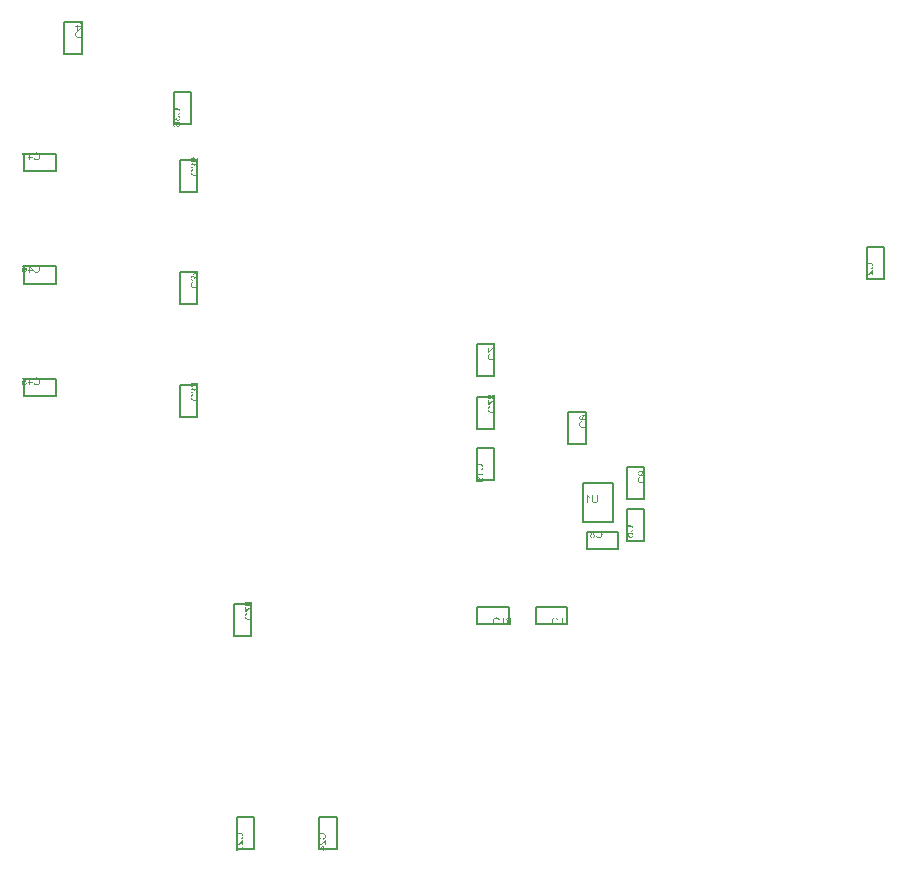
<source format=gbr>
%TF.GenerationSoftware,Altium Limited,Altium Designer,19.1.7 (138)*%
G04 Layer_Color=32896*
%FSLAX26Y26*%
%MOIN*%
%TF.FileFunction,Other,Bottom_Assembly*%
%TF.Part,Single*%
G01*
G75*
%TA.AperFunction,NonConductor*%
%ADD52C,0.007874*%
G36*
X2757691Y3404354D02*
X2757063Y3403999D01*
X2756462Y3403590D01*
X2755889Y3403125D01*
X2755398Y3402661D01*
X2754933Y3402252D01*
X2754770Y3402061D01*
X2754606Y3401924D01*
X2754469Y3401788D01*
X2754387Y3401678D01*
X2754333Y3401624D01*
X2754305Y3401597D01*
X2753678Y3400860D01*
X2753132Y3400068D01*
X2752613Y3399303D01*
X2752176Y3398594D01*
X2752012Y3398293D01*
X2751849Y3397993D01*
X2751685Y3397720D01*
X2751575Y3397502D01*
X2751494Y3397311D01*
X2751412Y3397174D01*
X2751384Y3397092D01*
X2751357Y3397065D01*
X2748381D01*
X2748600Y3397611D01*
X2748845Y3398184D01*
X2749119Y3398730D01*
X2749364Y3399222D01*
X2749610Y3399658D01*
X2749692Y3399849D01*
X2749801Y3400013D01*
X2749856Y3400150D01*
X2749910Y3400232D01*
X2749965Y3400286D01*
Y3400314D01*
X2750374Y3400969D01*
X2750756Y3401542D01*
X2751111Y3402061D01*
X2751439Y3402470D01*
X2751712Y3402825D01*
X2751903Y3403071D01*
X2752040Y3403207D01*
X2752094Y3403262D01*
X2732411D01*
Y3406347D01*
X2757691D01*
Y3404354D01*
D02*
G37*
G36*
X2735387Y3378965D02*
X2735987Y3379402D01*
X2736260Y3379620D01*
X2736506Y3379838D01*
X2736724Y3380030D01*
X2736888Y3380166D01*
X2736997Y3380275D01*
X2737025Y3380303D01*
X2737188Y3380466D01*
X2737407Y3380685D01*
X2737625Y3380930D01*
X2737871Y3381204D01*
X2738417Y3381777D01*
X2738936Y3382377D01*
X2739427Y3382951D01*
X2739645Y3383196D01*
X2739836Y3383442D01*
X2740000Y3383606D01*
X2740110Y3383770D01*
X2740191Y3383852D01*
X2740219Y3383879D01*
X2740737Y3384479D01*
X2741229Y3385053D01*
X2741666Y3385572D01*
X2742102Y3386036D01*
X2742485Y3386472D01*
X2742867Y3386855D01*
X2743194Y3387209D01*
X2743495Y3387537D01*
X2743740Y3387810D01*
X2743986Y3388028D01*
X2744177Y3388220D01*
X2744341Y3388383D01*
X2744477Y3388493D01*
X2744559Y3388602D01*
X2744614Y3388629D01*
X2744641Y3388656D01*
X2745242Y3389175D01*
X2745788Y3389585D01*
X2746307Y3389939D01*
X2746771Y3390240D01*
X2747153Y3390458D01*
X2747453Y3390622D01*
X2747562Y3390677D01*
X2747644Y3390704D01*
X2747672Y3390731D01*
X2747699D01*
X2748245Y3390950D01*
X2748791Y3391086D01*
X2749282Y3391195D01*
X2749746Y3391277D01*
X2750129Y3391332D01*
X2750429Y3391359D01*
X2750538D01*
X2750620D01*
X2750647D01*
X2750675D01*
X2751221Y3391332D01*
X2751739Y3391277D01*
X2752231Y3391168D01*
X2752722Y3391032D01*
X2753159Y3390868D01*
X2753568Y3390677D01*
X2753951Y3390485D01*
X2754278Y3390294D01*
X2754606Y3390103D01*
X2754879Y3389912D01*
X2755124Y3389721D01*
X2755316Y3389557D01*
X2755452Y3389421D01*
X2755589Y3389312D01*
X2755643Y3389257D01*
X2755671Y3389230D01*
X2756025Y3388820D01*
X2756326Y3388383D01*
X2756599Y3387919D01*
X2756844Y3387428D01*
X2757035Y3386964D01*
X2757199Y3386472D01*
X2757336Y3386008D01*
X2757445Y3385544D01*
X2757527Y3385135D01*
X2757581Y3384725D01*
X2757636Y3384370D01*
X2757663Y3384070D01*
X2757691Y3383824D01*
Y3383469D01*
X2757663Y3382814D01*
X2757609Y3382186D01*
X2757527Y3381613D01*
X2757390Y3381067D01*
X2757254Y3380548D01*
X2757090Y3380084D01*
X2756926Y3379647D01*
X2756762Y3379265D01*
X2756571Y3378910D01*
X2756408Y3378610D01*
X2756244Y3378337D01*
X2756107Y3378119D01*
X2755971Y3377955D01*
X2755889Y3377846D01*
X2755834Y3377764D01*
X2755807Y3377736D01*
X2755452Y3377354D01*
X2755043Y3377027D01*
X2754633Y3376726D01*
X2754169Y3376453D01*
X2753732Y3376235D01*
X2753295Y3376017D01*
X2752831Y3375853D01*
X2752422Y3375716D01*
X2752012Y3375580D01*
X2751630Y3375498D01*
X2751275Y3375416D01*
X2750975Y3375361D01*
X2750729Y3375334D01*
X2750565Y3375307D01*
X2750456Y3375279D01*
X2750402D01*
X2750074Y3378446D01*
X2750511Y3378474D01*
X2750920Y3378501D01*
X2751630Y3378665D01*
X2752285Y3378883D01*
X2752558Y3378992D01*
X2752804Y3379129D01*
X2753022Y3379238D01*
X2753213Y3379374D01*
X2753377Y3379484D01*
X2753514Y3379566D01*
X2753623Y3379675D01*
X2753705Y3379729D01*
X2753732Y3379757D01*
X2753760Y3379784D01*
X2754005Y3380057D01*
X2754224Y3380330D01*
X2754387Y3380630D01*
X2754551Y3380930D01*
X2754797Y3381531D01*
X2754961Y3382104D01*
X2755043Y3382596D01*
X2755097Y3382814D01*
Y3383005D01*
X2755124Y3383169D01*
Y3383770D01*
X2755070Y3384152D01*
X2754933Y3384834D01*
X2754715Y3385408D01*
X2754497Y3385926D01*
X2754251Y3386309D01*
X2754142Y3386472D01*
X2754032Y3386609D01*
X2753951Y3386718D01*
X2753896Y3386800D01*
X2753869Y3386827D01*
X2753841Y3386855D01*
X2753596Y3387100D01*
X2753350Y3387291D01*
X2753104Y3387483D01*
X2752831Y3387619D01*
X2752313Y3387865D01*
X2751821Y3388028D01*
X2751412Y3388110D01*
X2751221Y3388165D01*
X2751057D01*
X2750948Y3388192D01*
X2750838D01*
X2750784D01*
X2750756D01*
X2750429Y3388165D01*
X2750101Y3388138D01*
X2749446Y3387974D01*
X2748818Y3387728D01*
X2748245Y3387455D01*
X2747753Y3387182D01*
X2747562Y3387073D01*
X2747371Y3386936D01*
X2747235Y3386855D01*
X2747126Y3386773D01*
X2747071Y3386745D01*
X2747044Y3386718D01*
X2746662Y3386418D01*
X2746252Y3386063D01*
X2745815Y3385653D01*
X2745378Y3385217D01*
X2744477Y3384316D01*
X2743631Y3383387D01*
X2743222Y3382951D01*
X2742867Y3382514D01*
X2742539Y3382132D01*
X2742266Y3381804D01*
X2742021Y3381531D01*
X2741857Y3381340D01*
X2741720Y3381204D01*
X2741693Y3381149D01*
X2741283Y3380657D01*
X2740901Y3380221D01*
X2740546Y3379784D01*
X2740191Y3379402D01*
X2739864Y3379019D01*
X2739536Y3378692D01*
X2739263Y3378392D01*
X2738990Y3378119D01*
X2738744Y3377873D01*
X2738526Y3377682D01*
X2738335Y3377491D01*
X2738198Y3377354D01*
X2738062Y3377218D01*
X2737980Y3377136D01*
X2737925Y3377108D01*
X2737898Y3377081D01*
X2737298Y3376590D01*
X2736697Y3376180D01*
X2736124Y3375825D01*
X2735605Y3375552D01*
X2735168Y3375334D01*
X2734977Y3375252D01*
X2734841Y3375170D01*
X2734704Y3375116D01*
X2734622Y3375088D01*
X2734568Y3375061D01*
X2734540D01*
X2734158Y3374925D01*
X2733776Y3374843D01*
X2733421Y3374761D01*
X2733093Y3374733D01*
X2732820Y3374706D01*
X2732602D01*
X2732465D01*
X2732411D01*
Y3391386D01*
X2735387D01*
Y3378965D01*
D02*
G37*
G36*
X2741256Y3368946D02*
X2740683Y3368809D01*
X2740137Y3368618D01*
X2739618Y3368427D01*
X2739154Y3368236D01*
X2738717Y3368018D01*
X2738335Y3367799D01*
X2737980Y3367581D01*
X2737653Y3367362D01*
X2737380Y3367144D01*
X2737134Y3366953D01*
X2736915Y3366762D01*
X2736752Y3366625D01*
X2736615Y3366489D01*
X2736533Y3366380D01*
X2736479Y3366325D01*
X2736451Y3366298D01*
X2736178Y3365916D01*
X2735933Y3365533D01*
X2735714Y3365151D01*
X2735523Y3364742D01*
X2735359Y3364332D01*
X2735223Y3363950D01*
X2735032Y3363186D01*
X2734977Y3362858D01*
X2734923Y3362530D01*
X2734895Y3362257D01*
X2734868Y3362012D01*
X2734841Y3361820D01*
Y3361548D01*
X2734868Y3361111D01*
X2734895Y3360701D01*
X2735032Y3359910D01*
X2735223Y3359172D01*
X2735441Y3358544D01*
X2735550Y3358271D01*
X2735632Y3358026D01*
X2735742Y3357807D01*
X2735823Y3357616D01*
X2735905Y3357452D01*
X2735960Y3357343D01*
X2736015Y3357289D01*
Y3357261D01*
X2736260Y3356907D01*
X2736506Y3356579D01*
X2737079Y3355978D01*
X2737653Y3355487D01*
X2738253Y3355077D01*
X2738772Y3354777D01*
X2738990Y3354641D01*
X2739209Y3354531D01*
X2739372Y3354477D01*
X2739482Y3354422D01*
X2739564Y3354368D01*
X2739591D01*
X2740519Y3354067D01*
X2741474Y3353822D01*
X2742430Y3353658D01*
X2742867Y3353603D01*
X2743304Y3353549D01*
X2743713Y3353521D01*
X2744068Y3353494D01*
X2744396Y3353467D01*
X2744669D01*
X2744914Y3353439D01*
X2745078D01*
X2745187D01*
X2745215D01*
X2746143Y3353467D01*
X2747016Y3353549D01*
X2747835Y3353685D01*
X2748218Y3353740D01*
X2748573Y3353822D01*
X2748873Y3353903D01*
X2749173Y3353958D01*
X2749419Y3354040D01*
X2749637Y3354095D01*
X2749801Y3354122D01*
X2749938Y3354177D01*
X2750019Y3354204D01*
X2750047D01*
X2750893Y3354559D01*
X2751630Y3354968D01*
X2752258Y3355405D01*
X2752531Y3355651D01*
X2752804Y3355869D01*
X2753022Y3356088D01*
X2753213Y3356279D01*
X2753405Y3356470D01*
X2753541Y3356606D01*
X2753650Y3356743D01*
X2753732Y3356852D01*
X2753760Y3356907D01*
X2753787Y3356934D01*
X2754032Y3357316D01*
X2754251Y3357698D01*
X2754442Y3358108D01*
X2754606Y3358517D01*
X2754852Y3359336D01*
X2755043Y3360128D01*
X2755097Y3360456D01*
X2755124Y3360783D01*
X2755152Y3361083D01*
X2755179Y3361329D01*
X2755206Y3361548D01*
Y3362285D01*
X2755152Y3362721D01*
X2755015Y3363540D01*
X2754797Y3364250D01*
X2754688Y3364550D01*
X2754579Y3364851D01*
X2754469Y3365124D01*
X2754360Y3365342D01*
X2754251Y3365533D01*
X2754142Y3365697D01*
X2754060Y3365834D01*
X2754005Y3365916D01*
X2753978Y3365970D01*
X2753951Y3365997D01*
X2753705Y3366298D01*
X2753432Y3366598D01*
X2752804Y3367089D01*
X2752122Y3367553D01*
X2751466Y3367908D01*
X2750866Y3368181D01*
X2750620Y3368318D01*
X2750402Y3368400D01*
X2750211Y3368482D01*
X2750047Y3368509D01*
X2749965Y3368564D01*
X2749938D01*
X2750702Y3371840D01*
X2751330Y3371621D01*
X2751930Y3371376D01*
X2752504Y3371130D01*
X2753022Y3370829D01*
X2753514Y3370557D01*
X2753951Y3370256D01*
X2754360Y3369956D01*
X2754715Y3369656D01*
X2755043Y3369355D01*
X2755316Y3369110D01*
X2755561Y3368864D01*
X2755752Y3368646D01*
X2755916Y3368482D01*
X2756025Y3368345D01*
X2756080Y3368263D01*
X2756107Y3368236D01*
X2756462Y3367745D01*
X2756735Y3367226D01*
X2757008Y3366707D01*
X2757227Y3366161D01*
X2757418Y3365615D01*
X2757581Y3365097D01*
X2757691Y3364578D01*
X2757800Y3364086D01*
X2757882Y3363622D01*
X2757936Y3363213D01*
X2757991Y3362831D01*
X2758018Y3362503D01*
X2758046Y3362230D01*
Y3361875D01*
X2758018Y3361247D01*
X2757991Y3360647D01*
X2757800Y3359527D01*
X2757691Y3358981D01*
X2757554Y3358490D01*
X2757418Y3357999D01*
X2757281Y3357562D01*
X2757145Y3357180D01*
X2757008Y3356825D01*
X2756872Y3356497D01*
X2756762Y3356251D01*
X2756653Y3356033D01*
X2756571Y3355896D01*
X2756544Y3355787D01*
X2756517Y3355760D01*
X2756216Y3355269D01*
X2755889Y3354777D01*
X2755534Y3354340D01*
X2755179Y3353931D01*
X2754797Y3353549D01*
X2754442Y3353194D01*
X2754060Y3352893D01*
X2753732Y3352593D01*
X2753377Y3352347D01*
X2753077Y3352129D01*
X2752804Y3351938D01*
X2752558Y3351774D01*
X2752340Y3351665D01*
X2752203Y3351583D01*
X2752094Y3351528D01*
X2752067Y3351501D01*
X2751521Y3351228D01*
X2750920Y3351010D01*
X2750347Y3350819D01*
X2749774Y3350628D01*
X2748600Y3350354D01*
X2748054Y3350273D01*
X2747535Y3350191D01*
X2747044Y3350136D01*
X2746607Y3350081D01*
X2746197Y3350054D01*
X2745843Y3350027D01*
X2745570Y3350000D01*
X2745351D01*
X2745242D01*
X2745187D01*
X2744532Y3350027D01*
X2743877Y3350054D01*
X2742621Y3350218D01*
X2742021Y3350300D01*
X2741474Y3350409D01*
X2740956Y3350546D01*
X2740464Y3350655D01*
X2740028Y3350791D01*
X2739618Y3350901D01*
X2739291Y3351010D01*
X2738990Y3351119D01*
X2738772Y3351201D01*
X2738581Y3351255D01*
X2738472Y3351283D01*
X2738444Y3351310D01*
X2737871Y3351583D01*
X2737325Y3351856D01*
X2736834Y3352156D01*
X2736369Y3352484D01*
X2735933Y3352811D01*
X2735550Y3353112D01*
X2735195Y3353439D01*
X2734868Y3353740D01*
X2734568Y3354040D01*
X2734322Y3354313D01*
X2734131Y3354559D01*
X2733940Y3354777D01*
X2733803Y3354941D01*
X2733721Y3355077D01*
X2733667Y3355159D01*
X2733639Y3355187D01*
X2733339Y3355678D01*
X2733093Y3356197D01*
X2732875Y3356743D01*
X2732684Y3357316D01*
X2732547Y3357862D01*
X2732411Y3358408D01*
X2732302Y3358954D01*
X2732220Y3359473D01*
X2732138Y3359964D01*
X2732083Y3360401D01*
X2732056Y3360810D01*
X2732029Y3361138D01*
X2732001Y3361438D01*
Y3361820D01*
X2732029Y3362558D01*
X2732083Y3363240D01*
X2732193Y3363895D01*
X2732329Y3364523D01*
X2732493Y3365124D01*
X2732684Y3365670D01*
X2732875Y3366161D01*
X2733066Y3366625D01*
X2733257Y3367062D01*
X2733448Y3367417D01*
X2733639Y3367745D01*
X2733803Y3367990D01*
X2733940Y3368209D01*
X2734049Y3368345D01*
X2734104Y3368454D01*
X2734131Y3368482D01*
X2734568Y3368973D01*
X2735032Y3369437D01*
X2735523Y3369847D01*
X2736015Y3370229D01*
X2736533Y3370584D01*
X2737079Y3370884D01*
X2737571Y3371157D01*
X2738089Y3371403D01*
X2738553Y3371621D01*
X2738990Y3371785D01*
X2739400Y3371949D01*
X2739727Y3372058D01*
X2740028Y3372167D01*
X2740219Y3372222D01*
X2740355Y3372276D01*
X2740410D01*
X2741256Y3368946D01*
D02*
G37*
G36*
X2746170Y3236097D02*
X2746771Y3236070D01*
X2747344Y3236042D01*
X2747863Y3235988D01*
X2748354Y3235933D01*
X2748791Y3235879D01*
X2749200Y3235851D01*
X2749555Y3235797D01*
X2749856Y3235742D01*
X2750129Y3235688D01*
X2750347Y3235633D01*
X2750538Y3235606D01*
X2750647Y3235578D01*
X2750729Y3235551D01*
X2750756D01*
X2751548Y3235333D01*
X2752285Y3235060D01*
X2752913Y3234814D01*
X2753459Y3234568D01*
X2753678Y3234432D01*
X2753896Y3234350D01*
X2754087Y3234241D01*
X2754224Y3234159D01*
X2754333Y3234077D01*
X2754415Y3234050D01*
X2754469Y3233995D01*
X2754497D01*
X2755043Y3233613D01*
X2755534Y3233176D01*
X2755943Y3232766D01*
X2756271Y3232357D01*
X2756544Y3232002D01*
X2756708Y3231729D01*
X2756790Y3231620D01*
X2756844Y3231538D01*
X2756872Y3231483D01*
Y3231456D01*
X2757145Y3230855D01*
X2757336Y3230255D01*
X2757500Y3229654D01*
X2757581Y3229108D01*
X2757636Y3228617D01*
X2757663Y3228426D01*
X2757691Y3228235D01*
Y3227907D01*
X2757663Y3227416D01*
X2757636Y3226924D01*
X2757554Y3226460D01*
X2757472Y3226023D01*
X2757363Y3225641D01*
X2757227Y3225259D01*
X2757090Y3224904D01*
X2756954Y3224604D01*
X2756817Y3224303D01*
X2756681Y3224058D01*
X2756571Y3223839D01*
X2756435Y3223675D01*
X2756353Y3223539D01*
X2756271Y3223430D01*
X2756244Y3223375D01*
X2756216Y3223348D01*
X2755916Y3223020D01*
X2755616Y3222720D01*
X2754933Y3222174D01*
X2754251Y3221683D01*
X2753568Y3221300D01*
X2753241Y3221137D01*
X2752968Y3221000D01*
X2752695Y3220891D01*
X2752476Y3220782D01*
X2752285Y3220727D01*
X2752122Y3220673D01*
X2752040Y3220618D01*
X2752012D01*
X2751494Y3220454D01*
X2750920Y3220318D01*
X2749746Y3220099D01*
X2748545Y3219935D01*
X2747972Y3219881D01*
X2747399Y3219826D01*
X2746880Y3219799D01*
X2746389Y3219772D01*
X2745952Y3219744D01*
X2745570D01*
X2745269Y3219717D01*
X2745023D01*
X2744887D01*
X2744832D01*
X2743549Y3219744D01*
X2742348Y3219826D01*
X2741256Y3219935D01*
X2740246Y3220099D01*
X2739318Y3220290D01*
X2738472Y3220509D01*
X2737734Y3220727D01*
X2737052Y3220973D01*
X2736479Y3221191D01*
X2735960Y3221410D01*
X2735550Y3221628D01*
X2735195Y3221819D01*
X2734923Y3221983D01*
X2734731Y3222092D01*
X2734622Y3222174D01*
X2734595Y3222201D01*
X2734131Y3222611D01*
X2733749Y3223048D01*
X2733394Y3223512D01*
X2733093Y3223976D01*
X2732848Y3224440D01*
X2732629Y3224931D01*
X2732465Y3225395D01*
X2732329Y3225832D01*
X2732220Y3226269D01*
X2732138Y3226651D01*
X2732083Y3227006D01*
X2732056Y3227306D01*
X2732029Y3227552D01*
X2732001Y3227743D01*
Y3227907D01*
X2732029Y3228426D01*
X2732056Y3228890D01*
X2732138Y3229354D01*
X2732220Y3229791D01*
X2732356Y3230200D01*
X2732465Y3230555D01*
X2732602Y3230910D01*
X2732738Y3231210D01*
X2732875Y3231511D01*
X2733012Y3231756D01*
X2733148Y3231975D01*
X2733257Y3232139D01*
X2733339Y3232275D01*
X2733421Y3232384D01*
X2733448Y3232439D01*
X2733476Y3232466D01*
X2733776Y3232794D01*
X2734076Y3233121D01*
X2734759Y3233667D01*
X2735441Y3234131D01*
X2736124Y3234514D01*
X2736451Y3234677D01*
X2736752Y3234814D01*
X2736997Y3234923D01*
X2737243Y3235032D01*
X2737407Y3235114D01*
X2737571Y3235142D01*
X2737653Y3235196D01*
X2737680D01*
X2738198Y3235360D01*
X2738772Y3235496D01*
X2739946Y3235742D01*
X2741147Y3235906D01*
X2741720Y3235961D01*
X2742294Y3236015D01*
X2742812Y3236042D01*
X2743304Y3236070D01*
X2743713Y3236097D01*
X2744095Y3236124D01*
X2744396D01*
X2744641D01*
X2744778D01*
X2744832D01*
X2745515D01*
X2746170Y3236097D01*
D02*
G37*
G36*
X2735387Y3203965D02*
X2735987Y3204402D01*
X2736260Y3204620D01*
X2736506Y3204838D01*
X2736724Y3205030D01*
X2736888Y3205166D01*
X2736997Y3205275D01*
X2737025Y3205303D01*
X2737188Y3205466D01*
X2737407Y3205685D01*
X2737625Y3205930D01*
X2737871Y3206204D01*
X2738417Y3206777D01*
X2738936Y3207377D01*
X2739427Y3207951D01*
X2739645Y3208196D01*
X2739836Y3208442D01*
X2740000Y3208606D01*
X2740110Y3208770D01*
X2740191Y3208852D01*
X2740219Y3208879D01*
X2740737Y3209479D01*
X2741229Y3210053D01*
X2741666Y3210572D01*
X2742102Y3211036D01*
X2742485Y3211472D01*
X2742867Y3211855D01*
X2743194Y3212209D01*
X2743495Y3212537D01*
X2743740Y3212810D01*
X2743986Y3213028D01*
X2744177Y3213220D01*
X2744341Y3213383D01*
X2744477Y3213493D01*
X2744559Y3213602D01*
X2744614Y3213629D01*
X2744641Y3213656D01*
X2745242Y3214175D01*
X2745788Y3214585D01*
X2746307Y3214939D01*
X2746771Y3215240D01*
X2747153Y3215458D01*
X2747453Y3215622D01*
X2747562Y3215677D01*
X2747644Y3215704D01*
X2747672Y3215731D01*
X2747699D01*
X2748245Y3215950D01*
X2748791Y3216086D01*
X2749282Y3216195D01*
X2749746Y3216277D01*
X2750129Y3216332D01*
X2750429Y3216359D01*
X2750538D01*
X2750620D01*
X2750647D01*
X2750675D01*
X2751221Y3216332D01*
X2751739Y3216277D01*
X2752231Y3216168D01*
X2752722Y3216032D01*
X2753159Y3215868D01*
X2753568Y3215677D01*
X2753951Y3215485D01*
X2754278Y3215294D01*
X2754606Y3215103D01*
X2754879Y3214912D01*
X2755124Y3214721D01*
X2755316Y3214557D01*
X2755452Y3214421D01*
X2755589Y3214312D01*
X2755643Y3214257D01*
X2755671Y3214230D01*
X2756025Y3213820D01*
X2756326Y3213383D01*
X2756599Y3212919D01*
X2756844Y3212428D01*
X2757035Y3211964D01*
X2757199Y3211472D01*
X2757336Y3211008D01*
X2757445Y3210544D01*
X2757527Y3210135D01*
X2757581Y3209725D01*
X2757636Y3209370D01*
X2757663Y3209070D01*
X2757691Y3208824D01*
Y3208469D01*
X2757663Y3207814D01*
X2757609Y3207186D01*
X2757527Y3206613D01*
X2757390Y3206067D01*
X2757254Y3205548D01*
X2757090Y3205084D01*
X2756926Y3204647D01*
X2756762Y3204265D01*
X2756571Y3203910D01*
X2756408Y3203610D01*
X2756244Y3203337D01*
X2756107Y3203119D01*
X2755971Y3202955D01*
X2755889Y3202846D01*
X2755834Y3202764D01*
X2755807Y3202736D01*
X2755452Y3202354D01*
X2755043Y3202027D01*
X2754633Y3201726D01*
X2754169Y3201453D01*
X2753732Y3201235D01*
X2753295Y3201017D01*
X2752831Y3200853D01*
X2752422Y3200716D01*
X2752012Y3200580D01*
X2751630Y3200498D01*
X2751275Y3200416D01*
X2750975Y3200361D01*
X2750729Y3200334D01*
X2750565Y3200307D01*
X2750456Y3200279D01*
X2750402D01*
X2750074Y3203446D01*
X2750511Y3203474D01*
X2750920Y3203501D01*
X2751630Y3203665D01*
X2752285Y3203883D01*
X2752558Y3203992D01*
X2752804Y3204129D01*
X2753022Y3204238D01*
X2753213Y3204374D01*
X2753377Y3204484D01*
X2753514Y3204566D01*
X2753623Y3204675D01*
X2753705Y3204729D01*
X2753732Y3204757D01*
X2753760Y3204784D01*
X2754005Y3205057D01*
X2754224Y3205330D01*
X2754387Y3205630D01*
X2754551Y3205930D01*
X2754797Y3206531D01*
X2754961Y3207104D01*
X2755043Y3207596D01*
X2755097Y3207814D01*
Y3208005D01*
X2755124Y3208169D01*
Y3208770D01*
X2755070Y3209152D01*
X2754933Y3209834D01*
X2754715Y3210408D01*
X2754497Y3210926D01*
X2754251Y3211309D01*
X2754142Y3211472D01*
X2754032Y3211609D01*
X2753951Y3211718D01*
X2753896Y3211800D01*
X2753869Y3211827D01*
X2753841Y3211855D01*
X2753596Y3212100D01*
X2753350Y3212291D01*
X2753104Y3212483D01*
X2752831Y3212619D01*
X2752313Y3212865D01*
X2751821Y3213028D01*
X2751412Y3213110D01*
X2751221Y3213165D01*
X2751057D01*
X2750948Y3213192D01*
X2750838D01*
X2750784D01*
X2750756D01*
X2750429Y3213165D01*
X2750101Y3213138D01*
X2749446Y3212974D01*
X2748818Y3212728D01*
X2748245Y3212455D01*
X2747753Y3212182D01*
X2747562Y3212073D01*
X2747371Y3211936D01*
X2747235Y3211855D01*
X2747126Y3211773D01*
X2747071Y3211745D01*
X2747044Y3211718D01*
X2746662Y3211418D01*
X2746252Y3211063D01*
X2745815Y3210653D01*
X2745378Y3210217D01*
X2744477Y3209316D01*
X2743631Y3208387D01*
X2743222Y3207951D01*
X2742867Y3207514D01*
X2742539Y3207132D01*
X2742266Y3206804D01*
X2742021Y3206531D01*
X2741857Y3206340D01*
X2741720Y3206204D01*
X2741693Y3206149D01*
X2741283Y3205657D01*
X2740901Y3205221D01*
X2740546Y3204784D01*
X2740191Y3204402D01*
X2739864Y3204019D01*
X2739536Y3203692D01*
X2739263Y3203392D01*
X2738990Y3203119D01*
X2738744Y3202873D01*
X2738526Y3202682D01*
X2738335Y3202491D01*
X2738198Y3202354D01*
X2738062Y3202218D01*
X2737980Y3202136D01*
X2737925Y3202108D01*
X2737898Y3202081D01*
X2737298Y3201590D01*
X2736697Y3201180D01*
X2736124Y3200825D01*
X2735605Y3200552D01*
X2735168Y3200334D01*
X2734977Y3200252D01*
X2734841Y3200170D01*
X2734704Y3200116D01*
X2734622Y3200088D01*
X2734568Y3200061D01*
X2734540D01*
X2734158Y3199925D01*
X2733776Y3199843D01*
X2733421Y3199761D01*
X2733093Y3199733D01*
X2732820Y3199706D01*
X2732602D01*
X2732465D01*
X2732411D01*
Y3216386D01*
X2735387D01*
Y3203965D01*
D02*
G37*
G36*
X2741256Y3193946D02*
X2740683Y3193809D01*
X2740137Y3193618D01*
X2739618Y3193427D01*
X2739154Y3193236D01*
X2738717Y3193018D01*
X2738335Y3192799D01*
X2737980Y3192581D01*
X2737653Y3192362D01*
X2737380Y3192144D01*
X2737134Y3191953D01*
X2736915Y3191762D01*
X2736752Y3191625D01*
X2736615Y3191489D01*
X2736533Y3191380D01*
X2736479Y3191325D01*
X2736451Y3191298D01*
X2736178Y3190916D01*
X2735933Y3190533D01*
X2735714Y3190151D01*
X2735523Y3189742D01*
X2735359Y3189332D01*
X2735223Y3188950D01*
X2735032Y3188186D01*
X2734977Y3187858D01*
X2734923Y3187530D01*
X2734895Y3187257D01*
X2734868Y3187012D01*
X2734841Y3186820D01*
Y3186548D01*
X2734868Y3186111D01*
X2734895Y3185701D01*
X2735032Y3184910D01*
X2735223Y3184172D01*
X2735441Y3183544D01*
X2735550Y3183271D01*
X2735632Y3183026D01*
X2735742Y3182807D01*
X2735823Y3182616D01*
X2735905Y3182452D01*
X2735960Y3182343D01*
X2736015Y3182289D01*
Y3182261D01*
X2736260Y3181907D01*
X2736506Y3181579D01*
X2737079Y3180978D01*
X2737653Y3180487D01*
X2738253Y3180077D01*
X2738772Y3179777D01*
X2738990Y3179641D01*
X2739209Y3179531D01*
X2739372Y3179477D01*
X2739482Y3179422D01*
X2739564Y3179368D01*
X2739591D01*
X2740519Y3179067D01*
X2741474Y3178822D01*
X2742430Y3178658D01*
X2742867Y3178603D01*
X2743304Y3178549D01*
X2743713Y3178521D01*
X2744068Y3178494D01*
X2744396Y3178467D01*
X2744669D01*
X2744914Y3178439D01*
X2745078D01*
X2745187D01*
X2745215D01*
X2746143Y3178467D01*
X2747016Y3178549D01*
X2747835Y3178685D01*
X2748218Y3178740D01*
X2748573Y3178822D01*
X2748873Y3178903D01*
X2749173Y3178958D01*
X2749419Y3179040D01*
X2749637Y3179095D01*
X2749801Y3179122D01*
X2749938Y3179177D01*
X2750019Y3179204D01*
X2750047D01*
X2750893Y3179559D01*
X2751630Y3179968D01*
X2752258Y3180405D01*
X2752531Y3180651D01*
X2752804Y3180869D01*
X2753022Y3181088D01*
X2753213Y3181279D01*
X2753405Y3181470D01*
X2753541Y3181606D01*
X2753650Y3181743D01*
X2753732Y3181852D01*
X2753760Y3181907D01*
X2753787Y3181934D01*
X2754032Y3182316D01*
X2754251Y3182698D01*
X2754442Y3183108D01*
X2754606Y3183517D01*
X2754852Y3184336D01*
X2755043Y3185128D01*
X2755097Y3185456D01*
X2755124Y3185783D01*
X2755152Y3186083D01*
X2755179Y3186329D01*
X2755206Y3186548D01*
Y3187285D01*
X2755152Y3187721D01*
X2755015Y3188540D01*
X2754797Y3189250D01*
X2754688Y3189550D01*
X2754579Y3189851D01*
X2754469Y3190124D01*
X2754360Y3190342D01*
X2754251Y3190533D01*
X2754142Y3190697D01*
X2754060Y3190834D01*
X2754005Y3190916D01*
X2753978Y3190970D01*
X2753951Y3190997D01*
X2753705Y3191298D01*
X2753432Y3191598D01*
X2752804Y3192089D01*
X2752122Y3192553D01*
X2751466Y3192908D01*
X2750866Y3193181D01*
X2750620Y3193318D01*
X2750402Y3193400D01*
X2750211Y3193482D01*
X2750047Y3193509D01*
X2749965Y3193564D01*
X2749938D01*
X2750702Y3196840D01*
X2751330Y3196621D01*
X2751930Y3196376D01*
X2752504Y3196130D01*
X2753022Y3195829D01*
X2753514Y3195557D01*
X2753951Y3195256D01*
X2754360Y3194956D01*
X2754715Y3194656D01*
X2755043Y3194355D01*
X2755316Y3194110D01*
X2755561Y3193864D01*
X2755752Y3193646D01*
X2755916Y3193482D01*
X2756025Y3193345D01*
X2756080Y3193263D01*
X2756107Y3193236D01*
X2756462Y3192745D01*
X2756735Y3192226D01*
X2757008Y3191707D01*
X2757227Y3191161D01*
X2757418Y3190615D01*
X2757581Y3190097D01*
X2757691Y3189578D01*
X2757800Y3189086D01*
X2757882Y3188622D01*
X2757936Y3188213D01*
X2757991Y3187831D01*
X2758018Y3187503D01*
X2758046Y3187230D01*
Y3186875D01*
X2758018Y3186247D01*
X2757991Y3185647D01*
X2757800Y3184527D01*
X2757691Y3183981D01*
X2757554Y3183490D01*
X2757418Y3182999D01*
X2757281Y3182562D01*
X2757145Y3182180D01*
X2757008Y3181825D01*
X2756872Y3181497D01*
X2756762Y3181251D01*
X2756653Y3181033D01*
X2756571Y3180896D01*
X2756544Y3180787D01*
X2756517Y3180760D01*
X2756216Y3180269D01*
X2755889Y3179777D01*
X2755534Y3179340D01*
X2755179Y3178931D01*
X2754797Y3178549D01*
X2754442Y3178194D01*
X2754060Y3177893D01*
X2753732Y3177593D01*
X2753377Y3177347D01*
X2753077Y3177129D01*
X2752804Y3176938D01*
X2752558Y3176774D01*
X2752340Y3176665D01*
X2752203Y3176583D01*
X2752094Y3176528D01*
X2752067Y3176501D01*
X2751521Y3176228D01*
X2750920Y3176010D01*
X2750347Y3175819D01*
X2749774Y3175628D01*
X2748600Y3175354D01*
X2748054Y3175273D01*
X2747535Y3175191D01*
X2747044Y3175136D01*
X2746607Y3175081D01*
X2746197Y3175054D01*
X2745843Y3175027D01*
X2745570Y3175000D01*
X2745351D01*
X2745242D01*
X2745187D01*
X2744532Y3175027D01*
X2743877Y3175054D01*
X2742621Y3175218D01*
X2742021Y3175300D01*
X2741474Y3175409D01*
X2740956Y3175546D01*
X2740464Y3175655D01*
X2740028Y3175791D01*
X2739618Y3175901D01*
X2739291Y3176010D01*
X2738990Y3176119D01*
X2738772Y3176201D01*
X2738581Y3176255D01*
X2738472Y3176283D01*
X2738444Y3176310D01*
X2737871Y3176583D01*
X2737325Y3176856D01*
X2736834Y3177156D01*
X2736369Y3177484D01*
X2735933Y3177811D01*
X2735550Y3178112D01*
X2735195Y3178439D01*
X2734868Y3178740D01*
X2734568Y3179040D01*
X2734322Y3179313D01*
X2734131Y3179559D01*
X2733940Y3179777D01*
X2733803Y3179941D01*
X2733721Y3180077D01*
X2733667Y3180159D01*
X2733639Y3180187D01*
X2733339Y3180678D01*
X2733093Y3181197D01*
X2732875Y3181743D01*
X2732684Y3182316D01*
X2732547Y3182862D01*
X2732411Y3183408D01*
X2732302Y3183954D01*
X2732220Y3184473D01*
X2732138Y3184964D01*
X2732083Y3185401D01*
X2732056Y3185810D01*
X2732029Y3186138D01*
X2732001Y3186438D01*
Y3186820D01*
X2732029Y3187558D01*
X2732083Y3188240D01*
X2732193Y3188895D01*
X2732329Y3189523D01*
X2732493Y3190124D01*
X2732684Y3190670D01*
X2732875Y3191161D01*
X2733066Y3191625D01*
X2733257Y3192062D01*
X2733448Y3192417D01*
X2733639Y3192745D01*
X2733803Y3192990D01*
X2733940Y3193209D01*
X2734049Y3193345D01*
X2734104Y3193454D01*
X2734131Y3193482D01*
X2734568Y3193973D01*
X2735032Y3194437D01*
X2735523Y3194847D01*
X2736015Y3195229D01*
X2736533Y3195584D01*
X2737079Y3195884D01*
X2737571Y3196157D01*
X2738089Y3196403D01*
X2738553Y3196621D01*
X2738990Y3196785D01*
X2739400Y3196949D01*
X2739727Y3197058D01*
X2740028Y3197167D01*
X2740219Y3197222D01*
X2740355Y3197276D01*
X2740410D01*
X2741256Y3193946D01*
D02*
G37*
G36*
X2957557Y2492972D02*
X2958240Y2492917D01*
X2958895Y2492808D01*
X2959523Y2492671D01*
X2960124Y2492507D01*
X2960670Y2492316D01*
X2961161Y2492125D01*
X2961625Y2491934D01*
X2962062Y2491743D01*
X2962417Y2491552D01*
X2962744Y2491361D01*
X2962990Y2491197D01*
X2963209Y2491061D01*
X2963345Y2490951D01*
X2963454Y2490897D01*
X2963482Y2490869D01*
X2963973Y2490433D01*
X2964437Y2489968D01*
X2964847Y2489477D01*
X2965229Y2488986D01*
X2965584Y2488467D01*
X2965884Y2487921D01*
X2966157Y2487430D01*
X2966403Y2486911D01*
X2966621Y2486447D01*
X2966785Y2486010D01*
X2966949Y2485601D01*
X2967058Y2485273D01*
X2967167Y2484973D01*
X2967222Y2484782D01*
X2967276Y2484645D01*
Y2484590D01*
X2963946Y2483744D01*
X2963809Y2484317D01*
X2963618Y2484863D01*
X2963427Y2485382D01*
X2963236Y2485846D01*
X2963017Y2486283D01*
X2962799Y2486665D01*
X2962581Y2487020D01*
X2962362Y2487348D01*
X2962144Y2487621D01*
X2961953Y2487866D01*
X2961762Y2488085D01*
X2961625Y2488249D01*
X2961489Y2488385D01*
X2961380Y2488467D01*
X2961325Y2488522D01*
X2961298Y2488549D01*
X2960915Y2488822D01*
X2960533Y2489068D01*
X2960151Y2489286D01*
X2959742Y2489477D01*
X2959332Y2489641D01*
X2958950Y2489777D01*
X2958185Y2489968D01*
X2957858Y2490023D01*
X2957530Y2490078D01*
X2957257Y2490105D01*
X2957012Y2490132D01*
X2956820Y2490160D01*
X2956547D01*
X2956111Y2490132D01*
X2955701Y2490105D01*
X2954909Y2489968D01*
X2954172Y2489777D01*
X2953544Y2489559D01*
X2953271Y2489450D01*
X2953026Y2489368D01*
X2952807Y2489259D01*
X2952616Y2489177D01*
X2952452Y2489095D01*
X2952343Y2489040D01*
X2952289Y2488986D01*
X2952261D01*
X2951906Y2488740D01*
X2951579Y2488494D01*
X2950978Y2487921D01*
X2950487Y2487348D01*
X2950077Y2486747D01*
X2949777Y2486228D01*
X2949640Y2486010D01*
X2949531Y2485792D01*
X2949477Y2485628D01*
X2949422Y2485519D01*
X2949367Y2485437D01*
Y2485409D01*
X2949067Y2484481D01*
X2948822Y2483526D01*
X2948658Y2482570D01*
X2948603Y2482133D01*
X2948548Y2481697D01*
X2948521Y2481287D01*
X2948494Y2480932D01*
X2948467Y2480605D01*
Y2480332D01*
X2948439Y2480086D01*
Y2479922D01*
Y2479813D01*
Y2479786D01*
X2948467Y2478857D01*
X2948548Y2477984D01*
X2948685Y2477165D01*
X2948740Y2476783D01*
X2948822Y2476428D01*
X2948903Y2476127D01*
X2948958Y2475827D01*
X2949040Y2475581D01*
X2949095Y2475363D01*
X2949122Y2475199D01*
X2949176Y2475063D01*
X2949204Y2474981D01*
Y2474954D01*
X2949559Y2474107D01*
X2949968Y2473370D01*
X2950405Y2472742D01*
X2950651Y2472469D01*
X2950869Y2472196D01*
X2951087Y2471978D01*
X2951278Y2471787D01*
X2951470Y2471596D01*
X2951606Y2471459D01*
X2951743Y2471350D01*
X2951852Y2471268D01*
X2951906Y2471241D01*
X2951934Y2471213D01*
X2952316Y2470968D01*
X2952698Y2470749D01*
X2953108Y2470558D01*
X2953517Y2470394D01*
X2954336Y2470149D01*
X2955128Y2469958D01*
X2955455Y2469903D01*
X2955783Y2469876D01*
X2956083Y2469848D01*
X2956329Y2469821D01*
X2956547Y2469794D01*
X2957285D01*
X2957721Y2469848D01*
X2958540Y2469985D01*
X2959250Y2470203D01*
X2959550Y2470312D01*
X2959851Y2470422D01*
X2960124Y2470531D01*
X2960342Y2470640D01*
X2960533Y2470749D01*
X2960697Y2470858D01*
X2960834Y2470940D01*
X2960915Y2470995D01*
X2960970Y2471022D01*
X2960997Y2471050D01*
X2961298Y2471295D01*
X2961598Y2471568D01*
X2962089Y2472196D01*
X2962553Y2472879D01*
X2962908Y2473534D01*
X2963181Y2474135D01*
X2963318Y2474380D01*
X2963400Y2474599D01*
X2963482Y2474790D01*
X2963509Y2474954D01*
X2963564Y2475035D01*
Y2475063D01*
X2966840Y2474298D01*
X2966621Y2473670D01*
X2966375Y2473070D01*
X2966130Y2472497D01*
X2965829Y2471978D01*
X2965556Y2471486D01*
X2965256Y2471050D01*
X2964956Y2470640D01*
X2964655Y2470285D01*
X2964355Y2469958D01*
X2964110Y2469685D01*
X2963864Y2469439D01*
X2963645Y2469248D01*
X2963482Y2469084D01*
X2963345Y2468975D01*
X2963263Y2468920D01*
X2963236Y2468893D01*
X2962744Y2468538D01*
X2962226Y2468265D01*
X2961707Y2467992D01*
X2961161Y2467774D01*
X2960615Y2467582D01*
X2960096Y2467419D01*
X2959578Y2467309D01*
X2959086Y2467200D01*
X2958622Y2467118D01*
X2958213Y2467064D01*
X2957831Y2467009D01*
X2957503Y2466982D01*
X2957230Y2466955D01*
X2956875D01*
X2956247Y2466982D01*
X2955646Y2467009D01*
X2954527Y2467200D01*
X2953981Y2467309D01*
X2953490Y2467446D01*
X2952998Y2467582D01*
X2952562Y2467719D01*
X2952179Y2467856D01*
X2951825Y2467992D01*
X2951497Y2468128D01*
X2951251Y2468238D01*
X2951033Y2468347D01*
X2950896Y2468429D01*
X2950787Y2468456D01*
X2950760Y2468483D01*
X2950268Y2468784D01*
X2949777Y2469111D01*
X2949340Y2469466D01*
X2948931Y2469821D01*
X2948548Y2470203D01*
X2948194Y2470558D01*
X2947893Y2470940D01*
X2947593Y2471268D01*
X2947347Y2471623D01*
X2947129Y2471923D01*
X2946938Y2472196D01*
X2946774Y2472442D01*
X2946665Y2472660D01*
X2946583Y2472797D01*
X2946528Y2472906D01*
X2946501Y2472933D01*
X2946228Y2473479D01*
X2946010Y2474080D01*
X2945818Y2474653D01*
X2945627Y2475227D01*
X2945354Y2476400D01*
X2945273Y2476946D01*
X2945191Y2477465D01*
X2945136Y2477956D01*
X2945081Y2478393D01*
X2945054Y2478803D01*
X2945027Y2479158D01*
X2944999Y2479431D01*
Y2479649D01*
Y2479758D01*
Y2479813D01*
X2945027Y2480468D01*
X2945054Y2481123D01*
X2945218Y2482379D01*
X2945300Y2482980D01*
X2945409Y2483526D01*
X2945546Y2484044D01*
X2945655Y2484536D01*
X2945791Y2484973D01*
X2945900Y2485382D01*
X2946010Y2485710D01*
X2946119Y2486010D01*
X2946201Y2486228D01*
X2946255Y2486419D01*
X2946283Y2486529D01*
X2946310Y2486556D01*
X2946583Y2487129D01*
X2946856Y2487675D01*
X2947156Y2488167D01*
X2947484Y2488631D01*
X2947811Y2489068D01*
X2948112Y2489450D01*
X2948439Y2489805D01*
X2948740Y2490132D01*
X2949040Y2490433D01*
X2949313Y2490678D01*
X2949559Y2490869D01*
X2949777Y2491061D01*
X2949941Y2491197D01*
X2950077Y2491279D01*
X2950159Y2491334D01*
X2950186Y2491361D01*
X2950678Y2491661D01*
X2951197Y2491907D01*
X2951743Y2492125D01*
X2952316Y2492316D01*
X2952862Y2492453D01*
X2953408Y2492589D01*
X2953954Y2492698D01*
X2954473Y2492780D01*
X2954964Y2492862D01*
X2955401Y2492917D01*
X2955810Y2492944D01*
X2956138Y2492972D01*
X2956438Y2492999D01*
X2956820D01*
X2957557Y2492972D01*
D02*
G37*
G36*
X3001347Y2467309D02*
X2999354D01*
X2998999Y2467937D01*
X2998589Y2468538D01*
X2998125Y2469111D01*
X2997661Y2469603D01*
X2997252Y2470067D01*
X2997061Y2470231D01*
X2996924Y2470394D01*
X2996788Y2470531D01*
X2996678Y2470613D01*
X2996624Y2470667D01*
X2996597Y2470695D01*
X2995859Y2471323D01*
X2995068Y2471869D01*
X2994303Y2472387D01*
X2993593Y2472824D01*
X2993293Y2472988D01*
X2992993Y2473152D01*
X2992720Y2473316D01*
X2992501Y2473425D01*
X2992310Y2473507D01*
X2992174Y2473588D01*
X2992092Y2473616D01*
X2992065Y2473643D01*
Y2476619D01*
X2992611Y2476400D01*
X2993184Y2476155D01*
X2993730Y2475882D01*
X2994221Y2475636D01*
X2994658Y2475390D01*
X2994849Y2475308D01*
X2995013Y2475199D01*
X2995150Y2475145D01*
X2995231Y2475090D01*
X2995286Y2475035D01*
X2995313D01*
X2995969Y2474626D01*
X2996542Y2474244D01*
X2997061Y2473889D01*
X2997470Y2473561D01*
X2997825Y2473288D01*
X2998071Y2473097D01*
X2998207Y2472961D01*
X2998262Y2472906D01*
Y2492589D01*
X3001347D01*
Y2467309D01*
D02*
G37*
G36*
X2981773D02*
X2979780D01*
X2979425Y2467937D01*
X2979015Y2468538D01*
X2978551Y2469111D01*
X2978087Y2469603D01*
X2977678Y2470067D01*
X2977486Y2470231D01*
X2977350Y2470394D01*
X2977213Y2470531D01*
X2977104Y2470613D01*
X2977050Y2470667D01*
X2977022Y2470695D01*
X2976285Y2471323D01*
X2975494Y2471869D01*
X2974729Y2472387D01*
X2974019Y2472824D01*
X2973719Y2472988D01*
X2973419Y2473152D01*
X2973146Y2473316D01*
X2972927Y2473425D01*
X2972736Y2473507D01*
X2972600Y2473588D01*
X2972518Y2473616D01*
X2972491Y2473643D01*
Y2476619D01*
X2973037Y2476400D01*
X2973610Y2476155D01*
X2974156Y2475882D01*
X2974647Y2475636D01*
X2975084Y2475390D01*
X2975275Y2475308D01*
X2975439Y2475199D01*
X2975575Y2475145D01*
X2975657Y2475090D01*
X2975712Y2475035D01*
X2975739D01*
X2976394Y2474626D01*
X2976968Y2474244D01*
X2977486Y2473889D01*
X2977896Y2473561D01*
X2978251Y2473288D01*
X2978497Y2473097D01*
X2978633Y2472961D01*
X2978688Y2472906D01*
Y2492589D01*
X2981773D01*
Y2467309D01*
D02*
G37*
G36*
X3103753Y2783018D02*
X3104354Y2782991D01*
X3105473Y2782800D01*
X3106019Y2782691D01*
X3106510Y2782554D01*
X3107002Y2782418D01*
X3107439Y2782281D01*
X3107821Y2782145D01*
X3108176Y2782008D01*
X3108503Y2781872D01*
X3108749Y2781762D01*
X3108967Y2781653D01*
X3109104Y2781571D01*
X3109213Y2781544D01*
X3109240Y2781517D01*
X3109732Y2781216D01*
X3110223Y2780889D01*
X3110660Y2780534D01*
X3111070Y2780179D01*
X3111452Y2779797D01*
X3111807Y2779442D01*
X3112107Y2779060D01*
X3112407Y2778732D01*
X3112653Y2778377D01*
X3112871Y2778077D01*
X3113062Y2777804D01*
X3113226Y2777558D01*
X3113335Y2777340D01*
X3113417Y2777203D01*
X3113472Y2777094D01*
X3113499Y2777067D01*
X3113772Y2776521D01*
X3113991Y2775920D01*
X3114182Y2775347D01*
X3114373Y2774774D01*
X3114646Y2773600D01*
X3114728Y2773054D01*
X3114810Y2772535D01*
X3114864Y2772044D01*
X3114919Y2771607D01*
X3114946Y2771197D01*
X3114973Y2770842D01*
X3115001Y2770569D01*
Y2770351D01*
Y2770242D01*
Y2770187D01*
X3114973Y2769532D01*
X3114946Y2768877D01*
X3114782Y2767621D01*
X3114700Y2767020D01*
X3114591Y2766474D01*
X3114455Y2765956D01*
X3114345Y2765464D01*
X3114209Y2765028D01*
X3114100Y2764618D01*
X3113991Y2764290D01*
X3113881Y2763990D01*
X3113800Y2763772D01*
X3113745Y2763581D01*
X3113718Y2763471D01*
X3113690Y2763444D01*
X3113417Y2762871D01*
X3113144Y2762325D01*
X3112844Y2761833D01*
X3112516Y2761369D01*
X3112189Y2760932D01*
X3111889Y2760550D01*
X3111561Y2760195D01*
X3111261Y2759868D01*
X3110960Y2759568D01*
X3110687Y2759322D01*
X3110442Y2759131D01*
X3110223Y2758940D01*
X3110059Y2758803D01*
X3109923Y2758721D01*
X3109841Y2758667D01*
X3109814Y2758639D01*
X3109322Y2758339D01*
X3108804Y2758093D01*
X3108258Y2757875D01*
X3107684Y2757684D01*
X3107138Y2757547D01*
X3106592Y2757411D01*
X3106046Y2757302D01*
X3105528Y2757220D01*
X3105036Y2757138D01*
X3104599Y2757083D01*
X3104190Y2757056D01*
X3103862Y2757029D01*
X3103562Y2757001D01*
X3103180D01*
X3102443Y2757029D01*
X3101760Y2757083D01*
X3101105Y2757192D01*
X3100477Y2757329D01*
X3099876Y2757493D01*
X3099331Y2757684D01*
X3098839Y2757875D01*
X3098375Y2758066D01*
X3097938Y2758257D01*
X3097583Y2758448D01*
X3097256Y2758639D01*
X3097010Y2758803D01*
X3096792Y2758940D01*
X3096655Y2759049D01*
X3096546Y2759103D01*
X3096519Y2759131D01*
X3096027Y2759568D01*
X3095563Y2760032D01*
X3095154Y2760523D01*
X3094771Y2761014D01*
X3094416Y2761533D01*
X3094116Y2762079D01*
X3093843Y2762570D01*
X3093597Y2763089D01*
X3093379Y2763553D01*
X3093215Y2763990D01*
X3093052Y2764400D01*
X3092942Y2764727D01*
X3092833Y2765028D01*
X3092778Y2765219D01*
X3092724Y2765355D01*
Y2765410D01*
X3096055Y2766256D01*
X3096191Y2765683D01*
X3096382Y2765137D01*
X3096573Y2764618D01*
X3096764Y2764154D01*
X3096983Y2763717D01*
X3097201Y2763335D01*
X3097419Y2762980D01*
X3097638Y2762652D01*
X3097856Y2762379D01*
X3098047Y2762134D01*
X3098238Y2761915D01*
X3098375Y2761751D01*
X3098512Y2761615D01*
X3098621Y2761533D01*
X3098675Y2761479D01*
X3098703Y2761451D01*
X3099085Y2761178D01*
X3099467Y2760932D01*
X3099849Y2760714D01*
X3100259Y2760523D01*
X3100668Y2760359D01*
X3101050Y2760223D01*
X3101815Y2760032D01*
X3102142Y2759977D01*
X3102470Y2759922D01*
X3102743Y2759895D01*
X3102989Y2759868D01*
X3103180Y2759840D01*
X3103453D01*
X3103890Y2759868D01*
X3104299Y2759895D01*
X3105091Y2760032D01*
X3105828Y2760223D01*
X3106456Y2760441D01*
X3106729Y2760550D01*
X3106974Y2760632D01*
X3107193Y2760741D01*
X3107384Y2760823D01*
X3107548Y2760905D01*
X3107657Y2760960D01*
X3107712Y2761014D01*
X3107739D01*
X3108094Y2761260D01*
X3108421Y2761506D01*
X3109022Y2762079D01*
X3109513Y2762652D01*
X3109923Y2763253D01*
X3110223Y2763772D01*
X3110360Y2763990D01*
X3110469Y2764209D01*
X3110523Y2764372D01*
X3110578Y2764481D01*
X3110633Y2764563D01*
Y2764591D01*
X3110933Y2765519D01*
X3111179Y2766474D01*
X3111343Y2767430D01*
X3111397Y2767867D01*
X3111452Y2768303D01*
X3111479Y2768713D01*
X3111506Y2769068D01*
X3111534Y2769396D01*
Y2769669D01*
X3111561Y2769914D01*
Y2770078D01*
Y2770187D01*
Y2770215D01*
X3111534Y2771143D01*
X3111452Y2772016D01*
X3111315Y2772835D01*
X3111261Y2773218D01*
X3111179Y2773572D01*
X3111097Y2773873D01*
X3111042Y2774173D01*
X3110960Y2774419D01*
X3110906Y2774637D01*
X3110878Y2774801D01*
X3110824Y2774937D01*
X3110796Y2775019D01*
Y2775047D01*
X3110442Y2775893D01*
X3110032Y2776630D01*
X3109595Y2777258D01*
X3109350Y2777531D01*
X3109131Y2777804D01*
X3108913Y2778022D01*
X3108722Y2778213D01*
X3108531Y2778405D01*
X3108394Y2778541D01*
X3108258Y2778650D01*
X3108148Y2778732D01*
X3108094Y2778759D01*
X3108066Y2778787D01*
X3107684Y2779032D01*
X3107302Y2779251D01*
X3106893Y2779442D01*
X3106483Y2779606D01*
X3105664Y2779851D01*
X3104872Y2780043D01*
X3104545Y2780097D01*
X3104217Y2780124D01*
X3103917Y2780152D01*
X3103671Y2780179D01*
X3103453Y2780206D01*
X3102716D01*
X3102279Y2780152D01*
X3101460Y2780015D01*
X3100750Y2779797D01*
X3100450Y2779688D01*
X3100149Y2779578D01*
X3099876Y2779469D01*
X3099658Y2779360D01*
X3099467Y2779251D01*
X3099303Y2779142D01*
X3099167Y2779060D01*
X3099085Y2779005D01*
X3099030Y2778978D01*
X3099003Y2778950D01*
X3098703Y2778705D01*
X3098402Y2778432D01*
X3097911Y2777804D01*
X3097447Y2777121D01*
X3097092Y2776466D01*
X3096819Y2775866D01*
X3096682Y2775620D01*
X3096601Y2775401D01*
X3096519Y2775210D01*
X3096491Y2775047D01*
X3096437Y2774965D01*
Y2774937D01*
X3093161Y2775702D01*
X3093379Y2776330D01*
X3093625Y2776930D01*
X3093870Y2777504D01*
X3094171Y2778022D01*
X3094444Y2778514D01*
X3094744Y2778950D01*
X3095044Y2779360D01*
X3095345Y2779715D01*
X3095645Y2780043D01*
X3095891Y2780316D01*
X3096136Y2780561D01*
X3096355Y2780752D01*
X3096519Y2780916D01*
X3096655Y2781025D01*
X3096737Y2781080D01*
X3096764Y2781107D01*
X3097256Y2781462D01*
X3097774Y2781735D01*
X3098293Y2782008D01*
X3098839Y2782227D01*
X3099385Y2782418D01*
X3099904Y2782581D01*
X3100423Y2782691D01*
X3100914Y2782800D01*
X3101378Y2782882D01*
X3101787Y2782936D01*
X3102170Y2782991D01*
X3102497Y2783018D01*
X3102770Y2783046D01*
X3103125D01*
X3103753Y2783018D01*
D02*
G37*
G36*
X3082295Y2782663D02*
X3082869Y2782609D01*
X3083387Y2782527D01*
X3083906Y2782390D01*
X3084370Y2782254D01*
X3084780Y2782090D01*
X3085189Y2781926D01*
X3085544Y2781762D01*
X3085872Y2781571D01*
X3086145Y2781407D01*
X3086390Y2781244D01*
X3086581Y2781107D01*
X3086745Y2780971D01*
X3086854Y2780889D01*
X3086909Y2780834D01*
X3086936Y2780807D01*
X3087291Y2780452D01*
X3087591Y2780070D01*
X3087837Y2779688D01*
X3088083Y2779305D01*
X3088274Y2778896D01*
X3088410Y2778514D01*
X3088547Y2778159D01*
X3088656Y2777804D01*
X3088738Y2777449D01*
X3088793Y2777149D01*
X3088847Y2776876D01*
X3088875Y2776657D01*
Y2776466D01*
X3088902Y2776302D01*
Y2776220D01*
Y2776193D01*
X3088875Y2775538D01*
X3088765Y2774937D01*
X3088602Y2774391D01*
X3088438Y2773927D01*
X3088274Y2773572D01*
X3088110Y2773299D01*
X3088056Y2773190D01*
X3088001Y2773108D01*
X3087974Y2773081D01*
Y2773054D01*
X3087591Y2772590D01*
X3087127Y2772207D01*
X3086663Y2771852D01*
X3086199Y2771579D01*
X3085790Y2771361D01*
X3085599Y2771252D01*
X3085435Y2771197D01*
X3085326Y2771143D01*
X3085216Y2771088D01*
X3085162Y2771061D01*
X3085135D01*
X3085954Y2770788D01*
X3086663Y2770460D01*
X3087264Y2770078D01*
X3087755Y2769696D01*
X3087974Y2769532D01*
X3088165Y2769341D01*
X3088329Y2769204D01*
X3088438Y2769068D01*
X3088547Y2768959D01*
X3088629Y2768877D01*
X3088656Y2768822D01*
X3088684Y2768795D01*
X3088902Y2768467D01*
X3089093Y2768140D01*
X3089393Y2767457D01*
X3089612Y2766775D01*
X3089748Y2766147D01*
X3089803Y2765847D01*
X3089857Y2765573D01*
X3089885Y2765328D01*
Y2765109D01*
X3089912Y2764946D01*
Y2764809D01*
Y2764727D01*
Y2764700D01*
X3089885Y2764099D01*
X3089803Y2763526D01*
X3089694Y2762953D01*
X3089557Y2762434D01*
X3089393Y2761970D01*
X3089202Y2761506D01*
X3088984Y2761096D01*
X3088765Y2760714D01*
X3088574Y2760359D01*
X3088356Y2760059D01*
X3088165Y2759813D01*
X3088001Y2759595D01*
X3087865Y2759404D01*
X3087755Y2759294D01*
X3087673Y2759213D01*
X3087646Y2759185D01*
X3087209Y2758803D01*
X3086718Y2758476D01*
X3086227Y2758175D01*
X3085735Y2757930D01*
X3085216Y2757711D01*
X3084725Y2757547D01*
X3084234Y2757383D01*
X3083769Y2757274D01*
X3083333Y2757192D01*
X3082923Y2757110D01*
X3082541Y2757056D01*
X3082241Y2757029D01*
X3081968D01*
X3081777Y2757001D01*
X3081613D01*
X3080930Y2757029D01*
X3080275Y2757083D01*
X3079675Y2757192D01*
X3079101Y2757356D01*
X3078582Y2757520D01*
X3078091Y2757684D01*
X3077627Y2757902D01*
X3077218Y2758093D01*
X3076863Y2758284D01*
X3076535Y2758503D01*
X3076262Y2758667D01*
X3076016Y2758858D01*
X3075852Y2758994D01*
X3075716Y2759103D01*
X3075634Y2759158D01*
X3075607Y2759185D01*
X3075197Y2759595D01*
X3074842Y2760059D01*
X3074542Y2760496D01*
X3074269Y2760960D01*
X3074051Y2761424D01*
X3073860Y2761861D01*
X3073723Y2762298D01*
X3073587Y2762734D01*
X3073505Y2763117D01*
X3073423Y2763471D01*
X3073396Y2763799D01*
X3073341Y2764072D01*
Y2764318D01*
X3073314Y2764481D01*
Y2764591D01*
Y2764618D01*
Y2765055D01*
X3073368Y2765464D01*
X3073505Y2766229D01*
X3073696Y2766911D01*
X3073914Y2767485D01*
X3074051Y2767730D01*
X3074160Y2767949D01*
X3074269Y2768140D01*
X3074351Y2768303D01*
X3074433Y2768440D01*
X3074488Y2768522D01*
X3074515Y2768577D01*
X3074542Y2768604D01*
X3075034Y2769204D01*
X3075607Y2769696D01*
X3076180Y2770133D01*
X3076753Y2770460D01*
X3077272Y2770733D01*
X3077490Y2770842D01*
X3077682Y2770924D01*
X3077845Y2770979D01*
X3077955Y2771034D01*
X3078037Y2771061D01*
X3078064D01*
X3077409Y2771361D01*
X3076835Y2771661D01*
X3076371Y2772016D01*
X3075962Y2772317D01*
X3075661Y2772617D01*
X3075443Y2772835D01*
X3075334Y2772999D01*
X3075279Y2773026D01*
Y2773054D01*
X3074979Y2773572D01*
X3074733Y2774091D01*
X3074569Y2774610D01*
X3074460Y2775074D01*
X3074406Y2775483D01*
X3074378Y2775675D01*
X3074351Y2775811D01*
Y2775948D01*
Y2776029D01*
Y2776084D01*
Y2776111D01*
X3074378Y2776603D01*
X3074433Y2777094D01*
X3074542Y2777558D01*
X3074679Y2777995D01*
X3074815Y2778405D01*
X3074979Y2778787D01*
X3075170Y2779142D01*
X3075361Y2779469D01*
X3075552Y2779742D01*
X3075743Y2780015D01*
X3075907Y2780234D01*
X3076044Y2780425D01*
X3076180Y2780561D01*
X3076289Y2780670D01*
X3076344Y2780725D01*
X3076371Y2780752D01*
X3076753Y2781107D01*
X3077190Y2781380D01*
X3077600Y2781653D01*
X3078064Y2781872D01*
X3078501Y2782063D01*
X3078937Y2782227D01*
X3079374Y2782336D01*
X3079784Y2782445D01*
X3080193Y2782527D01*
X3080548Y2782581D01*
X3080876Y2782636D01*
X3081149Y2782663D01*
X3081367Y2782691D01*
X3081695D01*
X3082295Y2782663D01*
D02*
G37*
G36*
X1695468Y4189973D02*
X1696123Y4189946D01*
X1697379Y4189782D01*
X1697980Y4189700D01*
X1698526Y4189591D01*
X1699044Y4189454D01*
X1699536Y4189345D01*
X1699973Y4189209D01*
X1700382Y4189100D01*
X1700710Y4188990D01*
X1701010Y4188881D01*
X1701228Y4188799D01*
X1701419Y4188745D01*
X1701529Y4188717D01*
X1701556Y4188690D01*
X1702129Y4188417D01*
X1702675Y4188144D01*
X1703167Y4187844D01*
X1703631Y4187516D01*
X1704068Y4187189D01*
X1704450Y4186888D01*
X1704805Y4186561D01*
X1705132Y4186260D01*
X1705433Y4185960D01*
X1705678Y4185687D01*
X1705869Y4185441D01*
X1706061Y4185223D01*
X1706197Y4185059D01*
X1706279Y4184923D01*
X1706333Y4184841D01*
X1706361Y4184814D01*
X1706661Y4184322D01*
X1706907Y4183803D01*
X1707125Y4183257D01*
X1707316Y4182684D01*
X1707453Y4182138D01*
X1707589Y4181592D01*
X1707698Y4181046D01*
X1707780Y4180527D01*
X1707862Y4180036D01*
X1707917Y4179599D01*
X1707944Y4179190D01*
X1707972Y4178862D01*
X1707999Y4178562D01*
Y4178180D01*
X1707972Y4177443D01*
X1707917Y4176760D01*
X1707808Y4176105D01*
X1707671Y4175477D01*
X1707507Y4174876D01*
X1707316Y4174330D01*
X1707125Y4173839D01*
X1706934Y4173375D01*
X1706743Y4172938D01*
X1706552Y4172583D01*
X1706361Y4172256D01*
X1706197Y4172010D01*
X1706061Y4171791D01*
X1705951Y4171655D01*
X1705897Y4171546D01*
X1705869Y4171518D01*
X1705433Y4171027D01*
X1704968Y4170563D01*
X1704477Y4170153D01*
X1703986Y4169771D01*
X1703467Y4169416D01*
X1702921Y4169116D01*
X1702430Y4168843D01*
X1701911Y4168597D01*
X1701447Y4168379D01*
X1701010Y4168215D01*
X1700601Y4168051D01*
X1700273Y4167942D01*
X1699973Y4167833D01*
X1699782Y4167778D01*
X1699645Y4167724D01*
X1699590D01*
X1698744Y4171054D01*
X1699317Y4171191D01*
X1699863Y4171382D01*
X1700382Y4171573D01*
X1700846Y4171764D01*
X1701283Y4171983D01*
X1701665Y4172201D01*
X1702020Y4172419D01*
X1702348Y4172638D01*
X1702621Y4172856D01*
X1702866Y4173047D01*
X1703085Y4173238D01*
X1703249Y4173375D01*
X1703385Y4173511D01*
X1703467Y4173620D01*
X1703522Y4173675D01*
X1703549Y4173702D01*
X1703822Y4174085D01*
X1704068Y4174467D01*
X1704286Y4174849D01*
X1704477Y4175258D01*
X1704641Y4175668D01*
X1704777Y4176050D01*
X1704968Y4176815D01*
X1705023Y4177142D01*
X1705078Y4177470D01*
X1705105Y4177743D01*
X1705132Y4177989D01*
X1705160Y4178180D01*
Y4178453D01*
X1705132Y4178889D01*
X1705105Y4179299D01*
X1704968Y4180091D01*
X1704777Y4180828D01*
X1704559Y4181456D01*
X1704450Y4181729D01*
X1704368Y4181974D01*
X1704259Y4182193D01*
X1704177Y4182384D01*
X1704095Y4182548D01*
X1704040Y4182657D01*
X1703986Y4182711D01*
Y4182739D01*
X1703740Y4183094D01*
X1703494Y4183421D01*
X1702921Y4184022D01*
X1702348Y4184513D01*
X1701747Y4184923D01*
X1701228Y4185223D01*
X1701010Y4185359D01*
X1700792Y4185469D01*
X1700628Y4185523D01*
X1700519Y4185578D01*
X1700437Y4185632D01*
X1700409D01*
X1699481Y4185933D01*
X1698526Y4186178D01*
X1697570Y4186342D01*
X1697133Y4186397D01*
X1696697Y4186452D01*
X1696287Y4186479D01*
X1695932Y4186506D01*
X1695605Y4186533D01*
X1695332D01*
X1695086Y4186561D01*
X1694922D01*
X1694813D01*
X1694786D01*
X1693857Y4186533D01*
X1692984Y4186452D01*
X1692165Y4186315D01*
X1691783Y4186260D01*
X1691428Y4186178D01*
X1691127Y4186097D01*
X1690827Y4186042D01*
X1690581Y4185960D01*
X1690363Y4185905D01*
X1690199Y4185878D01*
X1690063Y4185824D01*
X1689981Y4185796D01*
X1689954D01*
X1689107Y4185441D01*
X1688370Y4185032D01*
X1687742Y4184595D01*
X1687469Y4184349D01*
X1687196Y4184131D01*
X1686978Y4183913D01*
X1686787Y4183721D01*
X1686596Y4183530D01*
X1686459Y4183394D01*
X1686350Y4183257D01*
X1686268Y4183148D01*
X1686241Y4183094D01*
X1686213Y4183066D01*
X1685968Y4182684D01*
X1685749Y4182302D01*
X1685558Y4181892D01*
X1685394Y4181483D01*
X1685149Y4180664D01*
X1684958Y4179872D01*
X1684903Y4179545D01*
X1684876Y4179217D01*
X1684848Y4178917D01*
X1684821Y4178671D01*
X1684794Y4178453D01*
Y4177716D01*
X1684848Y4177279D01*
X1684985Y4176460D01*
X1685203Y4175750D01*
X1685312Y4175450D01*
X1685422Y4175149D01*
X1685531Y4174876D01*
X1685640Y4174658D01*
X1685749Y4174467D01*
X1685859Y4174303D01*
X1685940Y4174167D01*
X1685995Y4174085D01*
X1686022Y4174030D01*
X1686050Y4174003D01*
X1686295Y4173702D01*
X1686568Y4173402D01*
X1687196Y4172911D01*
X1687879Y4172447D01*
X1688534Y4172092D01*
X1689134Y4171819D01*
X1689380Y4171682D01*
X1689599Y4171600D01*
X1689790Y4171518D01*
X1689954Y4171491D01*
X1690035Y4171436D01*
X1690063D01*
X1689298Y4168160D01*
X1688670Y4168379D01*
X1688070Y4168625D01*
X1687496Y4168870D01*
X1686978Y4169171D01*
X1686486Y4169444D01*
X1686050Y4169744D01*
X1685640Y4170044D01*
X1685285Y4170345D01*
X1684958Y4170645D01*
X1684685Y4170891D01*
X1684439Y4171136D01*
X1684248Y4171355D01*
X1684084Y4171518D01*
X1683975Y4171655D01*
X1683920Y4171737D01*
X1683893Y4171764D01*
X1683538Y4172256D01*
X1683265Y4172774D01*
X1682992Y4173293D01*
X1682774Y4173839D01*
X1682582Y4174385D01*
X1682419Y4174904D01*
X1682310Y4175422D01*
X1682200Y4175914D01*
X1682118Y4176378D01*
X1682064Y4176787D01*
X1682009Y4177169D01*
X1681982Y4177497D01*
X1681955Y4177770D01*
Y4178125D01*
X1681982Y4178753D01*
X1682009Y4179354D01*
X1682200Y4180473D01*
X1682310Y4181019D01*
X1682446Y4181510D01*
X1682582Y4182002D01*
X1682719Y4182438D01*
X1682855Y4182821D01*
X1682992Y4183176D01*
X1683129Y4183503D01*
X1683238Y4183749D01*
X1683347Y4183967D01*
X1683429Y4184104D01*
X1683456Y4184213D01*
X1683483Y4184240D01*
X1683784Y4184732D01*
X1684111Y4185223D01*
X1684466Y4185660D01*
X1684821Y4186069D01*
X1685203Y4186452D01*
X1685558Y4186806D01*
X1685940Y4187107D01*
X1686268Y4187407D01*
X1686623Y4187653D01*
X1686923Y4187871D01*
X1687196Y4188062D01*
X1687442Y4188226D01*
X1687660Y4188335D01*
X1687797Y4188417D01*
X1687906Y4188472D01*
X1687933Y4188499D01*
X1688479Y4188772D01*
X1689080Y4188990D01*
X1689653Y4189181D01*
X1690226Y4189373D01*
X1691400Y4189646D01*
X1691946Y4189727D01*
X1692465Y4189809D01*
X1692957Y4189864D01*
X1693393Y4189919D01*
X1693803Y4189946D01*
X1694158Y4189973D01*
X1694431Y4190001D01*
X1694649D01*
X1694758D01*
X1694813D01*
X1695468Y4189973D01*
D02*
G37*
G36*
X1701501Y4164775D02*
X1702047Y4164666D01*
X1702566Y4164502D01*
X1703057Y4164338D01*
X1703522Y4164147D01*
X1703931Y4163929D01*
X1704341Y4163711D01*
X1704668Y4163492D01*
X1704996Y4163274D01*
X1705269Y4163083D01*
X1705514Y4162892D01*
X1705706Y4162728D01*
X1705869Y4162564D01*
X1705979Y4162455D01*
X1706033Y4162400D01*
X1706061Y4162373D01*
X1706415Y4161963D01*
X1706716Y4161499D01*
X1706961Y4161062D01*
X1707207Y4160598D01*
X1707398Y4160134D01*
X1707535Y4159670D01*
X1707671Y4159233D01*
X1707780Y4158797D01*
X1707862Y4158387D01*
X1707917Y4158032D01*
X1707972Y4157705D01*
X1707999Y4157404D01*
Y4157186D01*
X1708026Y4156995D01*
Y4156858D01*
X1707999Y4156176D01*
X1707917Y4155548D01*
X1707808Y4154947D01*
X1707671Y4154374D01*
X1707507Y4153828D01*
X1707316Y4153337D01*
X1707098Y4152873D01*
X1706880Y4152463D01*
X1706688Y4152081D01*
X1706470Y4151753D01*
X1706279Y4151453D01*
X1706115Y4151234D01*
X1705979Y4151043D01*
X1705869Y4150907D01*
X1705787Y4150825D01*
X1705760Y4150798D01*
X1705323Y4150361D01*
X1704859Y4150006D01*
X1704395Y4149678D01*
X1703904Y4149405D01*
X1703440Y4149160D01*
X1702976Y4148969D01*
X1702539Y4148805D01*
X1702102Y4148668D01*
X1701693Y4148559D01*
X1701338Y4148505D01*
X1701010Y4148450D01*
X1700710Y4148395D01*
X1700491D01*
X1700300Y4148368D01*
X1700191D01*
X1700164D01*
X1699727D01*
X1699290Y4148423D01*
X1698498Y4148559D01*
X1697816Y4148778D01*
X1697516Y4148887D01*
X1697243Y4148996D01*
X1696970Y4149105D01*
X1696751Y4149214D01*
X1696560Y4149324D01*
X1696424Y4149433D01*
X1696287Y4149515D01*
X1696205Y4149569D01*
X1696151Y4149596D01*
X1696123Y4149624D01*
X1695550Y4150115D01*
X1695086Y4150689D01*
X1694731Y4151262D01*
X1694431Y4151808D01*
X1694212Y4152327D01*
X1694130Y4152545D01*
X1694076Y4152709D01*
X1694021Y4152873D01*
X1693994Y4152982D01*
X1693967Y4153064D01*
Y4153091D01*
X1693639Y4152490D01*
X1693311Y4151972D01*
X1692957Y4151507D01*
X1692602Y4151153D01*
X1692301Y4150852D01*
X1692056Y4150661D01*
X1691892Y4150525D01*
X1691864Y4150497D01*
X1691837D01*
X1691319Y4150197D01*
X1690800Y4149979D01*
X1690308Y4149815D01*
X1689844Y4149706D01*
X1689462Y4149651D01*
X1689134Y4149596D01*
X1689025D01*
X1688943D01*
X1688889D01*
X1688861D01*
X1688234Y4149624D01*
X1687633Y4149733D01*
X1687087Y4149897D01*
X1686596Y4150061D01*
X1686186Y4150224D01*
X1686022Y4150306D01*
X1685886Y4150388D01*
X1685777Y4150443D01*
X1685667Y4150497D01*
X1685640Y4150525D01*
X1685613D01*
X1685067Y4150907D01*
X1684603Y4151344D01*
X1684193Y4151780D01*
X1683838Y4152217D01*
X1683565Y4152600D01*
X1683374Y4152900D01*
X1683292Y4153036D01*
X1683238Y4153118D01*
X1683210Y4153173D01*
Y4153200D01*
X1682910Y4153855D01*
X1682692Y4154511D01*
X1682528Y4155166D01*
X1682419Y4155739D01*
X1682364Y4156258D01*
X1682337Y4156449D01*
X1682310Y4156640D01*
Y4156995D01*
X1682337Y4157541D01*
X1682391Y4158060D01*
X1682473Y4158551D01*
X1682582Y4159042D01*
X1682719Y4159479D01*
X1682855Y4159889D01*
X1683019Y4160271D01*
X1683156Y4160598D01*
X1683320Y4160926D01*
X1683483Y4161199D01*
X1683620Y4161417D01*
X1683756Y4161636D01*
X1683866Y4161772D01*
X1683947Y4161909D01*
X1684002Y4161963D01*
X1684029Y4161991D01*
X1684357Y4162346D01*
X1684739Y4162673D01*
X1685121Y4162974D01*
X1685504Y4163247D01*
X1685913Y4163492D01*
X1686295Y4163683D01*
X1687087Y4164038D01*
X1687442Y4164175D01*
X1687770Y4164284D01*
X1688070Y4164366D01*
X1688315Y4164448D01*
X1688534Y4164502D01*
X1688698Y4164530D01*
X1688807Y4164557D01*
X1688834D01*
X1689380Y4161472D01*
X1688589Y4161308D01*
X1687906Y4161090D01*
X1687305Y4160844D01*
X1686841Y4160571D01*
X1686459Y4160353D01*
X1686213Y4160134D01*
X1686050Y4159998D01*
X1685995Y4159943D01*
X1685613Y4159452D01*
X1685340Y4158960D01*
X1685121Y4158442D01*
X1684985Y4157978D01*
X1684903Y4157541D01*
X1684876Y4157377D01*
Y4157213D01*
X1684848Y4157077D01*
Y4156913D01*
X1684903Y4156258D01*
X1685012Y4155684D01*
X1685203Y4155166D01*
X1685394Y4154729D01*
X1685613Y4154401D01*
X1685804Y4154156D01*
X1685913Y4153992D01*
X1685968Y4153937D01*
X1686186Y4153719D01*
X1686405Y4153555D01*
X1686896Y4153255D01*
X1687360Y4153036D01*
X1687797Y4152900D01*
X1688206Y4152818D01*
X1688507Y4152791D01*
X1688643Y4152763D01*
X1688725D01*
X1688780D01*
X1688807D01*
X1689189Y4152791D01*
X1689544Y4152845D01*
X1689899Y4152900D01*
X1690199Y4153009D01*
X1690745Y4153282D01*
X1691182Y4153555D01*
X1691537Y4153855D01*
X1691783Y4154128D01*
X1691864Y4154238D01*
X1691919Y4154292D01*
X1691974Y4154347D01*
Y4154374D01*
X1692329Y4154975D01*
X1692574Y4155602D01*
X1692765Y4156203D01*
X1692875Y4156749D01*
X1692957Y4157213D01*
X1692984Y4157404D01*
Y4157595D01*
X1693011Y4157732D01*
Y4158087D01*
X1692984Y4158251D01*
X1692957Y4158387D01*
Y4158442D01*
X1695659Y4158769D01*
X1695550Y4158305D01*
X1695468Y4157868D01*
X1695414Y4157514D01*
X1695359Y4157186D01*
Y4156940D01*
X1695332Y4156749D01*
Y4156585D01*
X1695359Y4156203D01*
X1695386Y4155821D01*
X1695550Y4155138D01*
X1695768Y4154538D01*
X1696014Y4154019D01*
X1696287Y4153610D01*
X1696396Y4153446D01*
X1696505Y4153309D01*
X1696587Y4153200D01*
X1696669Y4153118D01*
X1696697Y4153091D01*
X1696724Y4153064D01*
X1696997Y4152818D01*
X1697270Y4152600D01*
X1697543Y4152408D01*
X1697843Y4152245D01*
X1698417Y4151999D01*
X1698990Y4151808D01*
X1699481Y4151726D01*
X1699672Y4151699D01*
X1699863Y4151671D01*
X1700000Y4151644D01*
X1700136D01*
X1700191D01*
X1700218D01*
X1700628Y4151671D01*
X1701010Y4151699D01*
X1701747Y4151890D01*
X1702375Y4152108D01*
X1702921Y4152381D01*
X1703167Y4152545D01*
X1703358Y4152681D01*
X1703549Y4152791D01*
X1703685Y4152900D01*
X1703795Y4153009D01*
X1703877Y4153091D01*
X1703931Y4153118D01*
X1703958Y4153145D01*
X1704231Y4153446D01*
X1704450Y4153746D01*
X1704641Y4154046D01*
X1704832Y4154347D01*
X1705105Y4154975D01*
X1705269Y4155575D01*
X1705378Y4156067D01*
X1705405Y4156312D01*
X1705433Y4156476D01*
X1705460Y4156640D01*
Y4156858D01*
X1705405Y4157514D01*
X1705269Y4158141D01*
X1705105Y4158660D01*
X1704887Y4159124D01*
X1704668Y4159506D01*
X1704504Y4159779D01*
X1704422Y4159861D01*
X1704368Y4159943D01*
X1704313Y4159971D01*
Y4159998D01*
X1704068Y4160216D01*
X1703822Y4160435D01*
X1703249Y4160817D01*
X1702621Y4161117D01*
X1701993Y4161363D01*
X1701419Y4161554D01*
X1701174Y4161609D01*
X1700955Y4161663D01*
X1700764Y4161718D01*
X1700628Y4161745D01*
X1700546Y4161772D01*
X1700519D01*
X1700928Y4164857D01*
X1701501Y4164775D01*
D02*
G37*
G36*
X1696997Y4145420D02*
X1698089Y4145338D01*
X1699099Y4145229D01*
X1700027Y4145065D01*
X1700873Y4144874D01*
X1701638Y4144682D01*
X1702320Y4144464D01*
X1702921Y4144218D01*
X1703467Y4144000D01*
X1703931Y4143782D01*
X1704313Y4143591D01*
X1704614Y4143399D01*
X1704859Y4143236D01*
X1705023Y4143126D01*
X1705132Y4143044D01*
X1705160Y4143017D01*
X1705651Y4142553D01*
X1706088Y4142034D01*
X1706470Y4141543D01*
X1706798Y4140997D01*
X1707071Y4140478D01*
X1707316Y4139960D01*
X1707480Y4139441D01*
X1707644Y4138949D01*
X1707753Y4138485D01*
X1707835Y4138076D01*
X1707917Y4137694D01*
X1707944Y4137366D01*
X1707972Y4137093D01*
X1707999Y4136875D01*
Y4136711D01*
X1707944Y4135892D01*
X1707835Y4135127D01*
X1707671Y4134418D01*
X1707453Y4133817D01*
X1707371Y4133571D01*
X1707262Y4133326D01*
X1707180Y4133135D01*
X1707098Y4132971D01*
X1707043Y4132834D01*
X1706989Y4132725D01*
X1706934Y4132671D01*
Y4132643D01*
X1706497Y4132015D01*
X1705979Y4131442D01*
X1705460Y4130951D01*
X1704968Y4130568D01*
X1704504Y4130241D01*
X1704313Y4130132D01*
X1704149Y4130022D01*
X1704013Y4129940D01*
X1703904Y4129886D01*
X1703849Y4129831D01*
X1703822D01*
X1703030Y4129476D01*
X1702266Y4129231D01*
X1701529Y4129040D01*
X1700846Y4128930D01*
X1700546Y4128876D01*
X1700246Y4128849D01*
X1700000Y4128821D01*
X1699809D01*
X1699618Y4128794D01*
X1699508D01*
X1699427D01*
X1699399D01*
X1698744Y4128821D01*
X1698116Y4128876D01*
X1697516Y4128985D01*
X1696970Y4129122D01*
X1696451Y4129313D01*
X1695959Y4129476D01*
X1695523Y4129695D01*
X1695113Y4129886D01*
X1694758Y4130077D01*
X1694431Y4130295D01*
X1694158Y4130459D01*
X1693939Y4130623D01*
X1693748Y4130787D01*
X1693639Y4130896D01*
X1693557Y4130951D01*
X1693530Y4130978D01*
X1693120Y4131387D01*
X1692765Y4131824D01*
X1692465Y4132261D01*
X1692192Y4132725D01*
X1691974Y4133162D01*
X1691783Y4133599D01*
X1691646Y4134035D01*
X1691510Y4134418D01*
X1691428Y4134800D01*
X1691346Y4135155D01*
X1691319Y4135455D01*
X1691264Y4135728D01*
Y4135947D01*
X1691237Y4136110D01*
Y4136247D01*
X1691264Y4136902D01*
X1691373Y4137530D01*
X1691510Y4138103D01*
X1691646Y4138622D01*
X1691810Y4139059D01*
X1691892Y4139222D01*
X1691946Y4139386D01*
X1692001Y4139495D01*
X1692056Y4139577D01*
X1692083Y4139632D01*
Y4139659D01*
X1692438Y4140233D01*
X1692820Y4140751D01*
X1693229Y4141215D01*
X1693639Y4141625D01*
X1694021Y4141925D01*
X1694322Y4142171D01*
X1694431Y4142253D01*
X1694513Y4142307D01*
X1694566Y4142361D01*
X1694594Y4142362D01*
X1694567D01*
X1694566Y4142361D01*
X1693912Y4142335D01*
X1693257Y4142307D01*
X1692656Y4142280D01*
X1692110Y4142225D01*
X1691591Y4142144D01*
X1691100Y4142062D01*
X1690663Y4142007D01*
X1690281Y4141925D01*
X1689954Y4141843D01*
X1689653Y4141761D01*
X1689380Y4141680D01*
X1689189Y4141625D01*
X1689025Y4141570D01*
X1688889Y4141516D01*
X1688834Y4141488D01*
X1688807D01*
X1688097Y4141133D01*
X1687469Y4140779D01*
X1686923Y4140396D01*
X1686486Y4140014D01*
X1686131Y4139687D01*
X1685886Y4139441D01*
X1685804Y4139332D01*
X1685749Y4139250D01*
X1685695Y4139222D01*
Y4139195D01*
X1685422Y4138758D01*
X1685203Y4138322D01*
X1685067Y4137885D01*
X1684958Y4137475D01*
X1684903Y4137120D01*
X1684848Y4136820D01*
Y4136574D01*
X1684876Y4136247D01*
X1684903Y4135919D01*
X1685067Y4135319D01*
X1685258Y4134773D01*
X1685504Y4134336D01*
X1685749Y4133954D01*
X1685968Y4133681D01*
X1686050Y4133599D01*
X1686131Y4133517D01*
X1686159Y4133489D01*
X1686186Y4133462D01*
X1686541Y4133189D01*
X1686950Y4132971D01*
X1687387Y4132752D01*
X1687824Y4132589D01*
X1688206Y4132452D01*
X1688534Y4132370D01*
X1688670Y4132343D01*
X1688752Y4132316D01*
X1688807Y4132288D01*
X1688834D01*
X1688589Y4129203D01*
X1688043Y4129285D01*
X1687551Y4129422D01*
X1687087Y4129558D01*
X1686650Y4129722D01*
X1686241Y4129913D01*
X1685859Y4130104D01*
X1685504Y4130295D01*
X1685203Y4130486D01*
X1684930Y4130678D01*
X1684685Y4130869D01*
X1684466Y4131033D01*
X1684302Y4131196D01*
X1684166Y4131306D01*
X1684084Y4131415D01*
X1684029Y4131469D01*
X1684002Y4131497D01*
X1683702Y4131879D01*
X1683456Y4132261D01*
X1683210Y4132643D01*
X1683019Y4133053D01*
X1682855Y4133489D01*
X1682719Y4133872D01*
X1682528Y4134663D01*
X1682446Y4135018D01*
X1682391Y4135346D01*
X1682364Y4135646D01*
X1682337Y4135892D01*
X1682310Y4136083D01*
Y4136383D01*
X1682337Y4137120D01*
X1682446Y4137803D01*
X1682582Y4138458D01*
X1682774Y4139059D01*
X1682992Y4139632D01*
X1683238Y4140151D01*
X1683483Y4140642D01*
X1683756Y4141079D01*
X1684029Y4141461D01*
X1684275Y4141789D01*
X1684521Y4142089D01*
X1684739Y4142307D01*
X1684930Y4142498D01*
X1685067Y4142635D01*
X1685176Y4142717D01*
X1685203Y4142744D01*
X1685859Y4143208D01*
X1686596Y4143645D01*
X1687415Y4144000D01*
X1688261Y4144300D01*
X1689134Y4144573D01*
X1690008Y4144792D01*
X1690882Y4144956D01*
X1691755Y4145119D01*
X1692574Y4145229D01*
X1693339Y4145310D01*
X1694021Y4145365D01*
X1694622Y4145392D01*
X1694895Y4145420D01*
X1695113D01*
X1695332Y4145447D01*
X1695495D01*
X1695632D01*
X1695741D01*
X1695796D01*
X1695823D01*
X1696997Y4145420D01*
D02*
G37*
G36*
X1751611Y4026370D02*
X1752239Y4026288D01*
X1752839Y4026179D01*
X1753385Y4026042D01*
X1753931Y4025878D01*
X1754395Y4025660D01*
X1754860Y4025469D01*
X1755269Y4025251D01*
X1755624Y4025032D01*
X1755924Y4024841D01*
X1756225Y4024650D01*
X1756443Y4024459D01*
X1756607Y4024322D01*
X1756743Y4024213D01*
X1756825Y4024131D01*
X1756852Y4024104D01*
X1757262Y4023667D01*
X1757617Y4023203D01*
X1757917Y4022739D01*
X1758190Y4022275D01*
X1758409Y4021811D01*
X1758600Y4021347D01*
X1758736Y4020910D01*
X1758873Y4020473D01*
X1758955Y4020091D01*
X1759036Y4019709D01*
X1759064Y4019381D01*
X1759118Y4019108D01*
Y4018890D01*
X1759146Y4018699D01*
Y4018562D01*
X1759118Y4018098D01*
X1759091Y4017634D01*
X1759009Y4017197D01*
X1758900Y4016760D01*
X1758654Y4015969D01*
X1758490Y4015586D01*
X1758354Y4015259D01*
X1758217Y4014931D01*
X1758054Y4014658D01*
X1757917Y4014412D01*
X1757808Y4014194D01*
X1757699Y4014030D01*
X1757644Y4013921D01*
X1757590Y4013839D01*
X1757562Y4013812D01*
X1764333Y4015150D01*
Y4025223D01*
X1767281D01*
Y4012693D01*
X1754341Y4010263D01*
X1753931Y4013157D01*
X1754313Y4013430D01*
X1754668Y4013730D01*
X1754969Y4014058D01*
X1755242Y4014331D01*
X1755433Y4014604D01*
X1755597Y4014822D01*
X1755678Y4014959D01*
X1755706Y4015013D01*
X1755951Y4015477D01*
X1756115Y4015941D01*
X1756252Y4016405D01*
X1756334Y4016842D01*
X1756388Y4017197D01*
X1756416Y4017497D01*
Y4017743D01*
X1756388Y4018180D01*
X1756361Y4018589D01*
X1756279Y4018999D01*
X1756170Y4019354D01*
X1755924Y4020036D01*
X1755788Y4020309D01*
X1755651Y4020582D01*
X1755487Y4020828D01*
X1755351Y4021019D01*
X1755214Y4021210D01*
X1755105Y4021347D01*
X1754996Y4021456D01*
X1754914Y4021565D01*
X1754887Y4021592D01*
X1754860Y4021620D01*
X1754559Y4021893D01*
X1754232Y4022111D01*
X1753904Y4022329D01*
X1753576Y4022493D01*
X1752867Y4022766D01*
X1752211Y4022930D01*
X1751884Y4022985D01*
X1751611Y4023039D01*
X1751338Y4023067D01*
X1751119Y4023094D01*
X1750928Y4023121D01*
X1750792D01*
X1750710D01*
X1750683D01*
X1750164Y4023094D01*
X1749700Y4023067D01*
X1749236Y4022985D01*
X1748799Y4022876D01*
X1748417Y4022766D01*
X1748034Y4022630D01*
X1747707Y4022493D01*
X1747407Y4022357D01*
X1747134Y4022193D01*
X1746888Y4022057D01*
X1746697Y4021920D01*
X1746506Y4021811D01*
X1746369Y4021702D01*
X1746287Y4021620D01*
X1746233Y4021592D01*
X1746205Y4021565D01*
X1745905Y4021265D01*
X1745659Y4020965D01*
X1745441Y4020664D01*
X1745250Y4020337D01*
X1745086Y4020009D01*
X1744950Y4019709D01*
X1744758Y4019108D01*
X1744622Y4018589D01*
X1744595Y4018371D01*
X1744567Y4018180D01*
X1744540Y4018016D01*
Y4017798D01*
X1744567Y4017443D01*
X1744595Y4017115D01*
X1744731Y4016515D01*
X1744922Y4015969D01*
X1745141Y4015505D01*
X1745332Y4015122D01*
X1745523Y4014849D01*
X1745605Y4014740D01*
X1745659Y4014658D01*
X1745714Y4014631D01*
Y4014604D01*
X1745960Y4014385D01*
X1746205Y4014167D01*
X1746751Y4013812D01*
X1747352Y4013512D01*
X1747925Y4013293D01*
X1748444Y4013157D01*
X1748690Y4013075D01*
X1748881Y4013048D01*
X1749045Y4013020D01*
X1749154Y4012993D01*
X1749236Y4012966D01*
X1749263D01*
X1749017Y4009717D01*
X1748444Y4009799D01*
X1747871Y4009908D01*
X1747352Y4010044D01*
X1746861Y4010236D01*
X1746424Y4010427D01*
X1745987Y4010618D01*
X1745605Y4010836D01*
X1745277Y4011055D01*
X1744950Y4011273D01*
X1744677Y4011464D01*
X1744458Y4011655D01*
X1744267Y4011846D01*
X1744103Y4011983D01*
X1743994Y4012092D01*
X1743939Y4012147D01*
X1743912Y4012174D01*
X1743585Y4012611D01*
X1743284Y4013048D01*
X1743039Y4013512D01*
X1742820Y4013976D01*
X1742629Y4014440D01*
X1742465Y4014904D01*
X1742329Y4015368D01*
X1742247Y4015805D01*
X1742165Y4016214D01*
X1742110Y4016597D01*
X1742056Y4016924D01*
X1742028Y4017224D01*
X1742001Y4017470D01*
Y4017798D01*
X1742028Y4018562D01*
X1742138Y4019272D01*
X1742274Y4019954D01*
X1742493Y4020582D01*
X1742711Y4021183D01*
X1742957Y4021729D01*
X1743257Y4022220D01*
X1743530Y4022657D01*
X1743803Y4023067D01*
X1744103Y4023421D01*
X1744349Y4023722D01*
X1744595Y4023968D01*
X1744786Y4024159D01*
X1744922Y4024295D01*
X1745032Y4024377D01*
X1745059Y4024404D01*
X1745523Y4024759D01*
X1746014Y4025059D01*
X1746533Y4025332D01*
X1747024Y4025551D01*
X1747516Y4025742D01*
X1748007Y4025906D01*
X1748499Y4026042D01*
X1748935Y4026151D01*
X1749372Y4026233D01*
X1749754Y4026288D01*
X1750082Y4026343D01*
X1750382Y4026370D01*
X1750628Y4026397D01*
X1750792D01*
X1750928D01*
X1750956D01*
X1751611Y4026370D01*
D02*
G37*
G36*
X1750710Y4006577D02*
X1751502Y4006441D01*
X1752184Y4006222D01*
X1752484Y4006113D01*
X1752757Y4006004D01*
X1753030Y4005895D01*
X1753249Y4005786D01*
X1753440Y4005677D01*
X1753576Y4005567D01*
X1753713Y4005485D01*
X1753795Y4005431D01*
X1753849Y4005403D01*
X1753877Y4005376D01*
X1754450Y4004885D01*
X1754914Y4004311D01*
X1755269Y4003738D01*
X1755569Y4003192D01*
X1755788Y4002673D01*
X1755870Y4002455D01*
X1755924Y4002291D01*
X1755979Y4002128D01*
X1756006Y4002018D01*
X1756033Y4001936D01*
Y4001909D01*
X1756361Y4002510D01*
X1756689Y4003028D01*
X1757043Y4003492D01*
X1757398Y4003847D01*
X1757699Y4004148D01*
X1757944Y4004339D01*
X1758108Y4004475D01*
X1758136Y4004503D01*
X1758163D01*
X1758681Y4004803D01*
X1759200Y4005021D01*
X1759692Y4005185D01*
X1760156Y4005294D01*
X1760538Y4005349D01*
X1760866Y4005403D01*
X1760975D01*
X1761057D01*
X1761111D01*
X1761139D01*
X1761766Y4005376D01*
X1762367Y4005267D01*
X1762913Y4005103D01*
X1763404Y4004939D01*
X1763814Y4004776D01*
X1763978Y4004694D01*
X1764114Y4004612D01*
X1764223Y4004557D01*
X1764333Y4004503D01*
X1764360Y4004475D01*
X1764387D01*
X1764933Y4004093D01*
X1765397Y4003656D01*
X1765807Y4003220D01*
X1766162Y4002783D01*
X1766435Y4002401D01*
X1766626Y4002100D01*
X1766708Y4001964D01*
X1766762Y4001882D01*
X1766790Y4001827D01*
Y4001800D01*
X1767090Y4001145D01*
X1767308Y4000490D01*
X1767472Y3999834D01*
X1767581Y3999261D01*
X1767636Y3998742D01*
X1767663Y3998551D01*
X1767690Y3998360D01*
Y3998005D01*
X1767663Y3997459D01*
X1767609Y3996941D01*
X1767527Y3996449D01*
X1767418Y3995958D01*
X1767281Y3995521D01*
X1767145Y3995111D01*
X1766981Y3994729D01*
X1766844Y3994402D01*
X1766680Y3994074D01*
X1766517Y3993801D01*
X1766380Y3993583D01*
X1766244Y3993364D01*
X1766134Y3993228D01*
X1766053Y3993091D01*
X1765998Y3993037D01*
X1765971Y3993009D01*
X1765643Y3992654D01*
X1765261Y3992327D01*
X1764879Y3992026D01*
X1764496Y3991753D01*
X1764087Y3991508D01*
X1763705Y3991317D01*
X1762913Y3990962D01*
X1762558Y3990825D01*
X1762230Y3990716D01*
X1761930Y3990634D01*
X1761685Y3990552D01*
X1761466Y3990498D01*
X1761302Y3990470D01*
X1761193Y3990443D01*
X1761166D01*
X1760620Y3993528D01*
X1761411Y3993692D01*
X1762094Y3993910D01*
X1762695Y3994156D01*
X1763159Y3994429D01*
X1763541Y3994647D01*
X1763787Y3994866D01*
X1763950Y3995002D01*
X1764005Y3995057D01*
X1764387Y3995548D01*
X1764660Y3996040D01*
X1764879Y3996558D01*
X1765015Y3997022D01*
X1765097Y3997459D01*
X1765124Y3997623D01*
Y3997787D01*
X1765152Y3997923D01*
Y3998087D01*
X1765097Y3998742D01*
X1764988Y3999316D01*
X1764797Y3999834D01*
X1764606Y4000271D01*
X1764387Y4000599D01*
X1764196Y4000844D01*
X1764087Y4001008D01*
X1764032Y4001063D01*
X1763814Y4001281D01*
X1763595Y4001445D01*
X1763104Y4001745D01*
X1762640Y4001964D01*
X1762203Y4002100D01*
X1761794Y4002182D01*
X1761493Y4002209D01*
X1761357Y4002237D01*
X1761275D01*
X1761220D01*
X1761193D01*
X1760811Y4002209D01*
X1760456Y4002155D01*
X1760101Y4002100D01*
X1759801Y4001991D01*
X1759255Y4001718D01*
X1758818Y4001445D01*
X1758463Y4001145D01*
X1758217Y4000872D01*
X1758136Y4000762D01*
X1758081Y4000708D01*
X1758026Y4000653D01*
Y4000626D01*
X1757671Y4000025D01*
X1757426Y3999398D01*
X1757235Y3998797D01*
X1757125Y3998251D01*
X1757043Y3997787D01*
X1757016Y3997596D01*
Y3997405D01*
X1756989Y3997268D01*
Y3996913D01*
X1757016Y3996749D01*
X1757043Y3996613D01*
Y3996558D01*
X1754341Y3996231D01*
X1754450Y3996695D01*
X1754532Y3997132D01*
X1754586Y3997486D01*
X1754641Y3997814D01*
Y3998060D01*
X1754668Y3998251D01*
Y3998415D01*
X1754641Y3998797D01*
X1754614Y3999179D01*
X1754450Y3999862D01*
X1754232Y4000462D01*
X1753986Y4000981D01*
X1753713Y4001390D01*
X1753604Y4001554D01*
X1753495Y4001691D01*
X1753413Y4001800D01*
X1753331Y4001882D01*
X1753303Y4001909D01*
X1753276Y4001936D01*
X1753003Y4002182D01*
X1752730Y4002401D01*
X1752457Y4002592D01*
X1752157Y4002755D01*
X1751583Y4003001D01*
X1751010Y4003192D01*
X1750519Y4003274D01*
X1750328Y4003301D01*
X1750137Y4003329D01*
X1750000Y4003356D01*
X1749864D01*
X1749809D01*
X1749782D01*
X1749372Y4003329D01*
X1748990Y4003301D01*
X1748253Y4003110D01*
X1747625Y4002892D01*
X1747079Y4002619D01*
X1746833Y4002455D01*
X1746642Y4002319D01*
X1746451Y4002209D01*
X1746315Y4002100D01*
X1746205Y4001991D01*
X1746123Y4001909D01*
X1746069Y4001882D01*
X1746042Y4001854D01*
X1745769Y4001554D01*
X1745550Y4001254D01*
X1745359Y4000954D01*
X1745168Y4000653D01*
X1744895Y4000025D01*
X1744731Y3999425D01*
X1744622Y3998933D01*
X1744595Y3998688D01*
X1744567Y3998524D01*
X1744540Y3998360D01*
Y3998142D01*
X1744595Y3997486D01*
X1744731Y3996859D01*
X1744895Y3996340D01*
X1745113Y3995876D01*
X1745332Y3995494D01*
X1745496Y3995221D01*
X1745578Y3995139D01*
X1745632Y3995057D01*
X1745687Y3995030D01*
Y3995002D01*
X1745932Y3994784D01*
X1746178Y3994565D01*
X1746751Y3994183D01*
X1747379Y3993883D01*
X1748007Y3993637D01*
X1748581Y3993446D01*
X1748826Y3993392D01*
X1749045Y3993337D01*
X1749236Y3993282D01*
X1749372Y3993255D01*
X1749454Y3993228D01*
X1749481D01*
X1749072Y3990143D01*
X1748499Y3990225D01*
X1747953Y3990334D01*
X1747434Y3990498D01*
X1746943Y3990662D01*
X1746478Y3990853D01*
X1746069Y3991071D01*
X1745659Y3991289D01*
X1745332Y3991508D01*
X1745004Y3991726D01*
X1744731Y3991917D01*
X1744486Y3992108D01*
X1744294Y3992272D01*
X1744131Y3992436D01*
X1744021Y3992545D01*
X1743967Y3992600D01*
X1743939Y3992627D01*
X1743585Y3993037D01*
X1743284Y3993501D01*
X1743039Y3993938D01*
X1742793Y3994402D01*
X1742602Y3994866D01*
X1742465Y3995330D01*
X1742329Y3995767D01*
X1742220Y3996203D01*
X1742138Y3996613D01*
X1742083Y3996968D01*
X1742028Y3997295D01*
X1742001Y3997596D01*
Y3997814D01*
X1741974Y3998005D01*
Y3998142D01*
X1742001Y3998824D01*
X1742083Y3999452D01*
X1742192Y4000053D01*
X1742329Y4000626D01*
X1742493Y4001172D01*
X1742684Y4001663D01*
X1742902Y4002128D01*
X1743120Y4002537D01*
X1743312Y4002919D01*
X1743530Y4003247D01*
X1743721Y4003547D01*
X1743885Y4003765D01*
X1744021Y4003957D01*
X1744131Y4004093D01*
X1744213Y4004175D01*
X1744240Y4004202D01*
X1744677Y4004639D01*
X1745141Y4004994D01*
X1745605Y4005322D01*
X1746096Y4005595D01*
X1746560Y4005840D01*
X1747024Y4006031D01*
X1747461Y4006195D01*
X1747898Y4006332D01*
X1748307Y4006441D01*
X1748662Y4006495D01*
X1748990Y4006550D01*
X1749290Y4006605D01*
X1749509D01*
X1749700Y4006632D01*
X1749809D01*
X1749836D01*
X1750273D01*
X1750710Y4006577D01*
D02*
G37*
G36*
X1751256Y3983946D02*
X1750683Y3983809D01*
X1750137Y3983618D01*
X1749618Y3983427D01*
X1749154Y3983236D01*
X1748717Y3983017D01*
X1748335Y3982799D01*
X1747980Y3982581D01*
X1747652Y3982362D01*
X1747379Y3982144D01*
X1747134Y3981953D01*
X1746915Y3981762D01*
X1746751Y3981625D01*
X1746615Y3981489D01*
X1746533Y3981380D01*
X1746478Y3981325D01*
X1746451Y3981298D01*
X1746178Y3980915D01*
X1745932Y3980533D01*
X1745714Y3980151D01*
X1745523Y3979742D01*
X1745359Y3979332D01*
X1745223Y3978950D01*
X1745032Y3978185D01*
X1744977Y3977858D01*
X1744922Y3977530D01*
X1744895Y3977257D01*
X1744868Y3977012D01*
X1744840Y3976820D01*
Y3976547D01*
X1744868Y3976111D01*
X1744895Y3975701D01*
X1745032Y3974909D01*
X1745223Y3974172D01*
X1745441Y3973544D01*
X1745550Y3973271D01*
X1745632Y3973026D01*
X1745741Y3972807D01*
X1745823Y3972616D01*
X1745905Y3972452D01*
X1745960Y3972343D01*
X1746014Y3972289D01*
Y3972261D01*
X1746260Y3971906D01*
X1746506Y3971579D01*
X1747079Y3970978D01*
X1747652Y3970487D01*
X1748253Y3970077D01*
X1748772Y3969777D01*
X1748990Y3969640D01*
X1749208Y3969531D01*
X1749372Y3969477D01*
X1749481Y3969422D01*
X1749563Y3969367D01*
X1749591D01*
X1750519Y3969067D01*
X1751474Y3968822D01*
X1752430Y3968658D01*
X1752867Y3968603D01*
X1753303Y3968548D01*
X1753713Y3968521D01*
X1754068Y3968494D01*
X1754395Y3968467D01*
X1754668D01*
X1754914Y3968439D01*
X1755078D01*
X1755187D01*
X1755214D01*
X1756143Y3968467D01*
X1757016Y3968548D01*
X1757835Y3968685D01*
X1758217Y3968740D01*
X1758572Y3968822D01*
X1758873Y3968903D01*
X1759173Y3968958D01*
X1759419Y3969040D01*
X1759637Y3969095D01*
X1759801Y3969122D01*
X1759937Y3969176D01*
X1760019Y3969204D01*
X1760046D01*
X1760893Y3969559D01*
X1761630Y3969968D01*
X1762258Y3970405D01*
X1762531Y3970651D01*
X1762804Y3970869D01*
X1763022Y3971087D01*
X1763213Y3971278D01*
X1763404Y3971470D01*
X1763541Y3971606D01*
X1763650Y3971743D01*
X1763732Y3971852D01*
X1763759Y3971906D01*
X1763787Y3971934D01*
X1764032Y3972316D01*
X1764251Y3972698D01*
X1764442Y3973108D01*
X1764606Y3973517D01*
X1764851Y3974336D01*
X1765042Y3975128D01*
X1765097Y3975455D01*
X1765124Y3975783D01*
X1765152Y3976083D01*
X1765179Y3976329D01*
X1765206Y3976547D01*
Y3977285D01*
X1765152Y3977721D01*
X1765015Y3978540D01*
X1764797Y3979250D01*
X1764688Y3979550D01*
X1764578Y3979851D01*
X1764469Y3980124D01*
X1764360Y3980342D01*
X1764251Y3980533D01*
X1764141Y3980697D01*
X1764060Y3980834D01*
X1764005Y3980915D01*
X1763978Y3980970D01*
X1763950Y3980997D01*
X1763705Y3981298D01*
X1763432Y3981598D01*
X1762804Y3982089D01*
X1762121Y3982553D01*
X1761466Y3982908D01*
X1760866Y3983181D01*
X1760620Y3983318D01*
X1760401Y3983400D01*
X1760210Y3983482D01*
X1760046Y3983509D01*
X1759965Y3983564D01*
X1759937D01*
X1760702Y3986840D01*
X1761330Y3986621D01*
X1761930Y3986375D01*
X1762504Y3986130D01*
X1763022Y3985829D01*
X1763514Y3985556D01*
X1763950Y3985256D01*
X1764360Y3984956D01*
X1764715Y3984655D01*
X1765042Y3984355D01*
X1765315Y3984110D01*
X1765561Y3983864D01*
X1765752Y3983645D01*
X1765916Y3983482D01*
X1766025Y3983345D01*
X1766080Y3983263D01*
X1766107Y3983236D01*
X1766462Y3982744D01*
X1766735Y3982226D01*
X1767008Y3981707D01*
X1767226Y3981161D01*
X1767418Y3980615D01*
X1767581Y3980096D01*
X1767690Y3979578D01*
X1767800Y3979086D01*
X1767882Y3978622D01*
X1767936Y3978213D01*
X1767991Y3977831D01*
X1768018Y3977503D01*
X1768045Y3977230D01*
Y3976875D01*
X1768018Y3976247D01*
X1767991Y3975646D01*
X1767800Y3974527D01*
X1767690Y3973981D01*
X1767554Y3973490D01*
X1767418Y3972998D01*
X1767281Y3972562D01*
X1767145Y3972179D01*
X1767008Y3971825D01*
X1766871Y3971497D01*
X1766762Y3971251D01*
X1766653Y3971033D01*
X1766571Y3970896D01*
X1766544Y3970787D01*
X1766517Y3970760D01*
X1766216Y3970268D01*
X1765889Y3969777D01*
X1765534Y3969340D01*
X1765179Y3968931D01*
X1764797Y3968548D01*
X1764442Y3968194D01*
X1764060Y3967893D01*
X1763732Y3967593D01*
X1763377Y3967347D01*
X1763077Y3967129D01*
X1762804Y3966938D01*
X1762558Y3966774D01*
X1762340Y3966665D01*
X1762203Y3966583D01*
X1762094Y3966528D01*
X1762067Y3966501D01*
X1761521Y3966228D01*
X1760920Y3966010D01*
X1760347Y3965818D01*
X1759774Y3965627D01*
X1758600Y3965354D01*
X1758054Y3965273D01*
X1757535Y3965191D01*
X1757043Y3965136D01*
X1756607Y3965081D01*
X1756197Y3965054D01*
X1755842Y3965027D01*
X1755569Y3964999D01*
X1755351D01*
X1755242D01*
X1755187D01*
X1754532Y3965027D01*
X1753877Y3965054D01*
X1752621Y3965218D01*
X1752020Y3965300D01*
X1751474Y3965409D01*
X1750956Y3965546D01*
X1750464Y3965655D01*
X1750027Y3965791D01*
X1749618Y3965900D01*
X1749290Y3966010D01*
X1748990Y3966119D01*
X1748772Y3966201D01*
X1748581Y3966255D01*
X1748471Y3966283D01*
X1748444Y3966310D01*
X1747871Y3966583D01*
X1747325Y3966856D01*
X1746833Y3967156D01*
X1746369Y3967484D01*
X1745932Y3967811D01*
X1745550Y3968112D01*
X1745195Y3968439D01*
X1744868Y3968740D01*
X1744567Y3969040D01*
X1744322Y3969313D01*
X1744131Y3969559D01*
X1743939Y3969777D01*
X1743803Y3969941D01*
X1743721Y3970077D01*
X1743667Y3970159D01*
X1743639Y3970186D01*
X1743339Y3970678D01*
X1743093Y3971197D01*
X1742875Y3971743D01*
X1742684Y3972316D01*
X1742547Y3972862D01*
X1742411Y3973408D01*
X1742302Y3973954D01*
X1742220Y3974473D01*
X1742138Y3974964D01*
X1742083Y3975401D01*
X1742056Y3975810D01*
X1742028Y3976138D01*
X1742001Y3976438D01*
Y3976820D01*
X1742028Y3977557D01*
X1742083Y3978240D01*
X1742192Y3978895D01*
X1742329Y3979523D01*
X1742493Y3980124D01*
X1742684Y3980670D01*
X1742875Y3981161D01*
X1743066Y3981625D01*
X1743257Y3982062D01*
X1743448Y3982417D01*
X1743639Y3982744D01*
X1743803Y3982990D01*
X1743939Y3983209D01*
X1744049Y3983345D01*
X1744103Y3983454D01*
X1744131Y3983482D01*
X1744567Y3983973D01*
X1745032Y3984437D01*
X1745523Y3984847D01*
X1746014Y3985229D01*
X1746533Y3985584D01*
X1747079Y3985884D01*
X1747570Y3986157D01*
X1748089Y3986403D01*
X1748553Y3986621D01*
X1748990Y3986785D01*
X1749399Y3986949D01*
X1749727Y3987058D01*
X1750027Y3987167D01*
X1750218Y3987222D01*
X1750355Y3987276D01*
X1750410D01*
X1751256Y3983946D01*
D02*
G37*
G36*
X3052153Y3166632D02*
X3052890Y3166577D01*
X3053573Y3166523D01*
X3054200Y3166441D01*
X3054801Y3166359D01*
X3055320Y3166250D01*
X3055784Y3166168D01*
X3056221Y3166059D01*
X3056575Y3165950D01*
X3056876Y3165868D01*
X3057122Y3165786D01*
X3057340Y3165731D01*
X3057476Y3165677D01*
X3057558Y3165622D01*
X3057586D01*
X3058022Y3165404D01*
X3058459Y3165185D01*
X3058841Y3164939D01*
X3059224Y3164694D01*
X3059551Y3164421D01*
X3059852Y3164175D01*
X3060152Y3163902D01*
X3060398Y3163656D01*
X3060616Y3163438D01*
X3060807Y3163220D01*
X3060971Y3163028D01*
X3061107Y3162837D01*
X3061216Y3162701D01*
X3061298Y3162592D01*
X3061326Y3162537D01*
X3061353Y3162510D01*
X3061599Y3162128D01*
X3061790Y3161745D01*
X3061981Y3161336D01*
X3062117Y3160954D01*
X3062363Y3160217D01*
X3062527Y3159507D01*
X3062581Y3159206D01*
X3062609Y3158906D01*
X3062663Y3158660D01*
Y3158442D01*
X3062691Y3158278D01*
Y3158033D01*
X3062663Y3157405D01*
X3062581Y3156831D01*
X3062472Y3156258D01*
X3062336Y3155712D01*
X3062145Y3155221D01*
X3061954Y3154757D01*
X3061735Y3154320D01*
X3061517Y3153938D01*
X3061298Y3153583D01*
X3061080Y3153282D01*
X3060889Y3153009D01*
X3060698Y3152791D01*
X3060561Y3152627D01*
X3060452Y3152491D01*
X3060370Y3152409D01*
X3060343Y3152381D01*
X3059879Y3151999D01*
X3059415Y3151644D01*
X3058896Y3151344D01*
X3058377Y3151098D01*
X3057886Y3150880D01*
X3057367Y3150689D01*
X3056849Y3150552D01*
X3056384Y3150416D01*
X3055920Y3150334D01*
X3055511Y3150252D01*
X3055129Y3150225D01*
X3054801Y3150170D01*
X3054555D01*
X3054337Y3150143D01*
X3054228D01*
X3054173D01*
X3053491Y3150170D01*
X3052863Y3150225D01*
X3052235Y3150334D01*
X3051662Y3150470D01*
X3051143Y3150634D01*
X3050651Y3150825D01*
X3050187Y3151017D01*
X3049805Y3151235D01*
X3049423Y3151426D01*
X3049095Y3151617D01*
X3048822Y3151808D01*
X3048604Y3151972D01*
X3048440Y3152108D01*
X3048304Y3152218D01*
X3048222Y3152272D01*
X3048194Y3152300D01*
X3047812Y3152709D01*
X3047457Y3153146D01*
X3047157Y3153583D01*
X3046911Y3154047D01*
X3046693Y3154484D01*
X3046502Y3154920D01*
X3046365Y3155330D01*
X3046229Y3155739D01*
X3046147Y3156122D01*
X3046065Y3156477D01*
X3046038Y3156777D01*
X3045983Y3157050D01*
Y3157268D01*
X3045956Y3157432D01*
Y3157568D01*
X3045983Y3158251D01*
X3046092Y3158906D01*
X3046229Y3159507D01*
X3046420Y3160026D01*
X3046584Y3160462D01*
X3046638Y3160626D01*
X3046720Y3160790D01*
X3046775Y3160899D01*
X3046829Y3160981D01*
X3046857Y3161036D01*
Y3161063D01*
X3047239Y3161636D01*
X3047621Y3162128D01*
X3048031Y3162564D01*
X3048413Y3162947D01*
X3048740Y3163220D01*
X3049013Y3163438D01*
X3049123Y3163520D01*
X3049204Y3163547D01*
X3049232Y3163602D01*
X3048986D01*
X3048795D01*
X3048686D01*
X3048631D01*
X3047921Y3163575D01*
X3047239Y3163520D01*
X3046611Y3163465D01*
X3046038Y3163383D01*
X3045792Y3163329D01*
X3045546Y3163274D01*
X3045355Y3163247D01*
X3045191Y3163220D01*
X3045055Y3163192D01*
X3044946Y3163165D01*
X3044891Y3163138D01*
X3044864D01*
X3044209Y3162947D01*
X3043608Y3162756D01*
X3043117Y3162564D01*
X3042707Y3162401D01*
X3042352Y3162237D01*
X3042106Y3162100D01*
X3041970Y3162018D01*
X3041915Y3161991D01*
X3041533Y3161718D01*
X3041178Y3161418D01*
X3040878Y3161117D01*
X3040632Y3160845D01*
X3040441Y3160599D01*
X3040277Y3160408D01*
X3040195Y3160271D01*
X3040168Y3160217D01*
X3039950Y3159807D01*
X3039813Y3159370D01*
X3039704Y3158961D01*
X3039622Y3158579D01*
X3039568Y3158251D01*
X3039540Y3157978D01*
Y3157732D01*
X3039568Y3157132D01*
X3039677Y3156613D01*
X3039841Y3156149D01*
X3040004Y3155739D01*
X3040168Y3155439D01*
X3040332Y3155193D01*
X3040441Y3155057D01*
X3040468Y3155002D01*
X3040660Y3154811D01*
X3040878Y3154647D01*
X3041342Y3154320D01*
X3041834Y3154074D01*
X3042325Y3153883D01*
X3042789Y3153747D01*
X3042980Y3153692D01*
X3043144Y3153665D01*
X3043308Y3153610D01*
X3043417D01*
X3043472Y3153583D01*
X3043499D01*
X3043253Y3150607D01*
X3042707Y3150689D01*
X3042188Y3150798D01*
X3041724Y3150935D01*
X3041287Y3151098D01*
X3040878Y3151289D01*
X3040496Y3151453D01*
X3040141Y3151644D01*
X3039841Y3151836D01*
X3039568Y3152027D01*
X3039322Y3152218D01*
X3039104Y3152381D01*
X3038940Y3152518D01*
X3038803Y3152655D01*
X3038721Y3152736D01*
X3038667Y3152791D01*
X3038639Y3152818D01*
X3038339Y3153173D01*
X3038093Y3153555D01*
X3037875Y3153965D01*
X3037684Y3154374D01*
X3037547Y3154784D01*
X3037411Y3155166D01*
X3037220Y3155930D01*
X3037138Y3156285D01*
X3037083Y3156613D01*
X3037056Y3156913D01*
X3037029Y3157159D01*
X3037001Y3157377D01*
Y3157650D01*
X3037029Y3158169D01*
X3037056Y3158660D01*
X3037220Y3159589D01*
X3037356Y3160026D01*
X3037465Y3160408D01*
X3037602Y3160790D01*
X3037738Y3161117D01*
X3037875Y3161445D01*
X3038012Y3161718D01*
X3038148Y3161936D01*
X3038257Y3162155D01*
X3038339Y3162291D01*
X3038421Y3162428D01*
X3038448Y3162483D01*
X3038476Y3162510D01*
X3038776Y3162892D01*
X3039104Y3163247D01*
X3039786Y3163875D01*
X3040523Y3164421D01*
X3041206Y3164858D01*
X3041533Y3165021D01*
X3041834Y3165185D01*
X3042106Y3165322D01*
X3042352Y3165431D01*
X3042543Y3165513D01*
X3042680Y3165567D01*
X3042789Y3165622D01*
X3042816D01*
X3043390Y3165813D01*
X3043963Y3165977D01*
X3045219Y3166250D01*
X3046502Y3166441D01*
X3047130Y3166496D01*
X3047730Y3166550D01*
X3048304Y3166605D01*
X3048822Y3166632D01*
X3049314Y3166659D01*
X3049723D01*
X3050051Y3166687D01*
X3050296D01*
X3050460D01*
X3050515D01*
X3051361D01*
X3052153Y3166632D01*
D02*
G37*
G36*
X3046256Y3143946D02*
X3045683Y3143809D01*
X3045137Y3143618D01*
X3044618Y3143427D01*
X3044154Y3143236D01*
X3043717Y3143018D01*
X3043335Y3142799D01*
X3042980Y3142581D01*
X3042653Y3142362D01*
X3042380Y3142144D01*
X3042134Y3141953D01*
X3041915Y3141762D01*
X3041752Y3141625D01*
X3041615Y3141489D01*
X3041533Y3141380D01*
X3041479Y3141325D01*
X3041451Y3141298D01*
X3041178Y3140916D01*
X3040933Y3140533D01*
X3040714Y3140151D01*
X3040523Y3139742D01*
X3040359Y3139332D01*
X3040223Y3138950D01*
X3040032Y3138186D01*
X3039977Y3137858D01*
X3039923Y3137530D01*
X3039895Y3137257D01*
X3039868Y3137012D01*
X3039841Y3136820D01*
Y3136548D01*
X3039868Y3136111D01*
X3039895Y3135701D01*
X3040032Y3134910D01*
X3040223Y3134172D01*
X3040441Y3133544D01*
X3040550Y3133271D01*
X3040632Y3133026D01*
X3040742Y3132807D01*
X3040823Y3132616D01*
X3040905Y3132452D01*
X3040960Y3132343D01*
X3041015Y3132289D01*
Y3132261D01*
X3041260Y3131907D01*
X3041506Y3131579D01*
X3042079Y3130978D01*
X3042653Y3130487D01*
X3043253Y3130077D01*
X3043772Y3129777D01*
X3043990Y3129641D01*
X3044209Y3129531D01*
X3044372Y3129477D01*
X3044482Y3129422D01*
X3044564Y3129368D01*
X3044591D01*
X3045519Y3129067D01*
X3046474Y3128822D01*
X3047430Y3128658D01*
X3047867Y3128603D01*
X3048304Y3128549D01*
X3048713Y3128521D01*
X3049068Y3128494D01*
X3049396Y3128467D01*
X3049669D01*
X3049914Y3128439D01*
X3050078D01*
X3050187D01*
X3050215D01*
X3051143Y3128467D01*
X3052016Y3128549D01*
X3052835Y3128685D01*
X3053218Y3128740D01*
X3053573Y3128822D01*
X3053873Y3128903D01*
X3054173Y3128958D01*
X3054419Y3129040D01*
X3054637Y3129095D01*
X3054801Y3129122D01*
X3054938Y3129177D01*
X3055019Y3129204D01*
X3055047D01*
X3055893Y3129559D01*
X3056630Y3129968D01*
X3057258Y3130405D01*
X3057531Y3130651D01*
X3057804Y3130869D01*
X3058022Y3131088D01*
X3058213Y3131279D01*
X3058405Y3131470D01*
X3058541Y3131606D01*
X3058650Y3131743D01*
X3058732Y3131852D01*
X3058760Y3131907D01*
X3058787Y3131934D01*
X3059032Y3132316D01*
X3059251Y3132698D01*
X3059442Y3133108D01*
X3059606Y3133517D01*
X3059852Y3134336D01*
X3060043Y3135128D01*
X3060097Y3135456D01*
X3060124Y3135783D01*
X3060152Y3136083D01*
X3060179Y3136329D01*
X3060206Y3136548D01*
Y3137285D01*
X3060152Y3137721D01*
X3060015Y3138540D01*
X3059797Y3139250D01*
X3059688Y3139550D01*
X3059579Y3139851D01*
X3059469Y3140124D01*
X3059360Y3140342D01*
X3059251Y3140533D01*
X3059142Y3140697D01*
X3059060Y3140834D01*
X3059005Y3140916D01*
X3058978Y3140970D01*
X3058951Y3140997D01*
X3058705Y3141298D01*
X3058432Y3141598D01*
X3057804Y3142089D01*
X3057122Y3142553D01*
X3056466Y3142908D01*
X3055866Y3143181D01*
X3055620Y3143318D01*
X3055402Y3143400D01*
X3055211Y3143482D01*
X3055047Y3143509D01*
X3054965Y3143564D01*
X3054938D01*
X3055702Y3146840D01*
X3056330Y3146621D01*
X3056930Y3146376D01*
X3057504Y3146130D01*
X3058022Y3145829D01*
X3058514Y3145557D01*
X3058951Y3145256D01*
X3059360Y3144956D01*
X3059715Y3144656D01*
X3060043Y3144355D01*
X3060316Y3144110D01*
X3060561Y3143864D01*
X3060752Y3143646D01*
X3060916Y3143482D01*
X3061025Y3143345D01*
X3061080Y3143263D01*
X3061107Y3143236D01*
X3061462Y3142745D01*
X3061735Y3142226D01*
X3062008Y3141707D01*
X3062227Y3141161D01*
X3062418Y3140615D01*
X3062581Y3140097D01*
X3062691Y3139578D01*
X3062800Y3139086D01*
X3062882Y3138622D01*
X3062936Y3138213D01*
X3062991Y3137831D01*
X3063018Y3137503D01*
X3063046Y3137230D01*
Y3136875D01*
X3063018Y3136247D01*
X3062991Y3135647D01*
X3062800Y3134527D01*
X3062691Y3133981D01*
X3062554Y3133490D01*
X3062418Y3132999D01*
X3062281Y3132562D01*
X3062145Y3132180D01*
X3062008Y3131825D01*
X3061872Y3131497D01*
X3061762Y3131251D01*
X3061653Y3131033D01*
X3061571Y3130896D01*
X3061544Y3130787D01*
X3061517Y3130760D01*
X3061216Y3130269D01*
X3060889Y3129777D01*
X3060534Y3129340D01*
X3060179Y3128931D01*
X3059797Y3128549D01*
X3059442Y3128194D01*
X3059060Y3127893D01*
X3058732Y3127593D01*
X3058377Y3127347D01*
X3058077Y3127129D01*
X3057804Y3126938D01*
X3057558Y3126774D01*
X3057340Y3126665D01*
X3057203Y3126583D01*
X3057094Y3126528D01*
X3057067Y3126501D01*
X3056521Y3126228D01*
X3055920Y3126010D01*
X3055347Y3125819D01*
X3054774Y3125628D01*
X3053600Y3125354D01*
X3053054Y3125273D01*
X3052535Y3125191D01*
X3052044Y3125136D01*
X3051607Y3125081D01*
X3051197Y3125054D01*
X3050843Y3125027D01*
X3050570Y3125000D01*
X3050351D01*
X3050242D01*
X3050187D01*
X3049532Y3125027D01*
X3048877Y3125054D01*
X3047621Y3125218D01*
X3047021Y3125300D01*
X3046474Y3125409D01*
X3045956Y3125546D01*
X3045464Y3125655D01*
X3045028Y3125791D01*
X3044618Y3125901D01*
X3044291Y3126010D01*
X3043990Y3126119D01*
X3043772Y3126201D01*
X3043581Y3126255D01*
X3043472Y3126283D01*
X3043444Y3126310D01*
X3042871Y3126583D01*
X3042325Y3126856D01*
X3041834Y3127156D01*
X3041369Y3127484D01*
X3040933Y3127811D01*
X3040550Y3128112D01*
X3040195Y3128439D01*
X3039868Y3128740D01*
X3039568Y3129040D01*
X3039322Y3129313D01*
X3039131Y3129559D01*
X3038940Y3129777D01*
X3038803Y3129941D01*
X3038721Y3130077D01*
X3038667Y3130159D01*
X3038639Y3130187D01*
X3038339Y3130678D01*
X3038093Y3131197D01*
X3037875Y3131743D01*
X3037684Y3132316D01*
X3037547Y3132862D01*
X3037411Y3133408D01*
X3037302Y3133954D01*
X3037220Y3134473D01*
X3037138Y3134964D01*
X3037083Y3135401D01*
X3037056Y3135810D01*
X3037029Y3136138D01*
X3037001Y3136438D01*
Y3136820D01*
X3037029Y3137558D01*
X3037083Y3138240D01*
X3037193Y3138895D01*
X3037329Y3139523D01*
X3037493Y3140124D01*
X3037684Y3140670D01*
X3037875Y3141161D01*
X3038066Y3141625D01*
X3038257Y3142062D01*
X3038448Y3142417D01*
X3038639Y3142745D01*
X3038803Y3142990D01*
X3038940Y3143209D01*
X3039049Y3143345D01*
X3039104Y3143454D01*
X3039131Y3143482D01*
X3039568Y3143973D01*
X3040032Y3144437D01*
X3040523Y3144847D01*
X3041015Y3145229D01*
X3041533Y3145584D01*
X3042079Y3145884D01*
X3042571Y3146157D01*
X3043089Y3146403D01*
X3043553Y3146621D01*
X3043990Y3146785D01*
X3044400Y3146949D01*
X3044727Y3147058D01*
X3045028Y3147167D01*
X3045219Y3147222D01*
X3045355Y3147276D01*
X3045410D01*
X3046256Y3143946D01*
D02*
G37*
G36*
X1382690Y4479354D02*
X1382063Y4478999D01*
X1381462Y4478589D01*
X1380889Y4478125D01*
X1380397Y4477661D01*
X1379933Y4477252D01*
X1379769Y4477061D01*
X1379606Y4476924D01*
X1379469Y4476788D01*
X1379387Y4476678D01*
X1379333Y4476624D01*
X1379305Y4476596D01*
X1378677Y4475859D01*
X1378131Y4475068D01*
X1377613Y4474303D01*
X1377176Y4473593D01*
X1377012Y4473293D01*
X1376848Y4472993D01*
X1376685Y4472720D01*
X1376575Y4472502D01*
X1376493Y4472310D01*
X1376411Y4472174D01*
X1376384Y4472092D01*
X1376357Y4472065D01*
X1373381D01*
X1373600Y4472611D01*
X1373845Y4473184D01*
X1374118Y4473730D01*
X1374364Y4474221D01*
X1374610Y4474658D01*
X1374692Y4474849D01*
X1374801Y4475013D01*
X1374855Y4475150D01*
X1374910Y4475231D01*
X1374965Y4475286D01*
Y4475313D01*
X1375374Y4475969D01*
X1375756Y4476542D01*
X1376111Y4477061D01*
X1376439Y4477470D01*
X1376712Y4477825D01*
X1376903Y4478071D01*
X1377039Y4478207D01*
X1377094Y4478262D01*
X1357411D01*
Y4481347D01*
X1382690D01*
Y4479354D01*
D02*
G37*
G36*
X1366283Y4463138D02*
X1382609D01*
Y4460599D01*
X1366283Y4449078D01*
X1363444D01*
Y4460053D01*
X1357411D01*
Y4463138D01*
X1363444D01*
Y4466550D01*
X1366283D01*
Y4463138D01*
D02*
G37*
G36*
X1366256Y4443946D02*
X1365683Y4443809D01*
X1365137Y4443618D01*
X1364618Y4443427D01*
X1364154Y4443236D01*
X1363717Y4443017D01*
X1363335Y4442799D01*
X1362980Y4442581D01*
X1362652Y4442362D01*
X1362379Y4442144D01*
X1362134Y4441953D01*
X1361915Y4441762D01*
X1361751Y4441625D01*
X1361615Y4441489D01*
X1361533Y4441380D01*
X1361478Y4441325D01*
X1361451Y4441298D01*
X1361178Y4440915D01*
X1360932Y4440533D01*
X1360714Y4440151D01*
X1360523Y4439742D01*
X1360359Y4439332D01*
X1360223Y4438950D01*
X1360032Y4438185D01*
X1359977Y4437858D01*
X1359922Y4437530D01*
X1359895Y4437257D01*
X1359868Y4437011D01*
X1359840Y4436820D01*
Y4436547D01*
X1359868Y4436111D01*
X1359895Y4435701D01*
X1360032Y4434909D01*
X1360223Y4434172D01*
X1360441Y4433544D01*
X1360550Y4433271D01*
X1360632Y4433026D01*
X1360741Y4432807D01*
X1360823Y4432616D01*
X1360905Y4432452D01*
X1360960Y4432343D01*
X1361014Y4432289D01*
Y4432261D01*
X1361260Y4431906D01*
X1361506Y4431579D01*
X1362079Y4430978D01*
X1362652Y4430487D01*
X1363253Y4430077D01*
X1363772Y4429777D01*
X1363990Y4429641D01*
X1364208Y4429531D01*
X1364372Y4429477D01*
X1364481Y4429422D01*
X1364563Y4429368D01*
X1364591D01*
X1365519Y4429067D01*
X1366474Y4428822D01*
X1367430Y4428658D01*
X1367867Y4428603D01*
X1368303Y4428548D01*
X1368713Y4428521D01*
X1369068Y4428494D01*
X1369395Y4428467D01*
X1369668D01*
X1369914Y4428439D01*
X1370078D01*
X1370187D01*
X1370214D01*
X1371143Y4428467D01*
X1372016Y4428548D01*
X1372835Y4428685D01*
X1373217Y4428740D01*
X1373572Y4428822D01*
X1373873Y4428903D01*
X1374173Y4428958D01*
X1374419Y4429040D01*
X1374637Y4429095D01*
X1374801Y4429122D01*
X1374937Y4429176D01*
X1375019Y4429204D01*
X1375046D01*
X1375893Y4429559D01*
X1376630Y4429968D01*
X1377258Y4430405D01*
X1377531Y4430651D01*
X1377804Y4430869D01*
X1378022Y4431087D01*
X1378213Y4431279D01*
X1378404Y4431470D01*
X1378541Y4431606D01*
X1378650Y4431743D01*
X1378732Y4431852D01*
X1378759Y4431906D01*
X1378787Y4431934D01*
X1379032Y4432316D01*
X1379251Y4432698D01*
X1379442Y4433108D01*
X1379606Y4433517D01*
X1379851Y4434336D01*
X1380042Y4435128D01*
X1380097Y4435455D01*
X1380124Y4435783D01*
X1380152Y4436083D01*
X1380179Y4436329D01*
X1380206Y4436547D01*
Y4437284D01*
X1380152Y4437721D01*
X1380015Y4438540D01*
X1379797Y4439250D01*
X1379688Y4439550D01*
X1379578Y4439851D01*
X1379469Y4440124D01*
X1379360Y4440342D01*
X1379251Y4440533D01*
X1379141Y4440697D01*
X1379060Y4440833D01*
X1379005Y4440915D01*
X1378978Y4440970D01*
X1378950Y4440997D01*
X1378705Y4441298D01*
X1378432Y4441598D01*
X1377804Y4442089D01*
X1377121Y4442553D01*
X1376466Y4442908D01*
X1375866Y4443181D01*
X1375620Y4443318D01*
X1375401Y4443400D01*
X1375210Y4443482D01*
X1375046Y4443509D01*
X1374965Y4443564D01*
X1374937D01*
X1375702Y4446840D01*
X1376330Y4446621D01*
X1376930Y4446375D01*
X1377504Y4446130D01*
X1378022Y4445829D01*
X1378514Y4445556D01*
X1378950Y4445256D01*
X1379360Y4444956D01*
X1379715Y4444655D01*
X1380042Y4444355D01*
X1380315Y4444109D01*
X1380561Y4443864D01*
X1380752Y4443645D01*
X1380916Y4443482D01*
X1381025Y4443345D01*
X1381080Y4443263D01*
X1381107Y4443236D01*
X1381462Y4442744D01*
X1381735Y4442226D01*
X1382008Y4441707D01*
X1382226Y4441161D01*
X1382418Y4440615D01*
X1382581Y4440096D01*
X1382690Y4439578D01*
X1382800Y4439086D01*
X1382882Y4438622D01*
X1382936Y4438213D01*
X1382991Y4437831D01*
X1383018Y4437503D01*
X1383045Y4437230D01*
Y4436875D01*
X1383018Y4436247D01*
X1382991Y4435646D01*
X1382800Y4434527D01*
X1382690Y4433981D01*
X1382554Y4433490D01*
X1382418Y4432998D01*
X1382281Y4432562D01*
X1382145Y4432179D01*
X1382008Y4431824D01*
X1381871Y4431497D01*
X1381762Y4431251D01*
X1381653Y4431033D01*
X1381571Y4430896D01*
X1381544Y4430787D01*
X1381517Y4430760D01*
X1381216Y4430268D01*
X1380889Y4429777D01*
X1380534Y4429340D01*
X1380179Y4428931D01*
X1379797Y4428548D01*
X1379442Y4428194D01*
X1379060Y4427893D01*
X1378732Y4427593D01*
X1378377Y4427347D01*
X1378077Y4427129D01*
X1377804Y4426938D01*
X1377558Y4426774D01*
X1377340Y4426665D01*
X1377203Y4426583D01*
X1377094Y4426528D01*
X1377067Y4426501D01*
X1376521Y4426228D01*
X1375920Y4426010D01*
X1375347Y4425819D01*
X1374774Y4425627D01*
X1373600Y4425354D01*
X1373054Y4425273D01*
X1372535Y4425191D01*
X1372043Y4425136D01*
X1371607Y4425081D01*
X1371197Y4425054D01*
X1370842Y4425027D01*
X1370569Y4424999D01*
X1370351D01*
X1370242D01*
X1370187D01*
X1369532Y4425027D01*
X1368877Y4425054D01*
X1367621Y4425218D01*
X1367020Y4425300D01*
X1366474Y4425409D01*
X1365956Y4425546D01*
X1365464Y4425655D01*
X1365027Y4425791D01*
X1364618Y4425900D01*
X1364290Y4426010D01*
X1363990Y4426119D01*
X1363772Y4426201D01*
X1363581Y4426255D01*
X1363471Y4426283D01*
X1363444Y4426310D01*
X1362871Y4426583D01*
X1362325Y4426856D01*
X1361833Y4427156D01*
X1361369Y4427484D01*
X1360932Y4427811D01*
X1360550Y4428112D01*
X1360195Y4428439D01*
X1359868Y4428740D01*
X1359567Y4429040D01*
X1359322Y4429313D01*
X1359131Y4429559D01*
X1358939Y4429777D01*
X1358803Y4429941D01*
X1358721Y4430077D01*
X1358667Y4430159D01*
X1358639Y4430186D01*
X1358339Y4430678D01*
X1358093Y4431197D01*
X1357875Y4431743D01*
X1357684Y4432316D01*
X1357547Y4432862D01*
X1357411Y4433408D01*
X1357302Y4433954D01*
X1357220Y4434473D01*
X1357138Y4434964D01*
X1357083Y4435401D01*
X1357056Y4435810D01*
X1357028Y4436138D01*
X1357001Y4436438D01*
Y4436820D01*
X1357028Y4437557D01*
X1357083Y4438240D01*
X1357192Y4438895D01*
X1357329Y4439523D01*
X1357493Y4440124D01*
X1357684Y4440670D01*
X1357875Y4441161D01*
X1358066Y4441625D01*
X1358257Y4442062D01*
X1358448Y4442417D01*
X1358639Y4442744D01*
X1358803Y4442990D01*
X1358939Y4443209D01*
X1359049Y4443345D01*
X1359103Y4443454D01*
X1359131Y4443482D01*
X1359567Y4443973D01*
X1360032Y4444437D01*
X1360523Y4444847D01*
X1361014Y4445229D01*
X1361533Y4445584D01*
X1362079Y4445884D01*
X1362570Y4446157D01*
X1363089Y4446403D01*
X1363553Y4446621D01*
X1363990Y4446785D01*
X1364399Y4446949D01*
X1364727Y4447058D01*
X1365027Y4447167D01*
X1365218Y4447222D01*
X1365355Y4447276D01*
X1365410D01*
X1366256Y4443946D01*
D02*
G37*
G36*
X3066585Y2899652D02*
X3066994Y2899051D01*
X3067459Y2898478D01*
X3067923Y2897987D01*
X3068332Y2897523D01*
X3068523Y2897359D01*
X3068660Y2897195D01*
X3068796Y2897059D01*
X3068905Y2896977D01*
X3068960Y2896922D01*
X3068987Y2896895D01*
X3069724Y2896267D01*
X3070516Y2895721D01*
X3071281Y2895202D01*
X3071990Y2894765D01*
X3072291Y2894602D01*
X3072591Y2894438D01*
X3072864Y2894274D01*
X3073082Y2894165D01*
X3073273Y2894083D01*
X3073410Y2894001D01*
X3073492Y2893974D01*
X3073519Y2893946D01*
Y2890971D01*
X3072973Y2891189D01*
X3072400Y2891435D01*
X3071854Y2891708D01*
X3071363Y2891953D01*
X3070926Y2892199D01*
X3070735Y2892281D01*
X3070571Y2892390D01*
X3070434Y2892445D01*
X3070352Y2892499D01*
X3070298Y2892554D01*
X3070271D01*
X3069615Y2892963D01*
X3069042Y2893346D01*
X3068523Y2893701D01*
X3068114Y2894028D01*
X3067759Y2894301D01*
X3067513Y2894492D01*
X3067377Y2894629D01*
X3067322Y2894683D01*
Y2875000D01*
X3064237D01*
Y2900280D01*
X3066230D01*
X3066585Y2899652D01*
D02*
G37*
G36*
X3100000Y2885647D02*
Y2884910D01*
X3099946Y2884227D01*
X3099918Y2883572D01*
X3099836Y2882972D01*
X3099782Y2882398D01*
X3099700Y2881880D01*
X3099618Y2881416D01*
X3099509Y2880979D01*
X3099427Y2880597D01*
X3099345Y2880269D01*
X3099263Y2879969D01*
X3099181Y2879750D01*
X3099127Y2879559D01*
X3099072Y2879423D01*
X3099045Y2879341D01*
Y2879314D01*
X3098854Y2878904D01*
X3098635Y2878494D01*
X3098144Y2877785D01*
X3097625Y2877184D01*
X3097079Y2876693D01*
X3096833Y2876474D01*
X3096615Y2876311D01*
X3096397Y2876147D01*
X3096206Y2876010D01*
X3096069Y2875928D01*
X3095960Y2875846D01*
X3095878Y2875819D01*
X3095851Y2875792D01*
X3095414Y2875573D01*
X3094950Y2875410D01*
X3093994Y2875109D01*
X3093011Y2874891D01*
X3092083Y2874754D01*
X3091674Y2874700D01*
X3091264Y2874645D01*
X3090937Y2874618D01*
X3090636D01*
X3090391Y2874591D01*
X3090036D01*
X3089381Y2874618D01*
X3088753Y2874645D01*
X3088152Y2874727D01*
X3087579Y2874809D01*
X3087060Y2874918D01*
X3086569Y2875027D01*
X3086132Y2875164D01*
X3085750Y2875300D01*
X3085367Y2875410D01*
X3085067Y2875546D01*
X3084794Y2875655D01*
X3084576Y2875765D01*
X3084385Y2875846D01*
X3084275Y2875928D01*
X3084193Y2875956D01*
X3084166Y2875983D01*
X3083757Y2876256D01*
X3083374Y2876529D01*
X3083047Y2876829D01*
X3082719Y2877130D01*
X3082446Y2877430D01*
X3082173Y2877757D01*
X3081955Y2878030D01*
X3081764Y2878331D01*
X3081436Y2878822D01*
X3081327Y2879041D01*
X3081218Y2879232D01*
X3081136Y2879395D01*
X3081081Y2879505D01*
X3081054Y2879586D01*
Y2879614D01*
X3080890Y2880051D01*
X3080754Y2880515D01*
X3080535Y2881497D01*
X3080399Y2882508D01*
X3080290Y2883463D01*
X3080262Y2883927D01*
X3080235Y2884337D01*
X3080208Y2884692D01*
X3080180Y2885019D01*
Y2885292D01*
Y2885483D01*
Y2885593D01*
Y2885647D01*
Y2900198D01*
X3083511D01*
Y2885647D01*
X3083538Y2884801D01*
X3083566Y2884009D01*
X3083648Y2883299D01*
X3083757Y2882644D01*
X3083866Y2882071D01*
X3084002Y2881552D01*
X3084166Y2881088D01*
X3084303Y2880678D01*
X3084439Y2880324D01*
X3084603Y2880023D01*
X3084740Y2879778D01*
X3084849Y2879586D01*
X3084958Y2879450D01*
X3085012Y2879341D01*
X3085067Y2879286D01*
X3085094Y2879259D01*
X3085422Y2878959D01*
X3085777Y2878713D01*
X3086159Y2878494D01*
X3086569Y2878303D01*
X3087005Y2878140D01*
X3087442Y2878003D01*
X3088289Y2877812D01*
X3088698Y2877730D01*
X3089080Y2877675D01*
X3089435Y2877648D01*
X3089735Y2877621D01*
X3089981Y2877594D01*
X3090336D01*
X3091100Y2877621D01*
X3091810Y2877730D01*
X3092438Y2877867D01*
X3092984Y2878003D01*
X3093202Y2878085D01*
X3093394Y2878167D01*
X3093585Y2878222D01*
X3093721Y2878276D01*
X3093830Y2878331D01*
X3093912Y2878385D01*
X3093967Y2878413D01*
X3093994D01*
X3094513Y2878767D01*
X3094950Y2879150D01*
X3095305Y2879532D01*
X3095578Y2879941D01*
X3095796Y2880269D01*
X3095960Y2880569D01*
X3096014Y2880678D01*
X3096042Y2880760D01*
X3096069Y2880788D01*
Y2880815D01*
X3096178Y2881115D01*
X3096260Y2881470D01*
X3096424Y2882235D01*
X3096533Y2883026D01*
X3096588Y2883818D01*
X3096615Y2884173D01*
X3096642Y2884528D01*
Y2884828D01*
X3096670Y2885101D01*
Y2885347D01*
Y2885511D01*
Y2885620D01*
Y2885647D01*
Y2900198D01*
X3100000D01*
Y2885647D01*
D02*
G37*
G36*
X1228753Y4043018D02*
X1229353Y4042991D01*
X1230473Y4042800D01*
X1231019Y4042691D01*
X1231510Y4042554D01*
X1232002Y4042418D01*
X1232438Y4042281D01*
X1232821Y4042144D01*
X1233176Y4042008D01*
X1233503Y4041872D01*
X1233749Y4041762D01*
X1233967Y4041653D01*
X1234104Y4041571D01*
X1234213Y4041544D01*
X1234240Y4041517D01*
X1234732Y4041216D01*
X1235223Y4040889D01*
X1235660Y4040534D01*
X1236069Y4040179D01*
X1236451Y4039797D01*
X1236806Y4039442D01*
X1237107Y4039060D01*
X1237407Y4038732D01*
X1237653Y4038377D01*
X1237871Y4038077D01*
X1238062Y4037804D01*
X1238226Y4037558D01*
X1238335Y4037340D01*
X1238417Y4037203D01*
X1238472Y4037094D01*
X1238499Y4037067D01*
X1238772Y4036521D01*
X1238990Y4035920D01*
X1239181Y4035347D01*
X1239373Y4034773D01*
X1239646Y4033600D01*
X1239727Y4033054D01*
X1239809Y4032535D01*
X1239864Y4032044D01*
X1239919Y4031607D01*
X1239946Y4031197D01*
X1239973Y4030842D01*
X1240001Y4030569D01*
Y4030351D01*
Y4030242D01*
Y4030187D01*
X1239973Y4029532D01*
X1239946Y4028877D01*
X1239782Y4027621D01*
X1239700Y4027020D01*
X1239591Y4026474D01*
X1239455Y4025956D01*
X1239345Y4025464D01*
X1239209Y4025027D01*
X1239100Y4024618D01*
X1238990Y4024290D01*
X1238881Y4023990D01*
X1238799Y4023772D01*
X1238745Y4023581D01*
X1238717Y4023471D01*
X1238690Y4023444D01*
X1238417Y4022871D01*
X1238144Y4022325D01*
X1237844Y4021833D01*
X1237516Y4021369D01*
X1237189Y4020932D01*
X1236888Y4020550D01*
X1236561Y4020195D01*
X1236260Y4019868D01*
X1235960Y4019567D01*
X1235687Y4019322D01*
X1235441Y4019131D01*
X1235223Y4018939D01*
X1235059Y4018803D01*
X1234923Y4018721D01*
X1234841Y4018666D01*
X1234813Y4018639D01*
X1234322Y4018339D01*
X1233803Y4018093D01*
X1233257Y4017875D01*
X1232684Y4017684D01*
X1232138Y4017547D01*
X1231592Y4017411D01*
X1231046Y4017302D01*
X1230527Y4017220D01*
X1230036Y4017138D01*
X1229599Y4017083D01*
X1229190Y4017056D01*
X1228862Y4017028D01*
X1228562Y4017001D01*
X1228180D01*
X1227443Y4017028D01*
X1226760Y4017083D01*
X1226105Y4017192D01*
X1225477Y4017329D01*
X1224876Y4017493D01*
X1224330Y4017684D01*
X1223839Y4017875D01*
X1223375Y4018066D01*
X1222938Y4018257D01*
X1222583Y4018448D01*
X1222255Y4018639D01*
X1222010Y4018803D01*
X1221791Y4018939D01*
X1221655Y4019049D01*
X1221546Y4019103D01*
X1221518Y4019131D01*
X1221027Y4019567D01*
X1220563Y4020032D01*
X1220153Y4020523D01*
X1219771Y4021014D01*
X1219416Y4021533D01*
X1219116Y4022079D01*
X1218843Y4022570D01*
X1218597Y4023089D01*
X1218379Y4023553D01*
X1218215Y4023990D01*
X1218051Y4024399D01*
X1217942Y4024727D01*
X1217833Y4025027D01*
X1217778Y4025218D01*
X1217724Y4025355D01*
Y4025410D01*
X1221054Y4026256D01*
X1221191Y4025683D01*
X1221382Y4025137D01*
X1221573Y4024618D01*
X1221764Y4024154D01*
X1221983Y4023717D01*
X1222201Y4023335D01*
X1222419Y4022980D01*
X1222638Y4022652D01*
X1222856Y4022379D01*
X1223047Y4022134D01*
X1223238Y4021915D01*
X1223375Y4021751D01*
X1223511Y4021615D01*
X1223620Y4021533D01*
X1223675Y4021478D01*
X1223702Y4021451D01*
X1224085Y4021178D01*
X1224467Y4020932D01*
X1224849Y4020714D01*
X1225258Y4020523D01*
X1225668Y4020359D01*
X1226050Y4020223D01*
X1226815Y4020032D01*
X1227142Y4019977D01*
X1227470Y4019922D01*
X1227743Y4019895D01*
X1227988Y4019868D01*
X1228180Y4019840D01*
X1228453D01*
X1228889Y4019868D01*
X1229299Y4019895D01*
X1230091Y4020032D01*
X1230828Y4020223D01*
X1231456Y4020441D01*
X1231729Y4020550D01*
X1231974Y4020632D01*
X1232193Y4020741D01*
X1232384Y4020823D01*
X1232548Y4020905D01*
X1232657Y4020960D01*
X1232711Y4021014D01*
X1232739D01*
X1233094Y4021260D01*
X1233421Y4021506D01*
X1234022Y4022079D01*
X1234513Y4022652D01*
X1234923Y4023253D01*
X1235223Y4023772D01*
X1235360Y4023990D01*
X1235469Y4024208D01*
X1235523Y4024372D01*
X1235578Y4024481D01*
X1235632Y4024563D01*
Y4024591D01*
X1235933Y4025519D01*
X1236178Y4026474D01*
X1236342Y4027430D01*
X1236397Y4027867D01*
X1236451Y4028303D01*
X1236479Y4028713D01*
X1236506Y4029068D01*
X1236533Y4029395D01*
Y4029668D01*
X1236561Y4029914D01*
Y4030078D01*
Y4030187D01*
Y4030214D01*
X1236533Y4031143D01*
X1236451Y4032016D01*
X1236315Y4032835D01*
X1236260Y4033217D01*
X1236178Y4033572D01*
X1236097Y4033873D01*
X1236042Y4034173D01*
X1235960Y4034419D01*
X1235906Y4034637D01*
X1235878Y4034801D01*
X1235824Y4034937D01*
X1235796Y4035019D01*
Y4035046D01*
X1235441Y4035893D01*
X1235032Y4036630D01*
X1234595Y4037258D01*
X1234349Y4037531D01*
X1234131Y4037804D01*
X1233913Y4038022D01*
X1233722Y4038213D01*
X1233530Y4038404D01*
X1233394Y4038541D01*
X1233257Y4038650D01*
X1233148Y4038732D01*
X1233094Y4038759D01*
X1233066Y4038787D01*
X1232684Y4039032D01*
X1232302Y4039251D01*
X1231892Y4039442D01*
X1231483Y4039606D01*
X1230664Y4039851D01*
X1229872Y4040042D01*
X1229545Y4040097D01*
X1229217Y4040124D01*
X1228917Y4040152D01*
X1228671Y4040179D01*
X1228453Y4040206D01*
X1227716D01*
X1227279Y4040152D01*
X1226460Y4040015D01*
X1225750Y4039797D01*
X1225450Y4039688D01*
X1225149Y4039578D01*
X1224876Y4039469D01*
X1224658Y4039360D01*
X1224467Y4039251D01*
X1224303Y4039142D01*
X1224167Y4039060D01*
X1224085Y4039005D01*
X1224030Y4038978D01*
X1224003Y4038950D01*
X1223702Y4038705D01*
X1223402Y4038432D01*
X1222911Y4037804D01*
X1222447Y4037121D01*
X1222092Y4036466D01*
X1221819Y4035865D01*
X1221682Y4035620D01*
X1221600Y4035401D01*
X1221518Y4035210D01*
X1221491Y4035046D01*
X1221437Y4034965D01*
Y4034937D01*
X1218160Y4035702D01*
X1218379Y4036330D01*
X1218625Y4036930D01*
X1218870Y4037503D01*
X1219171Y4038022D01*
X1219444Y4038514D01*
X1219744Y4038950D01*
X1220044Y4039360D01*
X1220344Y4039715D01*
X1220645Y4040042D01*
X1220890Y4040315D01*
X1221136Y4040561D01*
X1221355Y4040752D01*
X1221518Y4040916D01*
X1221655Y4041025D01*
X1221737Y4041080D01*
X1221764Y4041107D01*
X1222255Y4041462D01*
X1222774Y4041735D01*
X1223293Y4042008D01*
X1223839Y4042226D01*
X1224385Y4042418D01*
X1224904Y4042581D01*
X1225422Y4042691D01*
X1225914Y4042800D01*
X1226378Y4042882D01*
X1226787Y4042936D01*
X1227169Y4042991D01*
X1227497Y4043018D01*
X1227770Y4043045D01*
X1228125D01*
X1228753Y4043018D01*
D02*
G37*
G36*
X1215922Y4026283D02*
Y4023444D01*
X1204947D01*
Y4017411D01*
X1201862D01*
Y4023444D01*
X1198450D01*
Y4026283D01*
X1201862D01*
Y4042609D01*
X1204401D01*
X1215922Y4026283D01*
D02*
G37*
G36*
X1195092Y4039305D02*
X1182752D01*
X1183189Y4038787D01*
X1183626Y4038241D01*
X1184445Y4037121D01*
X1185209Y4036029D01*
X1185564Y4035483D01*
X1185892Y4034992D01*
X1186165Y4034501D01*
X1186438Y4034064D01*
X1186656Y4033682D01*
X1186875Y4033354D01*
X1187011Y4033081D01*
X1187120Y4032863D01*
X1187202Y4032753D01*
X1187230Y4032699D01*
X1187967Y4031224D01*
X1188595Y4029778D01*
X1188895Y4029095D01*
X1189141Y4028413D01*
X1189386Y4027757D01*
X1189605Y4027157D01*
X1189796Y4026611D01*
X1189960Y4026119D01*
X1190096Y4025655D01*
X1190205Y4025273D01*
X1190314Y4024973D01*
X1190369Y4024754D01*
X1190396Y4024618D01*
X1190424Y4024563D01*
X1190615Y4023799D01*
X1190806Y4023062D01*
X1190942Y4022352D01*
X1191079Y4021669D01*
X1191188Y4021042D01*
X1191270Y4020441D01*
X1191352Y4019922D01*
X1191407Y4019404D01*
X1191461Y4018967D01*
X1191488Y4018557D01*
X1191516Y4018230D01*
X1191543Y4017929D01*
X1191570Y4017711D01*
Y4017547D01*
Y4017438D01*
Y4017411D01*
X1188403D01*
X1188294Y4018776D01*
X1188212Y4019431D01*
X1188103Y4020059D01*
X1188021Y4020659D01*
X1187912Y4021233D01*
X1187830Y4021779D01*
X1187721Y4022270D01*
X1187639Y4022707D01*
X1187530Y4023116D01*
X1187448Y4023471D01*
X1187366Y4023772D01*
X1187312Y4023990D01*
X1187257Y4024181D01*
X1187230Y4024290D01*
Y4024318D01*
X1186711Y4025983D01*
X1186411Y4026802D01*
X1186110Y4027594D01*
X1185810Y4028331D01*
X1185510Y4029068D01*
X1185209Y4029750D01*
X1184936Y4030378D01*
X1184663Y4030952D01*
X1184418Y4031470D01*
X1184172Y4031934D01*
X1183981Y4032316D01*
X1183817Y4032644D01*
X1183708Y4032863D01*
X1183626Y4032999D01*
X1183599Y4033054D01*
X1183162Y4033818D01*
X1182698Y4034555D01*
X1182261Y4035265D01*
X1181851Y4035893D01*
X1181442Y4036493D01*
X1181033Y4037067D01*
X1180650Y4037585D01*
X1180295Y4038050D01*
X1179968Y4038459D01*
X1179695Y4038814D01*
X1179422Y4039114D01*
X1179203Y4039387D01*
X1179040Y4039578D01*
X1178903Y4039742D01*
X1178821Y4039824D01*
X1178794Y4039851D01*
Y4042281D01*
X1195092D01*
Y4039305D01*
D02*
G37*
G36*
X1187120Y3667663D02*
X1187803Y3667554D01*
X1188458Y3667418D01*
X1189059Y3667226D01*
X1189632Y3667008D01*
X1190151Y3666762D01*
X1190642Y3666517D01*
X1191079Y3666244D01*
X1191461Y3665971D01*
X1191789Y3665725D01*
X1192089Y3665479D01*
X1192307Y3665261D01*
X1192498Y3665070D01*
X1192635Y3664933D01*
X1192717Y3664824D01*
X1192744Y3664797D01*
X1193208Y3664142D01*
X1193645Y3663404D01*
X1194000Y3662585D01*
X1194300Y3661739D01*
X1194573Y3660865D01*
X1194792Y3659992D01*
X1194956Y3659118D01*
X1195119Y3658245D01*
X1195228Y3657426D01*
X1195310Y3656661D01*
X1195365Y3655979D01*
X1195392Y3655378D01*
X1195420Y3655105D01*
Y3654887D01*
X1195447Y3654668D01*
Y3654505D01*
Y3654368D01*
Y3654259D01*
Y3654204D01*
Y3654177D01*
X1195420Y3653003D01*
X1195338Y3651911D01*
X1195228Y3650901D01*
X1195065Y3649973D01*
X1194874Y3649126D01*
X1194682Y3648362D01*
X1194464Y3647680D01*
X1194218Y3647079D01*
X1194000Y3646533D01*
X1193782Y3646069D01*
X1193591Y3645687D01*
X1193399Y3645386D01*
X1193236Y3645141D01*
X1193126Y3644977D01*
X1193044Y3644868D01*
X1193017Y3644840D01*
X1192553Y3644349D01*
X1192034Y3643912D01*
X1191543Y3643530D01*
X1190997Y3643202D01*
X1190478Y3642929D01*
X1189960Y3642684D01*
X1189441Y3642520D01*
X1188949Y3642356D01*
X1188485Y3642247D01*
X1188076Y3642165D01*
X1187694Y3642083D01*
X1187366Y3642056D01*
X1187093Y3642028D01*
X1186875Y3642001D01*
X1186711D01*
X1185892Y3642056D01*
X1185128Y3642165D01*
X1184418Y3642329D01*
X1183817Y3642547D01*
X1183571Y3642629D01*
X1183326Y3642738D01*
X1183135Y3642820D01*
X1182971Y3642902D01*
X1182834Y3642957D01*
X1182725Y3643011D01*
X1182670Y3643066D01*
X1182643D01*
X1182015Y3643503D01*
X1181442Y3644021D01*
X1180951Y3644540D01*
X1180568Y3645032D01*
X1180241Y3645496D01*
X1180132Y3645687D01*
X1180022Y3645851D01*
X1179940Y3645987D01*
X1179886Y3646096D01*
X1179831Y3646151D01*
Y3646178D01*
X1179476Y3646970D01*
X1179231Y3647734D01*
X1179040Y3648471D01*
X1178930Y3649154D01*
X1178876Y3649454D01*
X1178849Y3649754D01*
X1178821Y3650000D01*
Y3650191D01*
X1178794Y3650382D01*
Y3650492D01*
Y3650573D01*
Y3650601D01*
X1178821Y3651256D01*
X1178876Y3651884D01*
X1178985Y3652484D01*
X1179121Y3653030D01*
X1179313Y3653549D01*
X1179476Y3654041D01*
X1179695Y3654477D01*
X1179886Y3654887D01*
X1180077Y3655242D01*
X1180295Y3655569D01*
X1180459Y3655842D01*
X1180623Y3656061D01*
X1180787Y3656252D01*
X1180896Y3656361D01*
X1180951Y3656443D01*
X1180978Y3656470D01*
X1181387Y3656880D01*
X1181824Y3657235D01*
X1182261Y3657535D01*
X1182725Y3657808D01*
X1183162Y3658026D01*
X1183599Y3658217D01*
X1184035Y3658354D01*
X1184418Y3658490D01*
X1184800Y3658572D01*
X1185155Y3658654D01*
X1185455Y3658682D01*
X1185728Y3658736D01*
X1185947D01*
X1186110Y3658763D01*
X1186247D01*
X1186902Y3658736D01*
X1187530Y3658627D01*
X1188103Y3658490D01*
X1188622Y3658354D01*
X1189059Y3658190D01*
X1189223Y3658108D01*
X1189386Y3658054D01*
X1189495Y3657999D01*
X1189577Y3657944D01*
X1189632Y3657917D01*
X1189659D01*
X1190233Y3657562D01*
X1190751Y3657180D01*
X1191215Y3656771D01*
X1191625Y3656361D01*
X1191925Y3655979D01*
X1192171Y3655678D01*
X1192253Y3655569D01*
X1192307Y3655487D01*
X1192361Y3655434D01*
X1192335Y3656088D01*
X1192307Y3656743D01*
X1192280Y3657344D01*
X1192226Y3657890D01*
X1192144Y3658409D01*
X1192062Y3658900D01*
X1192007Y3659337D01*
X1191925Y3659719D01*
X1191843Y3660046D01*
X1191761Y3660347D01*
X1191679Y3660620D01*
X1191625Y3660811D01*
X1191570Y3660975D01*
X1191516Y3661111D01*
X1191488Y3661166D01*
Y3661193D01*
X1191133Y3661903D01*
X1190779Y3662531D01*
X1190396Y3663077D01*
X1190014Y3663514D01*
X1189687Y3663869D01*
X1189441Y3664114D01*
X1189332Y3664196D01*
X1189250Y3664251D01*
X1189223Y3664305D01*
X1189195D01*
X1188758Y3664578D01*
X1188322Y3664797D01*
X1187885Y3664933D01*
X1187475Y3665042D01*
X1187120Y3665097D01*
X1186820Y3665152D01*
X1186574D01*
X1186247Y3665124D01*
X1185919Y3665097D01*
X1185319Y3664933D01*
X1184773Y3664742D01*
X1184336Y3664496D01*
X1183954Y3664251D01*
X1183681Y3664032D01*
X1183599Y3663950D01*
X1183517Y3663869D01*
X1183489Y3663841D01*
X1183462Y3663814D01*
X1183189Y3663459D01*
X1182971Y3663050D01*
X1182752Y3662613D01*
X1182589Y3662176D01*
X1182452Y3661794D01*
X1182370Y3661466D01*
X1182343Y3661330D01*
X1182316Y3661248D01*
X1182288Y3661193D01*
Y3661166D01*
X1179203Y3661412D01*
X1179285Y3661957D01*
X1179422Y3662449D01*
X1179558Y3662913D01*
X1179722Y3663350D01*
X1179913Y3663759D01*
X1180104Y3664142D01*
X1180295Y3664496D01*
X1180486Y3664797D01*
X1180678Y3665070D01*
X1180869Y3665315D01*
X1181033Y3665534D01*
X1181196Y3665698D01*
X1181305Y3665834D01*
X1181415Y3665916D01*
X1181469Y3665971D01*
X1181497Y3665998D01*
X1181879Y3666298D01*
X1182261Y3666544D01*
X1182643Y3666790D01*
X1183053Y3666981D01*
X1183489Y3667144D01*
X1183872Y3667281D01*
X1184663Y3667472D01*
X1185018Y3667554D01*
X1185346Y3667609D01*
X1185646Y3667636D01*
X1185892Y3667663D01*
X1186083Y3667691D01*
X1186383D01*
X1187120Y3667663D01*
D02*
G37*
G36*
X1228753Y3668018D02*
X1229353Y3667991D01*
X1230473Y3667800D01*
X1231019Y3667691D01*
X1231510Y3667554D01*
X1232002Y3667418D01*
X1232438Y3667281D01*
X1232821Y3667144D01*
X1233176Y3667008D01*
X1233503Y3666872D01*
X1233749Y3666762D01*
X1233967Y3666653D01*
X1234104Y3666571D01*
X1234213Y3666544D01*
X1234240Y3666517D01*
X1234732Y3666216D01*
X1235223Y3665889D01*
X1235660Y3665534D01*
X1236069Y3665179D01*
X1236451Y3664797D01*
X1236806Y3664442D01*
X1237107Y3664060D01*
X1237407Y3663732D01*
X1237653Y3663377D01*
X1237871Y3663077D01*
X1238062Y3662804D01*
X1238226Y3662558D01*
X1238335Y3662340D01*
X1238417Y3662203D01*
X1238472Y3662094D01*
X1238499Y3662067D01*
X1238772Y3661521D01*
X1238990Y3660920D01*
X1239181Y3660347D01*
X1239373Y3659773D01*
X1239646Y3658600D01*
X1239727Y3658054D01*
X1239809Y3657535D01*
X1239864Y3657044D01*
X1239919Y3656607D01*
X1239946Y3656197D01*
X1239973Y3655842D01*
X1240001Y3655569D01*
Y3655351D01*
Y3655242D01*
Y3655187D01*
X1239973Y3654532D01*
X1239946Y3653877D01*
X1239782Y3652621D01*
X1239700Y3652020D01*
X1239591Y3651474D01*
X1239455Y3650956D01*
X1239345Y3650464D01*
X1239209Y3650027D01*
X1239100Y3649618D01*
X1238990Y3649290D01*
X1238881Y3648990D01*
X1238799Y3648772D01*
X1238745Y3648581D01*
X1238717Y3648471D01*
X1238690Y3648444D01*
X1238417Y3647871D01*
X1238144Y3647325D01*
X1237844Y3646833D01*
X1237516Y3646369D01*
X1237189Y3645932D01*
X1236888Y3645550D01*
X1236561Y3645195D01*
X1236260Y3644868D01*
X1235960Y3644567D01*
X1235687Y3644322D01*
X1235441Y3644131D01*
X1235223Y3643939D01*
X1235059Y3643803D01*
X1234923Y3643721D01*
X1234841Y3643666D01*
X1234813Y3643639D01*
X1234322Y3643339D01*
X1233803Y3643093D01*
X1233257Y3642875D01*
X1232684Y3642684D01*
X1232138Y3642547D01*
X1231592Y3642411D01*
X1231046Y3642302D01*
X1230527Y3642220D01*
X1230036Y3642138D01*
X1229599Y3642083D01*
X1229190Y3642056D01*
X1228862Y3642028D01*
X1228562Y3642001D01*
X1228180D01*
X1227443Y3642028D01*
X1226760Y3642083D01*
X1226105Y3642192D01*
X1225477Y3642329D01*
X1224876Y3642493D01*
X1224330Y3642684D01*
X1223839Y3642875D01*
X1223375Y3643066D01*
X1222938Y3643257D01*
X1222583Y3643448D01*
X1222255Y3643639D01*
X1222010Y3643803D01*
X1221791Y3643939D01*
X1221655Y3644049D01*
X1221546Y3644103D01*
X1221518Y3644131D01*
X1221027Y3644567D01*
X1220563Y3645032D01*
X1220153Y3645523D01*
X1219771Y3646014D01*
X1219416Y3646533D01*
X1219116Y3647079D01*
X1218843Y3647570D01*
X1218597Y3648089D01*
X1218379Y3648553D01*
X1218215Y3648990D01*
X1218051Y3649399D01*
X1217942Y3649727D01*
X1217833Y3650027D01*
X1217778Y3650218D01*
X1217724Y3650355D01*
Y3650410D01*
X1221054Y3651256D01*
X1221191Y3650683D01*
X1221382Y3650137D01*
X1221573Y3649618D01*
X1221764Y3649154D01*
X1221983Y3648717D01*
X1222201Y3648335D01*
X1222419Y3647980D01*
X1222638Y3647652D01*
X1222856Y3647379D01*
X1223047Y3647134D01*
X1223238Y3646915D01*
X1223375Y3646751D01*
X1223511Y3646615D01*
X1223620Y3646533D01*
X1223675Y3646478D01*
X1223702Y3646451D01*
X1224085Y3646178D01*
X1224467Y3645932D01*
X1224849Y3645714D01*
X1225258Y3645523D01*
X1225668Y3645359D01*
X1226050Y3645223D01*
X1226815Y3645032D01*
X1227142Y3644977D01*
X1227470Y3644922D01*
X1227743Y3644895D01*
X1227988Y3644868D01*
X1228180Y3644840D01*
X1228453D01*
X1228889Y3644868D01*
X1229299Y3644895D01*
X1230091Y3645032D01*
X1230828Y3645223D01*
X1231456Y3645441D01*
X1231729Y3645550D01*
X1231974Y3645632D01*
X1232193Y3645741D01*
X1232384Y3645823D01*
X1232548Y3645905D01*
X1232657Y3645960D01*
X1232711Y3646014D01*
X1232739D01*
X1233094Y3646260D01*
X1233421Y3646506D01*
X1234022Y3647079D01*
X1234513Y3647652D01*
X1234923Y3648253D01*
X1235223Y3648772D01*
X1235360Y3648990D01*
X1235469Y3649208D01*
X1235523Y3649372D01*
X1235578Y3649481D01*
X1235632Y3649563D01*
Y3649591D01*
X1235933Y3650519D01*
X1236178Y3651474D01*
X1236342Y3652430D01*
X1236397Y3652867D01*
X1236451Y3653303D01*
X1236479Y3653713D01*
X1236506Y3654068D01*
X1236533Y3654395D01*
Y3654668D01*
X1236561Y3654914D01*
Y3655078D01*
Y3655187D01*
Y3655214D01*
X1236533Y3656143D01*
X1236451Y3657016D01*
X1236315Y3657835D01*
X1236260Y3658217D01*
X1236178Y3658572D01*
X1236097Y3658873D01*
X1236042Y3659173D01*
X1235960Y3659419D01*
X1235906Y3659637D01*
X1235878Y3659801D01*
X1235824Y3659937D01*
X1235796Y3660019D01*
Y3660046D01*
X1235441Y3660893D01*
X1235032Y3661630D01*
X1234595Y3662258D01*
X1234349Y3662531D01*
X1234131Y3662804D01*
X1233913Y3663022D01*
X1233722Y3663213D01*
X1233530Y3663404D01*
X1233394Y3663541D01*
X1233257Y3663650D01*
X1233148Y3663732D01*
X1233094Y3663759D01*
X1233066Y3663787D01*
X1232684Y3664032D01*
X1232302Y3664251D01*
X1231892Y3664442D01*
X1231483Y3664606D01*
X1230664Y3664851D01*
X1229872Y3665042D01*
X1229545Y3665097D01*
X1229217Y3665124D01*
X1228917Y3665152D01*
X1228671Y3665179D01*
X1228453Y3665206D01*
X1227716D01*
X1227279Y3665152D01*
X1226460Y3665015D01*
X1225750Y3664797D01*
X1225450Y3664688D01*
X1225149Y3664578D01*
X1224876Y3664469D01*
X1224658Y3664360D01*
X1224467Y3664251D01*
X1224303Y3664142D01*
X1224167Y3664060D01*
X1224085Y3664005D01*
X1224030Y3663978D01*
X1224003Y3663950D01*
X1223702Y3663705D01*
X1223402Y3663432D01*
X1222911Y3662804D01*
X1222447Y3662121D01*
X1222092Y3661466D01*
X1221819Y3660865D01*
X1221682Y3660620D01*
X1221600Y3660401D01*
X1221518Y3660210D01*
X1221491Y3660046D01*
X1221437Y3659965D01*
Y3659937D01*
X1218160Y3660702D01*
X1218379Y3661330D01*
X1218625Y3661930D01*
X1218870Y3662503D01*
X1219171Y3663022D01*
X1219444Y3663514D01*
X1219744Y3663950D01*
X1220044Y3664360D01*
X1220344Y3664715D01*
X1220645Y3665042D01*
X1220890Y3665315D01*
X1221136Y3665561D01*
X1221355Y3665752D01*
X1221518Y3665916D01*
X1221655Y3666025D01*
X1221737Y3666080D01*
X1221764Y3666107D01*
X1222255Y3666462D01*
X1222774Y3666735D01*
X1223293Y3667008D01*
X1223839Y3667226D01*
X1224385Y3667418D01*
X1224904Y3667581D01*
X1225422Y3667691D01*
X1225914Y3667800D01*
X1226378Y3667882D01*
X1226787Y3667936D01*
X1227169Y3667991D01*
X1227497Y3668018D01*
X1227770Y3668045D01*
X1228125D01*
X1228753Y3668018D01*
D02*
G37*
G36*
X1215922Y3651283D02*
Y3648444D01*
X1204947D01*
Y3642411D01*
X1201862D01*
Y3648444D01*
X1198450D01*
Y3651283D01*
X1201862D01*
Y3667609D01*
X1204401D01*
X1215922Y3651283D01*
D02*
G37*
G36*
X1751283Y3647712D02*
X1767609D01*
Y3645173D01*
X1751283Y3633652D01*
X1748444D01*
Y3644627D01*
X1742411D01*
Y3647712D01*
X1748444D01*
Y3651124D01*
X1751283D01*
Y3647712D01*
D02*
G37*
G36*
X1750710Y3631577D02*
X1751502Y3631441D01*
X1752184Y3631222D01*
X1752484Y3631113D01*
X1752757Y3631004D01*
X1753030Y3630895D01*
X1753249Y3630786D01*
X1753440Y3630677D01*
X1753576Y3630567D01*
X1753713Y3630485D01*
X1753795Y3630431D01*
X1753849Y3630403D01*
X1753877Y3630376D01*
X1754450Y3629885D01*
X1754914Y3629311D01*
X1755269Y3628738D01*
X1755569Y3628192D01*
X1755788Y3627673D01*
X1755870Y3627455D01*
X1755924Y3627291D01*
X1755979Y3627128D01*
X1756006Y3627018D01*
X1756033Y3626936D01*
Y3626909D01*
X1756361Y3627510D01*
X1756689Y3628028D01*
X1757043Y3628492D01*
X1757398Y3628847D01*
X1757699Y3629148D01*
X1757944Y3629339D01*
X1758108Y3629475D01*
X1758136Y3629503D01*
X1758163D01*
X1758681Y3629803D01*
X1759200Y3630021D01*
X1759692Y3630185D01*
X1760156Y3630294D01*
X1760538Y3630349D01*
X1760866Y3630403D01*
X1760975D01*
X1761057D01*
X1761111D01*
X1761139D01*
X1761766Y3630376D01*
X1762367Y3630267D01*
X1762913Y3630103D01*
X1763404Y3629939D01*
X1763814Y3629776D01*
X1763978Y3629694D01*
X1764114Y3629612D01*
X1764223Y3629557D01*
X1764333Y3629503D01*
X1764360Y3629475D01*
X1764387D01*
X1764933Y3629093D01*
X1765397Y3628656D01*
X1765807Y3628220D01*
X1766162Y3627783D01*
X1766435Y3627401D01*
X1766626Y3627100D01*
X1766708Y3626964D01*
X1766762Y3626882D01*
X1766790Y3626827D01*
Y3626800D01*
X1767090Y3626145D01*
X1767308Y3625490D01*
X1767472Y3624834D01*
X1767581Y3624261D01*
X1767636Y3623742D01*
X1767663Y3623551D01*
X1767690Y3623360D01*
Y3623005D01*
X1767663Y3622459D01*
X1767609Y3621941D01*
X1767527Y3621449D01*
X1767418Y3620958D01*
X1767281Y3620521D01*
X1767145Y3620111D01*
X1766981Y3619729D01*
X1766844Y3619402D01*
X1766680Y3619074D01*
X1766517Y3618801D01*
X1766380Y3618583D01*
X1766244Y3618364D01*
X1766134Y3618228D01*
X1766053Y3618091D01*
X1765998Y3618037D01*
X1765971Y3618009D01*
X1765643Y3617654D01*
X1765261Y3617327D01*
X1764879Y3617026D01*
X1764496Y3616753D01*
X1764087Y3616508D01*
X1763705Y3616317D01*
X1762913Y3615962D01*
X1762558Y3615825D01*
X1762230Y3615716D01*
X1761930Y3615634D01*
X1761685Y3615552D01*
X1761466Y3615498D01*
X1761302Y3615470D01*
X1761193Y3615443D01*
X1761166D01*
X1760620Y3618528D01*
X1761411Y3618692D01*
X1762094Y3618910D01*
X1762695Y3619156D01*
X1763159Y3619429D01*
X1763541Y3619647D01*
X1763787Y3619866D01*
X1763950Y3620002D01*
X1764005Y3620057D01*
X1764387Y3620548D01*
X1764660Y3621040D01*
X1764879Y3621558D01*
X1765015Y3622022D01*
X1765097Y3622459D01*
X1765124Y3622623D01*
Y3622787D01*
X1765152Y3622923D01*
Y3623087D01*
X1765097Y3623742D01*
X1764988Y3624316D01*
X1764797Y3624834D01*
X1764606Y3625271D01*
X1764387Y3625599D01*
X1764196Y3625844D01*
X1764087Y3626008D01*
X1764032Y3626063D01*
X1763814Y3626281D01*
X1763595Y3626445D01*
X1763104Y3626745D01*
X1762640Y3626964D01*
X1762203Y3627100D01*
X1761794Y3627182D01*
X1761493Y3627209D01*
X1761357Y3627237D01*
X1761275D01*
X1761220D01*
X1761193D01*
X1760811Y3627209D01*
X1760456Y3627155D01*
X1760101Y3627100D01*
X1759801Y3626991D01*
X1759255Y3626718D01*
X1758818Y3626445D01*
X1758463Y3626145D01*
X1758217Y3625872D01*
X1758136Y3625762D01*
X1758081Y3625708D01*
X1758026Y3625653D01*
Y3625626D01*
X1757671Y3625025D01*
X1757426Y3624398D01*
X1757235Y3623797D01*
X1757125Y3623251D01*
X1757043Y3622787D01*
X1757016Y3622596D01*
Y3622405D01*
X1756989Y3622268D01*
Y3621913D01*
X1757016Y3621749D01*
X1757043Y3621613D01*
Y3621558D01*
X1754341Y3621231D01*
X1754450Y3621695D01*
X1754532Y3622132D01*
X1754586Y3622486D01*
X1754641Y3622814D01*
Y3623060D01*
X1754668Y3623251D01*
Y3623415D01*
X1754641Y3623797D01*
X1754614Y3624179D01*
X1754450Y3624862D01*
X1754232Y3625462D01*
X1753986Y3625981D01*
X1753713Y3626390D01*
X1753604Y3626554D01*
X1753495Y3626691D01*
X1753413Y3626800D01*
X1753331Y3626882D01*
X1753303Y3626909D01*
X1753276Y3626936D01*
X1753003Y3627182D01*
X1752730Y3627401D01*
X1752457Y3627592D01*
X1752157Y3627755D01*
X1751583Y3628001D01*
X1751010Y3628192D01*
X1750519Y3628274D01*
X1750328Y3628301D01*
X1750137Y3628329D01*
X1750000Y3628356D01*
X1749864D01*
X1749809D01*
X1749782D01*
X1749372Y3628329D01*
X1748990Y3628301D01*
X1748253Y3628110D01*
X1747625Y3627892D01*
X1747079Y3627619D01*
X1746833Y3627455D01*
X1746642Y3627319D01*
X1746451Y3627209D01*
X1746315Y3627100D01*
X1746205Y3626991D01*
X1746123Y3626909D01*
X1746069Y3626882D01*
X1746042Y3626854D01*
X1745769Y3626554D01*
X1745550Y3626254D01*
X1745359Y3625954D01*
X1745168Y3625653D01*
X1744895Y3625025D01*
X1744731Y3624425D01*
X1744622Y3623933D01*
X1744595Y3623688D01*
X1744567Y3623524D01*
X1744540Y3623360D01*
Y3623142D01*
X1744595Y3622486D01*
X1744731Y3621859D01*
X1744895Y3621340D01*
X1745113Y3620876D01*
X1745332Y3620494D01*
X1745496Y3620221D01*
X1745578Y3620139D01*
X1745632Y3620057D01*
X1745687Y3620030D01*
Y3620002D01*
X1745932Y3619784D01*
X1746178Y3619565D01*
X1746751Y3619183D01*
X1747379Y3618883D01*
X1748007Y3618637D01*
X1748581Y3618446D01*
X1748826Y3618392D01*
X1749045Y3618337D01*
X1749236Y3618282D01*
X1749372Y3618255D01*
X1749454Y3618228D01*
X1749481D01*
X1749072Y3615143D01*
X1748499Y3615225D01*
X1747953Y3615334D01*
X1747434Y3615498D01*
X1746943Y3615662D01*
X1746478Y3615853D01*
X1746069Y3616071D01*
X1745659Y3616289D01*
X1745332Y3616508D01*
X1745004Y3616726D01*
X1744731Y3616917D01*
X1744486Y3617108D01*
X1744294Y3617272D01*
X1744131Y3617436D01*
X1744021Y3617545D01*
X1743967Y3617600D01*
X1743939Y3617627D01*
X1743585Y3618037D01*
X1743284Y3618501D01*
X1743039Y3618938D01*
X1742793Y3619402D01*
X1742602Y3619866D01*
X1742465Y3620330D01*
X1742329Y3620767D01*
X1742220Y3621203D01*
X1742138Y3621613D01*
X1742083Y3621968D01*
X1742028Y3622295D01*
X1742001Y3622596D01*
Y3622814D01*
X1741974Y3623005D01*
Y3623142D01*
X1742001Y3623824D01*
X1742083Y3624452D01*
X1742192Y3625053D01*
X1742329Y3625626D01*
X1742493Y3626172D01*
X1742684Y3626663D01*
X1742902Y3627128D01*
X1743120Y3627537D01*
X1743312Y3627919D01*
X1743530Y3628247D01*
X1743721Y3628547D01*
X1743885Y3628765D01*
X1744021Y3628957D01*
X1744131Y3629093D01*
X1744213Y3629175D01*
X1744240Y3629202D01*
X1744677Y3629639D01*
X1745141Y3629994D01*
X1745605Y3630322D01*
X1746096Y3630595D01*
X1746560Y3630840D01*
X1747024Y3631031D01*
X1747461Y3631195D01*
X1747898Y3631332D01*
X1748307Y3631441D01*
X1748662Y3631495D01*
X1748990Y3631550D01*
X1749290Y3631605D01*
X1749509D01*
X1749700Y3631632D01*
X1749809D01*
X1749836D01*
X1750273D01*
X1750710Y3631577D01*
D02*
G37*
G36*
X1751256Y3608946D02*
X1750683Y3608809D01*
X1750137Y3608618D01*
X1749618Y3608427D01*
X1749154Y3608236D01*
X1748717Y3608017D01*
X1748335Y3607799D01*
X1747980Y3607581D01*
X1747652Y3607362D01*
X1747379Y3607144D01*
X1747134Y3606953D01*
X1746915Y3606762D01*
X1746751Y3606625D01*
X1746615Y3606489D01*
X1746533Y3606380D01*
X1746478Y3606325D01*
X1746451Y3606298D01*
X1746178Y3605915D01*
X1745932Y3605533D01*
X1745714Y3605151D01*
X1745523Y3604742D01*
X1745359Y3604332D01*
X1745223Y3603950D01*
X1745032Y3603185D01*
X1744977Y3602858D01*
X1744922Y3602530D01*
X1744895Y3602257D01*
X1744868Y3602012D01*
X1744840Y3601820D01*
Y3601547D01*
X1744868Y3601111D01*
X1744895Y3600701D01*
X1745032Y3599909D01*
X1745223Y3599172D01*
X1745441Y3598544D01*
X1745550Y3598271D01*
X1745632Y3598026D01*
X1745741Y3597807D01*
X1745823Y3597616D01*
X1745905Y3597452D01*
X1745960Y3597343D01*
X1746014Y3597289D01*
Y3597261D01*
X1746260Y3596906D01*
X1746506Y3596579D01*
X1747079Y3595978D01*
X1747652Y3595487D01*
X1748253Y3595077D01*
X1748772Y3594777D01*
X1748990Y3594640D01*
X1749208Y3594531D01*
X1749372Y3594477D01*
X1749481Y3594422D01*
X1749563Y3594367D01*
X1749591D01*
X1750519Y3594067D01*
X1751474Y3593822D01*
X1752430Y3593658D01*
X1752867Y3593603D01*
X1753303Y3593548D01*
X1753713Y3593521D01*
X1754068Y3593494D01*
X1754395Y3593467D01*
X1754668D01*
X1754914Y3593439D01*
X1755078D01*
X1755187D01*
X1755214D01*
X1756143Y3593467D01*
X1757016Y3593548D01*
X1757835Y3593685D01*
X1758217Y3593740D01*
X1758572Y3593822D01*
X1758873Y3593903D01*
X1759173Y3593958D01*
X1759419Y3594040D01*
X1759637Y3594095D01*
X1759801Y3594122D01*
X1759937Y3594176D01*
X1760019Y3594204D01*
X1760046D01*
X1760893Y3594559D01*
X1761630Y3594968D01*
X1762258Y3595405D01*
X1762531Y3595651D01*
X1762804Y3595869D01*
X1763022Y3596087D01*
X1763213Y3596278D01*
X1763404Y3596470D01*
X1763541Y3596606D01*
X1763650Y3596743D01*
X1763732Y3596852D01*
X1763759Y3596906D01*
X1763787Y3596934D01*
X1764032Y3597316D01*
X1764251Y3597698D01*
X1764442Y3598108D01*
X1764606Y3598517D01*
X1764851Y3599336D01*
X1765042Y3600128D01*
X1765097Y3600455D01*
X1765124Y3600783D01*
X1765152Y3601083D01*
X1765179Y3601329D01*
X1765206Y3601547D01*
Y3602285D01*
X1765152Y3602721D01*
X1765015Y3603540D01*
X1764797Y3604250D01*
X1764688Y3604550D01*
X1764578Y3604851D01*
X1764469Y3605124D01*
X1764360Y3605342D01*
X1764251Y3605533D01*
X1764141Y3605697D01*
X1764060Y3605834D01*
X1764005Y3605915D01*
X1763978Y3605970D01*
X1763950Y3605997D01*
X1763705Y3606298D01*
X1763432Y3606598D01*
X1762804Y3607089D01*
X1762121Y3607553D01*
X1761466Y3607908D01*
X1760866Y3608181D01*
X1760620Y3608318D01*
X1760401Y3608400D01*
X1760210Y3608482D01*
X1760046Y3608509D01*
X1759965Y3608564D01*
X1759937D01*
X1760702Y3611840D01*
X1761330Y3611621D01*
X1761930Y3611375D01*
X1762504Y3611130D01*
X1763022Y3610829D01*
X1763514Y3610556D01*
X1763950Y3610256D01*
X1764360Y3609956D01*
X1764715Y3609655D01*
X1765042Y3609355D01*
X1765315Y3609110D01*
X1765561Y3608864D01*
X1765752Y3608645D01*
X1765916Y3608482D01*
X1766025Y3608345D01*
X1766080Y3608263D01*
X1766107Y3608236D01*
X1766462Y3607744D01*
X1766735Y3607226D01*
X1767008Y3606707D01*
X1767226Y3606161D01*
X1767418Y3605615D01*
X1767581Y3605096D01*
X1767690Y3604578D01*
X1767800Y3604086D01*
X1767882Y3603622D01*
X1767936Y3603213D01*
X1767991Y3602831D01*
X1768018Y3602503D01*
X1768045Y3602230D01*
Y3601875D01*
X1768018Y3601247D01*
X1767991Y3600646D01*
X1767800Y3599527D01*
X1767690Y3598981D01*
X1767554Y3598490D01*
X1767418Y3597998D01*
X1767281Y3597562D01*
X1767145Y3597179D01*
X1767008Y3596825D01*
X1766871Y3596497D01*
X1766762Y3596251D01*
X1766653Y3596033D01*
X1766571Y3595896D01*
X1766544Y3595787D01*
X1766517Y3595760D01*
X1766216Y3595268D01*
X1765889Y3594777D01*
X1765534Y3594340D01*
X1765179Y3593931D01*
X1764797Y3593548D01*
X1764442Y3593194D01*
X1764060Y3592893D01*
X1763732Y3592593D01*
X1763377Y3592347D01*
X1763077Y3592129D01*
X1762804Y3591938D01*
X1762558Y3591774D01*
X1762340Y3591665D01*
X1762203Y3591583D01*
X1762094Y3591528D01*
X1762067Y3591501D01*
X1761521Y3591228D01*
X1760920Y3591010D01*
X1760347Y3590818D01*
X1759774Y3590627D01*
X1758600Y3590354D01*
X1758054Y3590273D01*
X1757535Y3590191D01*
X1757043Y3590136D01*
X1756607Y3590081D01*
X1756197Y3590054D01*
X1755842Y3590027D01*
X1755569Y3589999D01*
X1755351D01*
X1755242D01*
X1755187D01*
X1754532Y3590027D01*
X1753877Y3590054D01*
X1752621Y3590218D01*
X1752020Y3590300D01*
X1751474Y3590409D01*
X1750956Y3590546D01*
X1750464Y3590655D01*
X1750027Y3590791D01*
X1749618Y3590900D01*
X1749290Y3591010D01*
X1748990Y3591119D01*
X1748772Y3591201D01*
X1748581Y3591255D01*
X1748471Y3591283D01*
X1748444Y3591310D01*
X1747871Y3591583D01*
X1747325Y3591856D01*
X1746833Y3592156D01*
X1746369Y3592484D01*
X1745932Y3592811D01*
X1745550Y3593112D01*
X1745195Y3593439D01*
X1744868Y3593740D01*
X1744567Y3594040D01*
X1744322Y3594313D01*
X1744131Y3594559D01*
X1743939Y3594777D01*
X1743803Y3594941D01*
X1743721Y3595077D01*
X1743667Y3595159D01*
X1743639Y3595186D01*
X1743339Y3595678D01*
X1743093Y3596197D01*
X1742875Y3596743D01*
X1742684Y3597316D01*
X1742547Y3597862D01*
X1742411Y3598408D01*
X1742302Y3598954D01*
X1742220Y3599473D01*
X1742138Y3599964D01*
X1742083Y3600401D01*
X1742056Y3600810D01*
X1742028Y3601138D01*
X1742001Y3601438D01*
Y3601820D01*
X1742028Y3602557D01*
X1742083Y3603240D01*
X1742192Y3603895D01*
X1742329Y3604523D01*
X1742493Y3605124D01*
X1742684Y3605670D01*
X1742875Y3606161D01*
X1743066Y3606625D01*
X1743257Y3607062D01*
X1743448Y3607417D01*
X1743639Y3607744D01*
X1743803Y3607990D01*
X1743939Y3608209D01*
X1744049Y3608345D01*
X1744103Y3608454D01*
X1744131Y3608482D01*
X1744567Y3608973D01*
X1745032Y3609437D01*
X1745523Y3609847D01*
X1746014Y3610229D01*
X1746533Y3610584D01*
X1747079Y3610884D01*
X1747570Y3611157D01*
X1748089Y3611403D01*
X1748553Y3611621D01*
X1748990Y3611785D01*
X1749399Y3611949D01*
X1749727Y3612058D01*
X1750027Y3612167D01*
X1750218Y3612222D01*
X1750355Y3612276D01*
X1750410D01*
X1751256Y3608946D01*
D02*
G37*
G36*
X1194737Y3279341D02*
X1191843Y3278931D01*
X1191570Y3279314D01*
X1191270Y3279668D01*
X1190942Y3279969D01*
X1190669Y3280242D01*
X1190396Y3280433D01*
X1190178Y3280597D01*
X1190042Y3280678D01*
X1189987Y3280706D01*
X1189523Y3280952D01*
X1189059Y3281115D01*
X1188595Y3281252D01*
X1188158Y3281334D01*
X1187803Y3281388D01*
X1187503Y3281416D01*
X1187257D01*
X1186820Y3281388D01*
X1186411Y3281361D01*
X1186001Y3281279D01*
X1185646Y3281170D01*
X1184964Y3280924D01*
X1184691Y3280788D01*
X1184418Y3280651D01*
X1184172Y3280487D01*
X1183981Y3280351D01*
X1183790Y3280214D01*
X1183653Y3280105D01*
X1183544Y3279996D01*
X1183435Y3279914D01*
X1183408Y3279887D01*
X1183380Y3279860D01*
X1183107Y3279559D01*
X1182889Y3279232D01*
X1182670Y3278904D01*
X1182507Y3278576D01*
X1182234Y3277867D01*
X1182070Y3277211D01*
X1182015Y3276884D01*
X1181961Y3276611D01*
X1181933Y3276338D01*
X1181906Y3276119D01*
X1181879Y3275928D01*
Y3275792D01*
Y3275710D01*
Y3275683D01*
X1181906Y3275164D01*
X1181933Y3274700D01*
X1182015Y3274236D01*
X1182124Y3273799D01*
X1182234Y3273417D01*
X1182370Y3273035D01*
X1182507Y3272707D01*
X1182643Y3272407D01*
X1182807Y3272134D01*
X1182944Y3271888D01*
X1183080Y3271697D01*
X1183189Y3271506D01*
X1183298Y3271369D01*
X1183380Y3271287D01*
X1183408Y3271233D01*
X1183435Y3271205D01*
X1183735Y3270905D01*
X1184035Y3270659D01*
X1184336Y3270441D01*
X1184663Y3270250D01*
X1184991Y3270086D01*
X1185291Y3269950D01*
X1185892Y3269758D01*
X1186411Y3269622D01*
X1186629Y3269595D01*
X1186820Y3269567D01*
X1186984Y3269540D01*
X1187202D01*
X1187557Y3269567D01*
X1187885Y3269595D01*
X1188485Y3269731D01*
X1189031Y3269922D01*
X1189495Y3270141D01*
X1189878Y3270332D01*
X1190151Y3270523D01*
X1190260Y3270605D01*
X1190342Y3270659D01*
X1190369Y3270714D01*
X1190396D01*
X1190615Y3270960D01*
X1190833Y3271205D01*
X1191188Y3271751D01*
X1191488Y3272352D01*
X1191707Y3272925D01*
X1191843Y3273444D01*
X1191925Y3273690D01*
X1191953Y3273881D01*
X1191980Y3274045D01*
X1192007Y3274154D01*
X1192034Y3274236D01*
Y3274263D01*
X1195283Y3274017D01*
X1195201Y3273444D01*
X1195092Y3272871D01*
X1194956Y3272352D01*
X1194764Y3271861D01*
X1194573Y3271424D01*
X1194382Y3270987D01*
X1194164Y3270605D01*
X1193945Y3270277D01*
X1193727Y3269950D01*
X1193536Y3269677D01*
X1193345Y3269458D01*
X1193154Y3269267D01*
X1193017Y3269103D01*
X1192908Y3268994D01*
X1192853Y3268939D01*
X1192826Y3268912D01*
X1192389Y3268585D01*
X1191953Y3268284D01*
X1191488Y3268039D01*
X1191024Y3267820D01*
X1190560Y3267629D01*
X1190096Y3267465D01*
X1189632Y3267329D01*
X1189195Y3267247D01*
X1188786Y3267165D01*
X1188403Y3267110D01*
X1188076Y3267056D01*
X1187776Y3267028D01*
X1187530Y3267001D01*
X1187202D01*
X1186438Y3267028D01*
X1185728Y3267138D01*
X1185046Y3267274D01*
X1184418Y3267493D01*
X1183817Y3267711D01*
X1183271Y3267957D01*
X1182780Y3268257D01*
X1182343Y3268530D01*
X1181933Y3268803D01*
X1181579Y3269103D01*
X1181278Y3269349D01*
X1181033Y3269595D01*
X1180841Y3269786D01*
X1180705Y3269922D01*
X1180623Y3270032D01*
X1180596Y3270059D01*
X1180241Y3270523D01*
X1179940Y3271014D01*
X1179668Y3271533D01*
X1179449Y3272024D01*
X1179258Y3272516D01*
X1179094Y3273007D01*
X1178958Y3273499D01*
X1178849Y3273935D01*
X1178767Y3274372D01*
X1178712Y3274754D01*
X1178657Y3275082D01*
X1178630Y3275382D01*
X1178603Y3275628D01*
Y3275792D01*
Y3275928D01*
Y3275956D01*
X1178630Y3276611D01*
X1178712Y3277239D01*
X1178821Y3277839D01*
X1178958Y3278385D01*
X1179121Y3278931D01*
X1179340Y3279395D01*
X1179531Y3279860D01*
X1179749Y3280269D01*
X1179968Y3280624D01*
X1180159Y3280924D01*
X1180350Y3281224D01*
X1180541Y3281443D01*
X1180678Y3281607D01*
X1180787Y3281743D01*
X1180869Y3281825D01*
X1180896Y3281852D01*
X1181333Y3282262D01*
X1181797Y3282617D01*
X1182261Y3282917D01*
X1182725Y3283190D01*
X1183189Y3283409D01*
X1183653Y3283600D01*
X1184090Y3283736D01*
X1184527Y3283873D01*
X1184909Y3283954D01*
X1185291Y3284036D01*
X1185619Y3284064D01*
X1185892Y3284118D01*
X1186110D01*
X1186301Y3284146D01*
X1186438D01*
X1186902Y3284118D01*
X1187366Y3284091D01*
X1187803Y3284009D01*
X1188240Y3283900D01*
X1189031Y3283654D01*
X1189414Y3283490D01*
X1189741Y3283354D01*
X1190069Y3283217D01*
X1190342Y3283054D01*
X1190588Y3282917D01*
X1190806Y3282808D01*
X1190970Y3282699D01*
X1191079Y3282644D01*
X1191161Y3282590D01*
X1191188Y3282562D01*
X1189850Y3289333D01*
X1179777D01*
Y3292281D01*
X1192307D01*
X1194737Y3279341D01*
D02*
G37*
G36*
X1228753Y3293018D02*
X1229353Y3292991D01*
X1230473Y3292800D01*
X1231019Y3292691D01*
X1231510Y3292554D01*
X1232002Y3292418D01*
X1232438Y3292281D01*
X1232821Y3292144D01*
X1233176Y3292008D01*
X1233503Y3291872D01*
X1233749Y3291762D01*
X1233967Y3291653D01*
X1234104Y3291571D01*
X1234213Y3291544D01*
X1234240Y3291517D01*
X1234732Y3291216D01*
X1235223Y3290889D01*
X1235660Y3290534D01*
X1236069Y3290179D01*
X1236451Y3289797D01*
X1236806Y3289442D01*
X1237107Y3289060D01*
X1237407Y3288732D01*
X1237653Y3288377D01*
X1237871Y3288077D01*
X1238062Y3287804D01*
X1238226Y3287558D01*
X1238335Y3287340D01*
X1238417Y3287203D01*
X1238472Y3287094D01*
X1238499Y3287067D01*
X1238772Y3286521D01*
X1238990Y3285920D01*
X1239181Y3285347D01*
X1239373Y3284773D01*
X1239646Y3283600D01*
X1239727Y3283054D01*
X1239809Y3282535D01*
X1239864Y3282044D01*
X1239919Y3281607D01*
X1239946Y3281197D01*
X1239973Y3280842D01*
X1240001Y3280569D01*
Y3280351D01*
Y3280242D01*
Y3280187D01*
X1239973Y3279532D01*
X1239946Y3278877D01*
X1239782Y3277621D01*
X1239700Y3277020D01*
X1239591Y3276474D01*
X1239455Y3275956D01*
X1239345Y3275464D01*
X1239209Y3275027D01*
X1239100Y3274618D01*
X1238990Y3274290D01*
X1238881Y3273990D01*
X1238799Y3273772D01*
X1238745Y3273581D01*
X1238717Y3273471D01*
X1238690Y3273444D01*
X1238417Y3272871D01*
X1238144Y3272325D01*
X1237844Y3271833D01*
X1237516Y3271369D01*
X1237189Y3270932D01*
X1236888Y3270550D01*
X1236561Y3270195D01*
X1236260Y3269868D01*
X1235960Y3269567D01*
X1235687Y3269322D01*
X1235441Y3269131D01*
X1235223Y3268939D01*
X1235059Y3268803D01*
X1234923Y3268721D01*
X1234841Y3268666D01*
X1234813Y3268639D01*
X1234322Y3268339D01*
X1233803Y3268093D01*
X1233257Y3267875D01*
X1232684Y3267684D01*
X1232138Y3267547D01*
X1231592Y3267411D01*
X1231046Y3267302D01*
X1230527Y3267220D01*
X1230036Y3267138D01*
X1229599Y3267083D01*
X1229190Y3267056D01*
X1228862Y3267028D01*
X1228562Y3267001D01*
X1228180D01*
X1227443Y3267028D01*
X1226760Y3267083D01*
X1226105Y3267192D01*
X1225477Y3267329D01*
X1224876Y3267493D01*
X1224330Y3267684D01*
X1223839Y3267875D01*
X1223375Y3268066D01*
X1222938Y3268257D01*
X1222583Y3268448D01*
X1222255Y3268639D01*
X1222010Y3268803D01*
X1221791Y3268939D01*
X1221655Y3269049D01*
X1221546Y3269103D01*
X1221518Y3269131D01*
X1221027Y3269567D01*
X1220563Y3270032D01*
X1220153Y3270523D01*
X1219771Y3271014D01*
X1219416Y3271533D01*
X1219116Y3272079D01*
X1218843Y3272570D01*
X1218597Y3273089D01*
X1218379Y3273553D01*
X1218215Y3273990D01*
X1218051Y3274399D01*
X1217942Y3274727D01*
X1217833Y3275027D01*
X1217778Y3275218D01*
X1217724Y3275355D01*
Y3275410D01*
X1221054Y3276256D01*
X1221191Y3275683D01*
X1221382Y3275137D01*
X1221573Y3274618D01*
X1221764Y3274154D01*
X1221983Y3273717D01*
X1222201Y3273335D01*
X1222419Y3272980D01*
X1222638Y3272652D01*
X1222856Y3272379D01*
X1223047Y3272134D01*
X1223238Y3271915D01*
X1223375Y3271751D01*
X1223511Y3271615D01*
X1223620Y3271533D01*
X1223675Y3271478D01*
X1223702Y3271451D01*
X1224085Y3271178D01*
X1224467Y3270932D01*
X1224849Y3270714D01*
X1225258Y3270523D01*
X1225668Y3270359D01*
X1226050Y3270223D01*
X1226815Y3270032D01*
X1227142Y3269977D01*
X1227470Y3269922D01*
X1227743Y3269895D01*
X1227988Y3269868D01*
X1228180Y3269840D01*
X1228453D01*
X1228889Y3269868D01*
X1229299Y3269895D01*
X1230091Y3270032D01*
X1230828Y3270223D01*
X1231456Y3270441D01*
X1231729Y3270550D01*
X1231974Y3270632D01*
X1232193Y3270741D01*
X1232384Y3270823D01*
X1232548Y3270905D01*
X1232657Y3270960D01*
X1232711Y3271014D01*
X1232739D01*
X1233094Y3271260D01*
X1233421Y3271506D01*
X1234022Y3272079D01*
X1234513Y3272652D01*
X1234923Y3273253D01*
X1235223Y3273772D01*
X1235360Y3273990D01*
X1235469Y3274208D01*
X1235523Y3274372D01*
X1235578Y3274481D01*
X1235632Y3274563D01*
Y3274591D01*
X1235933Y3275519D01*
X1236178Y3276474D01*
X1236342Y3277430D01*
X1236397Y3277867D01*
X1236451Y3278303D01*
X1236479Y3278713D01*
X1236506Y3279068D01*
X1236533Y3279395D01*
Y3279668D01*
X1236561Y3279914D01*
Y3280078D01*
Y3280187D01*
Y3280214D01*
X1236533Y3281143D01*
X1236451Y3282016D01*
X1236315Y3282835D01*
X1236260Y3283217D01*
X1236178Y3283572D01*
X1236097Y3283873D01*
X1236042Y3284173D01*
X1235960Y3284419D01*
X1235906Y3284637D01*
X1235878Y3284801D01*
X1235824Y3284937D01*
X1235796Y3285019D01*
Y3285046D01*
X1235441Y3285893D01*
X1235032Y3286630D01*
X1234595Y3287258D01*
X1234349Y3287531D01*
X1234131Y3287804D01*
X1233913Y3288022D01*
X1233722Y3288213D01*
X1233530Y3288404D01*
X1233394Y3288541D01*
X1233257Y3288650D01*
X1233148Y3288732D01*
X1233094Y3288759D01*
X1233066Y3288787D01*
X1232684Y3289032D01*
X1232302Y3289251D01*
X1231892Y3289442D01*
X1231483Y3289606D01*
X1230664Y3289851D01*
X1229872Y3290042D01*
X1229545Y3290097D01*
X1229217Y3290124D01*
X1228917Y3290152D01*
X1228671Y3290179D01*
X1228453Y3290206D01*
X1227716D01*
X1227279Y3290152D01*
X1226460Y3290015D01*
X1225750Y3289797D01*
X1225450Y3289688D01*
X1225149Y3289578D01*
X1224876Y3289469D01*
X1224658Y3289360D01*
X1224467Y3289251D01*
X1224303Y3289142D01*
X1224167Y3289060D01*
X1224085Y3289005D01*
X1224030Y3288978D01*
X1224003Y3288950D01*
X1223702Y3288705D01*
X1223402Y3288432D01*
X1222911Y3287804D01*
X1222447Y3287121D01*
X1222092Y3286466D01*
X1221819Y3285865D01*
X1221682Y3285620D01*
X1221600Y3285401D01*
X1221518Y3285210D01*
X1221491Y3285046D01*
X1221437Y3284965D01*
Y3284937D01*
X1218160Y3285702D01*
X1218379Y3286330D01*
X1218625Y3286930D01*
X1218870Y3287503D01*
X1219171Y3288022D01*
X1219444Y3288514D01*
X1219744Y3288950D01*
X1220044Y3289360D01*
X1220344Y3289715D01*
X1220645Y3290042D01*
X1220890Y3290315D01*
X1221136Y3290561D01*
X1221355Y3290752D01*
X1221518Y3290916D01*
X1221655Y3291025D01*
X1221737Y3291080D01*
X1221764Y3291107D01*
X1222255Y3291462D01*
X1222774Y3291735D01*
X1223293Y3292008D01*
X1223839Y3292226D01*
X1224385Y3292418D01*
X1224904Y3292581D01*
X1225422Y3292691D01*
X1225914Y3292800D01*
X1226378Y3292882D01*
X1226787Y3292936D01*
X1227169Y3292991D01*
X1227497Y3293018D01*
X1227770Y3293045D01*
X1228125D01*
X1228753Y3293018D01*
D02*
G37*
G36*
X1215922Y3276283D02*
Y3273444D01*
X1204947D01*
Y3267411D01*
X1201862D01*
Y3273444D01*
X1198450D01*
Y3276283D01*
X1201862D01*
Y3292609D01*
X1204401D01*
X1215922Y3276283D01*
D02*
G37*
G36*
X1750710Y3276151D02*
X1751502Y3276015D01*
X1752184Y3275797D01*
X1752484Y3275687D01*
X1752757Y3275578D01*
X1753030Y3275469D01*
X1753249Y3275360D01*
X1753440Y3275251D01*
X1753576Y3275141D01*
X1753713Y3275059D01*
X1753795Y3275005D01*
X1753849Y3274978D01*
X1753877Y3274950D01*
X1754450Y3274459D01*
X1754914Y3273886D01*
X1755269Y3273312D01*
X1755569Y3272766D01*
X1755788Y3272248D01*
X1755870Y3272029D01*
X1755924Y3271865D01*
X1755979Y3271702D01*
X1756006Y3271592D01*
X1756033Y3271510D01*
Y3271483D01*
X1756361Y3272084D01*
X1756689Y3272602D01*
X1757043Y3273067D01*
X1757398Y3273421D01*
X1757699Y3273722D01*
X1757944Y3273913D01*
X1758108Y3274049D01*
X1758136Y3274077D01*
X1758163D01*
X1758681Y3274377D01*
X1759200Y3274595D01*
X1759692Y3274759D01*
X1760156Y3274868D01*
X1760538Y3274923D01*
X1760866Y3274978D01*
X1760975D01*
X1761057D01*
X1761111D01*
X1761139D01*
X1761766Y3274950D01*
X1762367Y3274841D01*
X1762913Y3274677D01*
X1763404Y3274514D01*
X1763814Y3274350D01*
X1763978Y3274268D01*
X1764114Y3274186D01*
X1764223Y3274131D01*
X1764333Y3274077D01*
X1764360Y3274049D01*
X1764387D01*
X1764933Y3273667D01*
X1765397Y3273230D01*
X1765807Y3272794D01*
X1766162Y3272357D01*
X1766435Y3271975D01*
X1766626Y3271674D01*
X1766708Y3271538D01*
X1766762Y3271456D01*
X1766790Y3271401D01*
Y3271374D01*
X1767090Y3270719D01*
X1767308Y3270064D01*
X1767472Y3269408D01*
X1767581Y3268835D01*
X1767636Y3268316D01*
X1767663Y3268125D01*
X1767690Y3267934D01*
Y3267579D01*
X1767663Y3267033D01*
X1767609Y3266515D01*
X1767527Y3266023D01*
X1767418Y3265532D01*
X1767281Y3265095D01*
X1767145Y3264686D01*
X1766981Y3264303D01*
X1766844Y3263976D01*
X1766680Y3263648D01*
X1766517Y3263375D01*
X1766380Y3263157D01*
X1766244Y3262938D01*
X1766134Y3262802D01*
X1766053Y3262665D01*
X1765998Y3262611D01*
X1765971Y3262583D01*
X1765643Y3262229D01*
X1765261Y3261901D01*
X1764879Y3261601D01*
X1764496Y3261328D01*
X1764087Y3261082D01*
X1763705Y3260891D01*
X1762913Y3260536D01*
X1762558Y3260399D01*
X1762230Y3260290D01*
X1761930Y3260208D01*
X1761685Y3260126D01*
X1761466Y3260072D01*
X1761302Y3260044D01*
X1761193Y3260017D01*
X1761166D01*
X1760620Y3263102D01*
X1761411Y3263266D01*
X1762094Y3263484D01*
X1762695Y3263730D01*
X1763159Y3264003D01*
X1763541Y3264221D01*
X1763787Y3264440D01*
X1763950Y3264576D01*
X1764005Y3264631D01*
X1764387Y3265122D01*
X1764660Y3265614D01*
X1764879Y3266132D01*
X1765015Y3266597D01*
X1765097Y3267033D01*
X1765124Y3267197D01*
Y3267361D01*
X1765152Y3267497D01*
Y3267661D01*
X1765097Y3268316D01*
X1764988Y3268890D01*
X1764797Y3269408D01*
X1764606Y3269845D01*
X1764387Y3270173D01*
X1764196Y3270419D01*
X1764087Y3270582D01*
X1764032Y3270637D01*
X1763814Y3270855D01*
X1763595Y3271019D01*
X1763104Y3271319D01*
X1762640Y3271538D01*
X1762203Y3271674D01*
X1761794Y3271756D01*
X1761493Y3271784D01*
X1761357Y3271811D01*
X1761275D01*
X1761220D01*
X1761193D01*
X1760811Y3271784D01*
X1760456Y3271729D01*
X1760101Y3271674D01*
X1759801Y3271565D01*
X1759255Y3271292D01*
X1758818Y3271019D01*
X1758463Y3270719D01*
X1758217Y3270446D01*
X1758136Y3270337D01*
X1758081Y3270282D01*
X1758026Y3270227D01*
Y3270200D01*
X1757671Y3269599D01*
X1757426Y3268972D01*
X1757235Y3268371D01*
X1757125Y3267825D01*
X1757043Y3267361D01*
X1757016Y3267170D01*
Y3266979D01*
X1756989Y3266842D01*
Y3266487D01*
X1757016Y3266323D01*
X1757043Y3266187D01*
Y3266132D01*
X1754341Y3265805D01*
X1754450Y3266269D01*
X1754532Y3266706D01*
X1754586Y3267061D01*
X1754641Y3267388D01*
Y3267634D01*
X1754668Y3267825D01*
Y3267989D01*
X1754641Y3268371D01*
X1754614Y3268753D01*
X1754450Y3269436D01*
X1754232Y3270036D01*
X1753986Y3270555D01*
X1753713Y3270965D01*
X1753604Y3271128D01*
X1753495Y3271265D01*
X1753413Y3271374D01*
X1753331Y3271456D01*
X1753303Y3271483D01*
X1753276Y3271510D01*
X1753003Y3271756D01*
X1752730Y3271975D01*
X1752457Y3272166D01*
X1752157Y3272329D01*
X1751583Y3272575D01*
X1751010Y3272766D01*
X1750519Y3272848D01*
X1750328Y3272876D01*
X1750137Y3272903D01*
X1750000Y3272930D01*
X1749864D01*
X1749809D01*
X1749782D01*
X1749372Y3272903D01*
X1748990Y3272876D01*
X1748253Y3272684D01*
X1747625Y3272466D01*
X1747079Y3272193D01*
X1746833Y3272029D01*
X1746642Y3271893D01*
X1746451Y3271784D01*
X1746315Y3271674D01*
X1746205Y3271565D01*
X1746123Y3271483D01*
X1746069Y3271456D01*
X1746042Y3271429D01*
X1745769Y3271128D01*
X1745550Y3270828D01*
X1745359Y3270528D01*
X1745168Y3270227D01*
X1744895Y3269599D01*
X1744731Y3268999D01*
X1744622Y3268508D01*
X1744595Y3268262D01*
X1744567Y3268098D01*
X1744540Y3267934D01*
Y3267716D01*
X1744595Y3267061D01*
X1744731Y3266433D01*
X1744895Y3265914D01*
X1745113Y3265450D01*
X1745332Y3265068D01*
X1745496Y3264795D01*
X1745578Y3264713D01*
X1745632Y3264631D01*
X1745687Y3264604D01*
Y3264576D01*
X1745932Y3264358D01*
X1746178Y3264140D01*
X1746751Y3263757D01*
X1747379Y3263457D01*
X1748007Y3263211D01*
X1748581Y3263020D01*
X1748826Y3262966D01*
X1749045Y3262911D01*
X1749236Y3262856D01*
X1749372Y3262829D01*
X1749454Y3262802D01*
X1749481D01*
X1749072Y3259717D01*
X1748499Y3259799D01*
X1747953Y3259908D01*
X1747434Y3260072D01*
X1746943Y3260236D01*
X1746478Y3260427D01*
X1746069Y3260645D01*
X1745659Y3260863D01*
X1745332Y3261082D01*
X1745004Y3261300D01*
X1744731Y3261491D01*
X1744486Y3261682D01*
X1744294Y3261846D01*
X1744131Y3262010D01*
X1744021Y3262119D01*
X1743967Y3262174D01*
X1743939Y3262201D01*
X1743585Y3262611D01*
X1743284Y3263075D01*
X1743039Y3263512D01*
X1742793Y3263976D01*
X1742602Y3264440D01*
X1742465Y3264904D01*
X1742329Y3265341D01*
X1742220Y3265778D01*
X1742138Y3266187D01*
X1742083Y3266542D01*
X1742028Y3266869D01*
X1742001Y3267170D01*
Y3267388D01*
X1741974Y3267579D01*
Y3267716D01*
X1742001Y3268398D01*
X1742083Y3269026D01*
X1742192Y3269627D01*
X1742329Y3270200D01*
X1742493Y3270746D01*
X1742684Y3271238D01*
X1742902Y3271702D01*
X1743120Y3272111D01*
X1743312Y3272493D01*
X1743530Y3272821D01*
X1743721Y3273121D01*
X1743885Y3273340D01*
X1744021Y3273531D01*
X1744131Y3273667D01*
X1744213Y3273749D01*
X1744240Y3273776D01*
X1744677Y3274213D01*
X1745141Y3274568D01*
X1745605Y3274896D01*
X1746096Y3275169D01*
X1746560Y3275414D01*
X1747024Y3275606D01*
X1747461Y3275769D01*
X1747898Y3275906D01*
X1748307Y3276015D01*
X1748662Y3276070D01*
X1748990Y3276124D01*
X1749290Y3276179D01*
X1749509D01*
X1749700Y3276206D01*
X1749809D01*
X1749836D01*
X1750273D01*
X1750710Y3276151D01*
D02*
G37*
G36*
Y3256577D02*
X1751502Y3256441D01*
X1752184Y3256222D01*
X1752484Y3256113D01*
X1752757Y3256004D01*
X1753030Y3255895D01*
X1753249Y3255786D01*
X1753440Y3255677D01*
X1753576Y3255567D01*
X1753713Y3255485D01*
X1753795Y3255431D01*
X1753849Y3255403D01*
X1753877Y3255376D01*
X1754450Y3254885D01*
X1754914Y3254311D01*
X1755269Y3253738D01*
X1755569Y3253192D01*
X1755788Y3252673D01*
X1755870Y3252455D01*
X1755924Y3252291D01*
X1755979Y3252128D01*
X1756006Y3252018D01*
X1756033Y3251936D01*
Y3251909D01*
X1756361Y3252510D01*
X1756689Y3253028D01*
X1757043Y3253492D01*
X1757398Y3253847D01*
X1757699Y3254148D01*
X1757944Y3254339D01*
X1758108Y3254475D01*
X1758136Y3254503D01*
X1758163D01*
X1758681Y3254803D01*
X1759200Y3255021D01*
X1759692Y3255185D01*
X1760156Y3255294D01*
X1760538Y3255349D01*
X1760866Y3255403D01*
X1760975D01*
X1761057D01*
X1761111D01*
X1761139D01*
X1761766Y3255376D01*
X1762367Y3255267D01*
X1762913Y3255103D01*
X1763404Y3254939D01*
X1763814Y3254776D01*
X1763978Y3254694D01*
X1764114Y3254612D01*
X1764223Y3254557D01*
X1764333Y3254503D01*
X1764360Y3254475D01*
X1764387D01*
X1764933Y3254093D01*
X1765397Y3253656D01*
X1765807Y3253220D01*
X1766162Y3252783D01*
X1766435Y3252401D01*
X1766626Y3252100D01*
X1766708Y3251964D01*
X1766762Y3251882D01*
X1766790Y3251827D01*
Y3251800D01*
X1767090Y3251145D01*
X1767308Y3250490D01*
X1767472Y3249834D01*
X1767581Y3249261D01*
X1767636Y3248742D01*
X1767663Y3248551D01*
X1767690Y3248360D01*
Y3248005D01*
X1767663Y3247459D01*
X1767609Y3246941D01*
X1767527Y3246449D01*
X1767418Y3245958D01*
X1767281Y3245521D01*
X1767145Y3245111D01*
X1766981Y3244729D01*
X1766844Y3244402D01*
X1766680Y3244074D01*
X1766517Y3243801D01*
X1766380Y3243583D01*
X1766244Y3243364D01*
X1766134Y3243228D01*
X1766053Y3243091D01*
X1765998Y3243037D01*
X1765971Y3243009D01*
X1765643Y3242654D01*
X1765261Y3242327D01*
X1764879Y3242026D01*
X1764496Y3241753D01*
X1764087Y3241508D01*
X1763705Y3241317D01*
X1762913Y3240962D01*
X1762558Y3240825D01*
X1762230Y3240716D01*
X1761930Y3240634D01*
X1761685Y3240552D01*
X1761466Y3240498D01*
X1761302Y3240470D01*
X1761193Y3240443D01*
X1761166D01*
X1760620Y3243528D01*
X1761411Y3243692D01*
X1762094Y3243910D01*
X1762695Y3244156D01*
X1763159Y3244429D01*
X1763541Y3244647D01*
X1763787Y3244866D01*
X1763950Y3245002D01*
X1764005Y3245057D01*
X1764387Y3245548D01*
X1764660Y3246040D01*
X1764879Y3246558D01*
X1765015Y3247022D01*
X1765097Y3247459D01*
X1765124Y3247623D01*
Y3247787D01*
X1765152Y3247923D01*
Y3248087D01*
X1765097Y3248742D01*
X1764988Y3249316D01*
X1764797Y3249834D01*
X1764606Y3250271D01*
X1764387Y3250599D01*
X1764196Y3250844D01*
X1764087Y3251008D01*
X1764032Y3251063D01*
X1763814Y3251281D01*
X1763595Y3251445D01*
X1763104Y3251745D01*
X1762640Y3251964D01*
X1762203Y3252100D01*
X1761794Y3252182D01*
X1761493Y3252209D01*
X1761357Y3252237D01*
X1761275D01*
X1761220D01*
X1761193D01*
X1760811Y3252209D01*
X1760456Y3252155D01*
X1760101Y3252100D01*
X1759801Y3251991D01*
X1759255Y3251718D01*
X1758818Y3251445D01*
X1758463Y3251145D01*
X1758217Y3250872D01*
X1758136Y3250762D01*
X1758081Y3250708D01*
X1758026Y3250653D01*
Y3250626D01*
X1757671Y3250025D01*
X1757426Y3249398D01*
X1757235Y3248797D01*
X1757125Y3248251D01*
X1757043Y3247787D01*
X1757016Y3247596D01*
Y3247405D01*
X1756989Y3247268D01*
Y3246913D01*
X1757016Y3246749D01*
X1757043Y3246613D01*
Y3246558D01*
X1754341Y3246231D01*
X1754450Y3246695D01*
X1754532Y3247132D01*
X1754586Y3247486D01*
X1754641Y3247814D01*
Y3248060D01*
X1754668Y3248251D01*
Y3248415D01*
X1754641Y3248797D01*
X1754614Y3249179D01*
X1754450Y3249862D01*
X1754232Y3250462D01*
X1753986Y3250981D01*
X1753713Y3251390D01*
X1753604Y3251554D01*
X1753495Y3251691D01*
X1753413Y3251800D01*
X1753331Y3251882D01*
X1753303Y3251909D01*
X1753276Y3251936D01*
X1753003Y3252182D01*
X1752730Y3252401D01*
X1752457Y3252592D01*
X1752157Y3252755D01*
X1751583Y3253001D01*
X1751010Y3253192D01*
X1750519Y3253274D01*
X1750328Y3253301D01*
X1750137Y3253329D01*
X1750000Y3253356D01*
X1749864D01*
X1749809D01*
X1749782D01*
X1749372Y3253329D01*
X1748990Y3253301D01*
X1748253Y3253110D01*
X1747625Y3252892D01*
X1747079Y3252619D01*
X1746833Y3252455D01*
X1746642Y3252319D01*
X1746451Y3252209D01*
X1746315Y3252100D01*
X1746205Y3251991D01*
X1746123Y3251909D01*
X1746069Y3251882D01*
X1746042Y3251854D01*
X1745769Y3251554D01*
X1745550Y3251254D01*
X1745359Y3250954D01*
X1745168Y3250653D01*
X1744895Y3250025D01*
X1744731Y3249425D01*
X1744622Y3248933D01*
X1744595Y3248688D01*
X1744567Y3248524D01*
X1744540Y3248360D01*
Y3248142D01*
X1744595Y3247486D01*
X1744731Y3246859D01*
X1744895Y3246340D01*
X1745113Y3245876D01*
X1745332Y3245494D01*
X1745496Y3245221D01*
X1745578Y3245139D01*
X1745632Y3245057D01*
X1745687Y3245030D01*
Y3245002D01*
X1745932Y3244784D01*
X1746178Y3244565D01*
X1746751Y3244183D01*
X1747379Y3243883D01*
X1748007Y3243637D01*
X1748581Y3243446D01*
X1748826Y3243392D01*
X1749045Y3243337D01*
X1749236Y3243282D01*
X1749372Y3243255D01*
X1749454Y3243228D01*
X1749481D01*
X1749072Y3240143D01*
X1748499Y3240225D01*
X1747953Y3240334D01*
X1747434Y3240498D01*
X1746943Y3240662D01*
X1746478Y3240853D01*
X1746069Y3241071D01*
X1745659Y3241289D01*
X1745332Y3241508D01*
X1745004Y3241726D01*
X1744731Y3241917D01*
X1744486Y3242108D01*
X1744294Y3242272D01*
X1744131Y3242436D01*
X1744021Y3242545D01*
X1743967Y3242600D01*
X1743939Y3242627D01*
X1743585Y3243037D01*
X1743284Y3243501D01*
X1743039Y3243938D01*
X1742793Y3244402D01*
X1742602Y3244866D01*
X1742465Y3245330D01*
X1742329Y3245767D01*
X1742220Y3246203D01*
X1742138Y3246613D01*
X1742083Y3246968D01*
X1742028Y3247295D01*
X1742001Y3247596D01*
Y3247814D01*
X1741974Y3248005D01*
Y3248142D01*
X1742001Y3248824D01*
X1742083Y3249452D01*
X1742192Y3250053D01*
X1742329Y3250626D01*
X1742493Y3251172D01*
X1742684Y3251663D01*
X1742902Y3252128D01*
X1743120Y3252537D01*
X1743312Y3252919D01*
X1743530Y3253247D01*
X1743721Y3253547D01*
X1743885Y3253765D01*
X1744021Y3253957D01*
X1744131Y3254093D01*
X1744213Y3254175D01*
X1744240Y3254202D01*
X1744677Y3254639D01*
X1745141Y3254994D01*
X1745605Y3255322D01*
X1746096Y3255595D01*
X1746560Y3255840D01*
X1747024Y3256031D01*
X1747461Y3256195D01*
X1747898Y3256332D01*
X1748307Y3256441D01*
X1748662Y3256495D01*
X1748990Y3256550D01*
X1749290Y3256605D01*
X1749509D01*
X1749700Y3256632D01*
X1749809D01*
X1749836D01*
X1750273D01*
X1750710Y3256577D01*
D02*
G37*
G36*
X1751256Y3233946D02*
X1750683Y3233809D01*
X1750137Y3233618D01*
X1749618Y3233427D01*
X1749154Y3233236D01*
X1748717Y3233017D01*
X1748335Y3232799D01*
X1747980Y3232581D01*
X1747652Y3232362D01*
X1747379Y3232144D01*
X1747134Y3231953D01*
X1746915Y3231762D01*
X1746751Y3231625D01*
X1746615Y3231489D01*
X1746533Y3231380D01*
X1746478Y3231325D01*
X1746451Y3231298D01*
X1746178Y3230915D01*
X1745932Y3230533D01*
X1745714Y3230151D01*
X1745523Y3229742D01*
X1745359Y3229332D01*
X1745223Y3228950D01*
X1745032Y3228185D01*
X1744977Y3227858D01*
X1744922Y3227530D01*
X1744895Y3227257D01*
X1744868Y3227012D01*
X1744840Y3226820D01*
Y3226547D01*
X1744868Y3226111D01*
X1744895Y3225701D01*
X1745032Y3224909D01*
X1745223Y3224172D01*
X1745441Y3223544D01*
X1745550Y3223271D01*
X1745632Y3223026D01*
X1745741Y3222807D01*
X1745823Y3222616D01*
X1745905Y3222452D01*
X1745960Y3222343D01*
X1746014Y3222289D01*
Y3222261D01*
X1746260Y3221906D01*
X1746506Y3221579D01*
X1747079Y3220978D01*
X1747652Y3220487D01*
X1748253Y3220077D01*
X1748772Y3219777D01*
X1748990Y3219640D01*
X1749208Y3219531D01*
X1749372Y3219477D01*
X1749481Y3219422D01*
X1749563Y3219367D01*
X1749591D01*
X1750519Y3219067D01*
X1751474Y3218822D01*
X1752430Y3218658D01*
X1752867Y3218603D01*
X1753303Y3218548D01*
X1753713Y3218521D01*
X1754068Y3218494D01*
X1754395Y3218467D01*
X1754668D01*
X1754914Y3218439D01*
X1755078D01*
X1755187D01*
X1755214D01*
X1756143Y3218467D01*
X1757016Y3218548D01*
X1757835Y3218685D01*
X1758217Y3218740D01*
X1758572Y3218822D01*
X1758873Y3218903D01*
X1759173Y3218958D01*
X1759419Y3219040D01*
X1759637Y3219095D01*
X1759801Y3219122D01*
X1759937Y3219176D01*
X1760019Y3219204D01*
X1760046D01*
X1760893Y3219559D01*
X1761630Y3219968D01*
X1762258Y3220405D01*
X1762531Y3220651D01*
X1762804Y3220869D01*
X1763022Y3221087D01*
X1763213Y3221278D01*
X1763404Y3221470D01*
X1763541Y3221606D01*
X1763650Y3221743D01*
X1763732Y3221852D01*
X1763759Y3221906D01*
X1763787Y3221934D01*
X1764032Y3222316D01*
X1764251Y3222698D01*
X1764442Y3223108D01*
X1764606Y3223517D01*
X1764851Y3224336D01*
X1765042Y3225128D01*
X1765097Y3225455D01*
X1765124Y3225783D01*
X1765152Y3226083D01*
X1765179Y3226329D01*
X1765206Y3226547D01*
Y3227285D01*
X1765152Y3227721D01*
X1765015Y3228540D01*
X1764797Y3229250D01*
X1764688Y3229550D01*
X1764578Y3229851D01*
X1764469Y3230124D01*
X1764360Y3230342D01*
X1764251Y3230533D01*
X1764141Y3230697D01*
X1764060Y3230834D01*
X1764005Y3230915D01*
X1763978Y3230970D01*
X1763950Y3230997D01*
X1763705Y3231298D01*
X1763432Y3231598D01*
X1762804Y3232089D01*
X1762121Y3232553D01*
X1761466Y3232908D01*
X1760866Y3233181D01*
X1760620Y3233318D01*
X1760401Y3233400D01*
X1760210Y3233482D01*
X1760046Y3233509D01*
X1759965Y3233564D01*
X1759937D01*
X1760702Y3236840D01*
X1761330Y3236621D01*
X1761930Y3236375D01*
X1762504Y3236130D01*
X1763022Y3235829D01*
X1763514Y3235556D01*
X1763950Y3235256D01*
X1764360Y3234956D01*
X1764715Y3234655D01*
X1765042Y3234355D01*
X1765315Y3234110D01*
X1765561Y3233864D01*
X1765752Y3233645D01*
X1765916Y3233482D01*
X1766025Y3233345D01*
X1766080Y3233263D01*
X1766107Y3233236D01*
X1766462Y3232744D01*
X1766735Y3232226D01*
X1767008Y3231707D01*
X1767226Y3231161D01*
X1767418Y3230615D01*
X1767581Y3230096D01*
X1767690Y3229578D01*
X1767800Y3229086D01*
X1767882Y3228622D01*
X1767936Y3228213D01*
X1767991Y3227831D01*
X1768018Y3227503D01*
X1768045Y3227230D01*
Y3226875D01*
X1768018Y3226247D01*
X1767991Y3225646D01*
X1767800Y3224527D01*
X1767690Y3223981D01*
X1767554Y3223490D01*
X1767418Y3222998D01*
X1767281Y3222562D01*
X1767145Y3222179D01*
X1767008Y3221825D01*
X1766871Y3221497D01*
X1766762Y3221251D01*
X1766653Y3221033D01*
X1766571Y3220896D01*
X1766544Y3220787D01*
X1766517Y3220760D01*
X1766216Y3220268D01*
X1765889Y3219777D01*
X1765534Y3219340D01*
X1765179Y3218931D01*
X1764797Y3218548D01*
X1764442Y3218194D01*
X1764060Y3217893D01*
X1763732Y3217593D01*
X1763377Y3217347D01*
X1763077Y3217129D01*
X1762804Y3216938D01*
X1762558Y3216774D01*
X1762340Y3216665D01*
X1762203Y3216583D01*
X1762094Y3216528D01*
X1762067Y3216501D01*
X1761521Y3216228D01*
X1760920Y3216010D01*
X1760347Y3215818D01*
X1759774Y3215627D01*
X1758600Y3215354D01*
X1758054Y3215273D01*
X1757535Y3215191D01*
X1757043Y3215136D01*
X1756607Y3215081D01*
X1756197Y3215054D01*
X1755842Y3215027D01*
X1755569Y3214999D01*
X1755351D01*
X1755242D01*
X1755187D01*
X1754532Y3215027D01*
X1753877Y3215054D01*
X1752621Y3215218D01*
X1752020Y3215300D01*
X1751474Y3215409D01*
X1750956Y3215546D01*
X1750464Y3215655D01*
X1750027Y3215791D01*
X1749618Y3215900D01*
X1749290Y3216010D01*
X1748990Y3216119D01*
X1748772Y3216201D01*
X1748581Y3216255D01*
X1748471Y3216283D01*
X1748444Y3216310D01*
X1747871Y3216583D01*
X1747325Y3216856D01*
X1746833Y3217156D01*
X1746369Y3217484D01*
X1745932Y3217811D01*
X1745550Y3218112D01*
X1745195Y3218439D01*
X1744868Y3218740D01*
X1744567Y3219040D01*
X1744322Y3219313D01*
X1744131Y3219559D01*
X1743939Y3219777D01*
X1743803Y3219941D01*
X1743721Y3220077D01*
X1743667Y3220159D01*
X1743639Y3220186D01*
X1743339Y3220678D01*
X1743093Y3221197D01*
X1742875Y3221743D01*
X1742684Y3222316D01*
X1742547Y3222862D01*
X1742411Y3223408D01*
X1742302Y3223954D01*
X1742220Y3224473D01*
X1742138Y3224964D01*
X1742083Y3225401D01*
X1742056Y3225810D01*
X1742028Y3226138D01*
X1742001Y3226438D01*
Y3226820D01*
X1742028Y3227557D01*
X1742083Y3228240D01*
X1742192Y3228895D01*
X1742329Y3229523D01*
X1742493Y3230124D01*
X1742684Y3230670D01*
X1742875Y3231161D01*
X1743066Y3231625D01*
X1743257Y3232062D01*
X1743448Y3232417D01*
X1743639Y3232744D01*
X1743803Y3232990D01*
X1743939Y3233209D01*
X1744049Y3233345D01*
X1744103Y3233454D01*
X1744131Y3233482D01*
X1744567Y3233973D01*
X1745032Y3234437D01*
X1745523Y3234847D01*
X1746014Y3235229D01*
X1746533Y3235584D01*
X1747079Y3235884D01*
X1747570Y3236157D01*
X1748089Y3236403D01*
X1748553Y3236621D01*
X1748990Y3236785D01*
X1749399Y3236949D01*
X1749727Y3237058D01*
X1750027Y3237167D01*
X1750218Y3237222D01*
X1750355Y3237276D01*
X1750410D01*
X1751256Y3233946D01*
D02*
G37*
G36*
X2762558Y2492972D02*
X2763240Y2492917D01*
X2763895Y2492808D01*
X2764523Y2492671D01*
X2765124Y2492508D01*
X2765670Y2492316D01*
X2766161Y2492125D01*
X2766625Y2491934D01*
X2767062Y2491743D01*
X2767417Y2491552D01*
X2767745Y2491361D01*
X2767990Y2491197D01*
X2768209Y2491061D01*
X2768345Y2490951D01*
X2768454Y2490897D01*
X2768482Y2490869D01*
X2768973Y2490433D01*
X2769437Y2489969D01*
X2769847Y2489477D01*
X2770229Y2488986D01*
X2770584Y2488467D01*
X2770884Y2487921D01*
X2771157Y2487430D01*
X2771403Y2486911D01*
X2771621Y2486447D01*
X2771785Y2486010D01*
X2771949Y2485601D01*
X2772058Y2485273D01*
X2772167Y2484973D01*
X2772222Y2484782D01*
X2772276Y2484645D01*
Y2484590D01*
X2768946Y2483744D01*
X2768809Y2484318D01*
X2768618Y2484863D01*
X2768427Y2485382D01*
X2768236Y2485846D01*
X2768018Y2486283D01*
X2767799Y2486665D01*
X2767581Y2487020D01*
X2767363Y2487348D01*
X2767144Y2487621D01*
X2766953Y2487867D01*
X2766762Y2488085D01*
X2766625Y2488249D01*
X2766489Y2488385D01*
X2766380Y2488467D01*
X2766325Y2488522D01*
X2766298Y2488549D01*
X2765916Y2488822D01*
X2765533Y2489068D01*
X2765151Y2489286D01*
X2764742Y2489477D01*
X2764332Y2489641D01*
X2763950Y2489778D01*
X2763186Y2489969D01*
X2762858Y2490023D01*
X2762530Y2490078D01*
X2762257Y2490105D01*
X2762012Y2490132D01*
X2761821Y2490160D01*
X2761548D01*
X2761111Y2490132D01*
X2760701Y2490105D01*
X2759910Y2489969D01*
X2759173Y2489778D01*
X2758545Y2489559D01*
X2758272Y2489450D01*
X2758026Y2489368D01*
X2757807Y2489259D01*
X2757616Y2489177D01*
X2757453Y2489095D01*
X2757343Y2489040D01*
X2757289Y2488986D01*
X2757262D01*
X2756907Y2488740D01*
X2756579Y2488494D01*
X2755978Y2487921D01*
X2755487Y2487348D01*
X2755077Y2486747D01*
X2754777Y2486229D01*
X2754641Y2486010D01*
X2754532Y2485792D01*
X2754477Y2485628D01*
X2754422Y2485519D01*
X2754368Y2485437D01*
Y2485410D01*
X2754067Y2484481D01*
X2753822Y2483526D01*
X2753658Y2482570D01*
X2753603Y2482133D01*
X2753549Y2481697D01*
X2753521Y2481287D01*
X2753494Y2480932D01*
X2753467Y2480605D01*
Y2480332D01*
X2753439Y2480086D01*
Y2479922D01*
Y2479813D01*
Y2479786D01*
X2753467Y2478858D01*
X2753549Y2477984D01*
X2753685Y2477165D01*
X2753740Y2476783D01*
X2753822Y2476428D01*
X2753904Y2476128D01*
X2753958Y2475827D01*
X2754040Y2475581D01*
X2754095Y2475363D01*
X2754122Y2475199D01*
X2754177Y2475063D01*
X2754204Y2474981D01*
Y2474954D01*
X2754559Y2474107D01*
X2754968Y2473370D01*
X2755405Y2472742D01*
X2755651Y2472469D01*
X2755869Y2472196D01*
X2756088Y2471978D01*
X2756279Y2471787D01*
X2756470Y2471596D01*
X2756606Y2471459D01*
X2756743Y2471350D01*
X2756852Y2471268D01*
X2756907Y2471241D01*
X2756934Y2471213D01*
X2757316Y2470968D01*
X2757698Y2470749D01*
X2758108Y2470558D01*
X2758517Y2470394D01*
X2759336Y2470149D01*
X2760128Y2469958D01*
X2760456Y2469903D01*
X2760783Y2469876D01*
X2761084Y2469849D01*
X2761329Y2469821D01*
X2761548Y2469794D01*
X2762285D01*
X2762722Y2469849D01*
X2763541Y2469985D01*
X2764250Y2470203D01*
X2764551Y2470313D01*
X2764851Y2470422D01*
X2765124Y2470531D01*
X2765342Y2470640D01*
X2765533Y2470749D01*
X2765697Y2470859D01*
X2765834Y2470941D01*
X2765916Y2470995D01*
X2765970Y2471022D01*
X2765997Y2471050D01*
X2766298Y2471295D01*
X2766598Y2471568D01*
X2767090Y2472196D01*
X2767554Y2472879D01*
X2767909Y2473534D01*
X2768182Y2474135D01*
X2768318Y2474380D01*
X2768400Y2474599D01*
X2768482Y2474790D01*
X2768509Y2474954D01*
X2768564Y2475035D01*
Y2475063D01*
X2771840Y2474298D01*
X2771621Y2473671D01*
X2771376Y2473070D01*
X2771130Y2472497D01*
X2770830Y2471978D01*
X2770557Y2471486D01*
X2770256Y2471050D01*
X2769956Y2470640D01*
X2769656Y2470285D01*
X2769355Y2469958D01*
X2769110Y2469685D01*
X2768864Y2469439D01*
X2768646Y2469248D01*
X2768482Y2469084D01*
X2768345Y2468975D01*
X2768263Y2468920D01*
X2768236Y2468893D01*
X2767745Y2468538D01*
X2767226Y2468265D01*
X2766707Y2467992D01*
X2766161Y2467774D01*
X2765615Y2467583D01*
X2765097Y2467419D01*
X2764578Y2467310D01*
X2764086Y2467200D01*
X2763622Y2467119D01*
X2763213Y2467064D01*
X2762831Y2467009D01*
X2762503Y2466982D01*
X2762230Y2466955D01*
X2761875D01*
X2761247Y2466982D01*
X2760647Y2467009D01*
X2759527Y2467200D01*
X2758981Y2467310D01*
X2758490Y2467446D01*
X2757999Y2467583D01*
X2757562Y2467719D01*
X2757180Y2467856D01*
X2756825Y2467992D01*
X2756497Y2468129D01*
X2756251Y2468238D01*
X2756033Y2468347D01*
X2755896Y2468429D01*
X2755787Y2468456D01*
X2755760Y2468483D01*
X2755269Y2468784D01*
X2754777Y2469111D01*
X2754340Y2469466D01*
X2753931Y2469821D01*
X2753549Y2470203D01*
X2753194Y2470558D01*
X2752894Y2470941D01*
X2752593Y2471268D01*
X2752347Y2471623D01*
X2752129Y2471923D01*
X2751938Y2472196D01*
X2751774Y2472442D01*
X2751665Y2472660D01*
X2751583Y2472797D01*
X2751528Y2472906D01*
X2751501Y2472933D01*
X2751228Y2473479D01*
X2751010Y2474080D01*
X2750819Y2474653D01*
X2750628Y2475227D01*
X2750355Y2476401D01*
X2750273Y2476947D01*
X2750191Y2477465D01*
X2750136Y2477957D01*
X2750082Y2478393D01*
X2750054Y2478803D01*
X2750027Y2479158D01*
X2750000Y2479431D01*
Y2479649D01*
Y2479758D01*
Y2479813D01*
X2750027Y2480468D01*
X2750054Y2481123D01*
X2750218Y2482379D01*
X2750300Y2482980D01*
X2750409Y2483526D01*
X2750546Y2484044D01*
X2750655Y2484536D01*
X2750791Y2484973D01*
X2750901Y2485382D01*
X2751010Y2485710D01*
X2751119Y2486010D01*
X2751201Y2486229D01*
X2751256Y2486420D01*
X2751283Y2486529D01*
X2751310Y2486556D01*
X2751583Y2487129D01*
X2751856Y2487675D01*
X2752156Y2488167D01*
X2752484Y2488631D01*
X2752812Y2489068D01*
X2753112Y2489450D01*
X2753439Y2489805D01*
X2753740Y2490132D01*
X2754040Y2490433D01*
X2754313Y2490678D01*
X2754559Y2490869D01*
X2754777Y2491061D01*
X2754941Y2491197D01*
X2755077Y2491279D01*
X2755159Y2491334D01*
X2755187Y2491361D01*
X2755678Y2491661D01*
X2756197Y2491907D01*
X2756743Y2492125D01*
X2757316Y2492316D01*
X2757862Y2492453D01*
X2758408Y2492589D01*
X2758954Y2492699D01*
X2759473Y2492780D01*
X2759964Y2492862D01*
X2760401Y2492917D01*
X2760811Y2492944D01*
X2761138Y2492972D01*
X2761438Y2492999D01*
X2761821D01*
X2762558Y2492972D01*
D02*
G37*
G36*
X2786773Y2467310D02*
X2784780D01*
X2784425Y2467938D01*
X2784015Y2468538D01*
X2783551Y2469111D01*
X2783087Y2469603D01*
X2782678Y2470067D01*
X2782487Y2470231D01*
X2782350Y2470394D01*
X2782214Y2470531D01*
X2782104Y2470613D01*
X2782050Y2470668D01*
X2782023Y2470695D01*
X2781285Y2471323D01*
X2780494Y2471869D01*
X2779729Y2472387D01*
X2779020Y2472824D01*
X2778719Y2472988D01*
X2778419Y2473152D01*
X2778146Y2473316D01*
X2777928Y2473425D01*
X2777736Y2473507D01*
X2777600Y2473589D01*
X2777518Y2473616D01*
X2777491Y2473643D01*
Y2476619D01*
X2778037Y2476401D01*
X2778610Y2476155D01*
X2779156Y2475882D01*
X2779648Y2475636D01*
X2780084Y2475390D01*
X2780275Y2475309D01*
X2780439Y2475199D01*
X2780576Y2475145D01*
X2780658Y2475090D01*
X2780712Y2475035D01*
X2780740D01*
X2781395Y2474626D01*
X2781968Y2474244D01*
X2782487Y2473889D01*
X2782896Y2473561D01*
X2783251Y2473288D01*
X2783497Y2473097D01*
X2783633Y2472961D01*
X2783688Y2472906D01*
Y2492589D01*
X2786773D01*
Y2467310D01*
D02*
G37*
G36*
X2803644Y2492972D02*
X2804299Y2492917D01*
X2804900Y2492808D01*
X2805473Y2492644D01*
X2805992Y2492480D01*
X2806483Y2492316D01*
X2806948Y2492098D01*
X2807357Y2491907D01*
X2807712Y2491716D01*
X2808039Y2491497D01*
X2808312Y2491334D01*
X2808558Y2491142D01*
X2808722Y2491006D01*
X2808858Y2490897D01*
X2808940Y2490842D01*
X2808968Y2490815D01*
X2809377Y2490405D01*
X2809732Y2489941D01*
X2810032Y2489505D01*
X2810305Y2489040D01*
X2810524Y2488576D01*
X2810715Y2488140D01*
X2810851Y2487703D01*
X2810988Y2487266D01*
X2811070Y2486884D01*
X2811152Y2486529D01*
X2811179Y2486201D01*
X2811234Y2485928D01*
Y2485682D01*
X2811261Y2485519D01*
Y2485410D01*
Y2485382D01*
Y2484945D01*
X2811206Y2484536D01*
X2811070Y2483771D01*
X2810879Y2483089D01*
X2810660Y2482516D01*
X2810524Y2482270D01*
X2810415Y2482052D01*
X2810305Y2481860D01*
X2810224Y2481697D01*
X2810142Y2481560D01*
X2810087Y2481478D01*
X2810060Y2481424D01*
X2810032Y2481396D01*
X2809541Y2480796D01*
X2808968Y2480304D01*
X2808394Y2479868D01*
X2807821Y2479540D01*
X2807302Y2479267D01*
X2807084Y2479158D01*
X2806893Y2479076D01*
X2806729Y2479021D01*
X2806620Y2478967D01*
X2806538Y2478939D01*
X2806511D01*
X2807166Y2478639D01*
X2807739Y2478339D01*
X2808203Y2477984D01*
X2808613Y2477684D01*
X2808913Y2477383D01*
X2809131Y2477165D01*
X2809241Y2477001D01*
X2809295Y2476974D01*
Y2476947D01*
X2809596Y2476428D01*
X2809841Y2475909D01*
X2810005Y2475390D01*
X2810114Y2474926D01*
X2810169Y2474517D01*
X2810196Y2474326D01*
X2810224Y2474189D01*
Y2474053D01*
Y2473971D01*
Y2473916D01*
Y2473889D01*
X2810196Y2473398D01*
X2810142Y2472906D01*
X2810032Y2472442D01*
X2809896Y2472005D01*
X2809759Y2471596D01*
X2809596Y2471213D01*
X2809405Y2470859D01*
X2809213Y2470531D01*
X2809022Y2470258D01*
X2808831Y2469985D01*
X2808667Y2469767D01*
X2808531Y2469575D01*
X2808394Y2469439D01*
X2808285Y2469330D01*
X2808231Y2469275D01*
X2808203Y2469248D01*
X2807821Y2468893D01*
X2807384Y2468620D01*
X2806975Y2468347D01*
X2806511Y2468129D01*
X2806074Y2467938D01*
X2805637Y2467774D01*
X2805200Y2467664D01*
X2804791Y2467555D01*
X2804381Y2467473D01*
X2804026Y2467419D01*
X2803699Y2467364D01*
X2803426Y2467337D01*
X2803207Y2467310D01*
X2802880D01*
X2802279Y2467337D01*
X2801706Y2467392D01*
X2801187Y2467473D01*
X2800669Y2467610D01*
X2800204Y2467746D01*
X2799795Y2467910D01*
X2799385Y2468074D01*
X2799030Y2468238D01*
X2798703Y2468429D01*
X2798430Y2468593D01*
X2798184Y2468756D01*
X2797993Y2468893D01*
X2797829Y2469030D01*
X2797720Y2469111D01*
X2797666Y2469166D01*
X2797638Y2469193D01*
X2797283Y2469548D01*
X2796983Y2469930D01*
X2796737Y2470313D01*
X2796492Y2470695D01*
X2796300Y2471104D01*
X2796164Y2471486D01*
X2796028Y2471841D01*
X2795918Y2472196D01*
X2795836Y2472551D01*
X2795782Y2472852D01*
X2795727Y2473124D01*
X2795700Y2473343D01*
Y2473534D01*
X2795673Y2473698D01*
Y2473780D01*
Y2473807D01*
X2795700Y2474462D01*
X2795809Y2475063D01*
X2795973Y2475609D01*
X2796137Y2476073D01*
X2796300Y2476428D01*
X2796464Y2476701D01*
X2796519Y2476810D01*
X2796573Y2476892D01*
X2796601Y2476919D01*
Y2476947D01*
X2796983Y2477411D01*
X2797447Y2477793D01*
X2797911Y2478148D01*
X2798375Y2478421D01*
X2798785Y2478639D01*
X2798976Y2478748D01*
X2799140Y2478803D01*
X2799249Y2478858D01*
X2799358Y2478912D01*
X2799413Y2478939D01*
X2799440D01*
X2798621Y2479212D01*
X2797911Y2479540D01*
X2797311Y2479922D01*
X2796819Y2480304D01*
X2796601Y2480468D01*
X2796410Y2480659D01*
X2796246Y2480796D01*
X2796137Y2480932D01*
X2796028Y2481041D01*
X2795946Y2481123D01*
X2795918Y2481178D01*
X2795891Y2481205D01*
X2795673Y2481533D01*
X2795481Y2481860D01*
X2795181Y2482543D01*
X2794963Y2483226D01*
X2794826Y2483853D01*
X2794772Y2484154D01*
X2794717Y2484427D01*
X2794690Y2484672D01*
Y2484891D01*
X2794662Y2485055D01*
Y2485191D01*
Y2485273D01*
Y2485300D01*
X2794690Y2485901D01*
X2794772Y2486474D01*
X2794881Y2487048D01*
X2795017Y2487566D01*
X2795181Y2488030D01*
X2795372Y2488494D01*
X2795591Y2488904D01*
X2795809Y2489286D01*
X2796000Y2489641D01*
X2796219Y2489941D01*
X2796410Y2490187D01*
X2796573Y2490405D01*
X2796710Y2490597D01*
X2796819Y2490706D01*
X2796901Y2490788D01*
X2796928Y2490815D01*
X2797365Y2491197D01*
X2797857Y2491525D01*
X2798348Y2491825D01*
X2798839Y2492071D01*
X2799358Y2492289D01*
X2799849Y2492453D01*
X2800341Y2492617D01*
X2800805Y2492726D01*
X2801242Y2492808D01*
X2801651Y2492890D01*
X2802034Y2492944D01*
X2802334Y2492972D01*
X2802607D01*
X2802798Y2492999D01*
X2802962D01*
X2803644Y2492972D01*
D02*
G37*
G36*
X1905468Y1774973D02*
X1906123Y1774946D01*
X1907379Y1774782D01*
X1907980Y1774700D01*
X1908526Y1774591D01*
X1909045Y1774455D01*
X1909536Y1774345D01*
X1909973Y1774209D01*
X1910382Y1774100D01*
X1910710Y1773991D01*
X1911010Y1773881D01*
X1911229Y1773799D01*
X1911420Y1773745D01*
X1911529Y1773717D01*
X1911556Y1773690D01*
X1912130Y1773417D01*
X1912676Y1773144D01*
X1913167Y1772844D01*
X1913631Y1772516D01*
X1914068Y1772189D01*
X1914450Y1771888D01*
X1914805Y1771561D01*
X1915132Y1771261D01*
X1915433Y1770960D01*
X1915678Y1770687D01*
X1915870Y1770441D01*
X1916061Y1770223D01*
X1916197Y1770059D01*
X1916279Y1769923D01*
X1916334Y1769841D01*
X1916361Y1769814D01*
X1916661Y1769322D01*
X1916907Y1768803D01*
X1917125Y1768257D01*
X1917316Y1767684D01*
X1917453Y1767138D01*
X1917590Y1766592D01*
X1917699Y1766046D01*
X1917781Y1765527D01*
X1917862Y1765036D01*
X1917917Y1764599D01*
X1917944Y1764190D01*
X1917972Y1763862D01*
X1917999Y1763562D01*
Y1763180D01*
X1917972Y1762443D01*
X1917917Y1761760D01*
X1917808Y1761105D01*
X1917671Y1760477D01*
X1917508Y1759876D01*
X1917316Y1759330D01*
X1917125Y1758839D01*
X1916934Y1758375D01*
X1916743Y1757938D01*
X1916552Y1757583D01*
X1916361Y1757256D01*
X1916197Y1757010D01*
X1916061Y1756792D01*
X1915951Y1756655D01*
X1915897Y1756546D01*
X1915870Y1756518D01*
X1915433Y1756027D01*
X1914969Y1755563D01*
X1914477Y1755153D01*
X1913986Y1754771D01*
X1913467Y1754416D01*
X1912921Y1754116D01*
X1912430Y1753843D01*
X1911911Y1753597D01*
X1911447Y1753379D01*
X1911010Y1753215D01*
X1910601Y1753051D01*
X1910273Y1752942D01*
X1909973Y1752833D01*
X1909782Y1752778D01*
X1909645Y1752724D01*
X1909591D01*
X1908744Y1756054D01*
X1909318Y1756191D01*
X1909864Y1756382D01*
X1910382Y1756573D01*
X1910846Y1756764D01*
X1911283Y1756983D01*
X1911665Y1757201D01*
X1912020Y1757419D01*
X1912348Y1757638D01*
X1912621Y1757856D01*
X1912867Y1758047D01*
X1913085Y1758238D01*
X1913249Y1758375D01*
X1913385Y1758511D01*
X1913467Y1758621D01*
X1913522Y1758675D01*
X1913549Y1758703D01*
X1913822Y1759085D01*
X1914068Y1759467D01*
X1914286Y1759849D01*
X1914477Y1760259D01*
X1914641Y1760668D01*
X1914778Y1761050D01*
X1914969Y1761815D01*
X1915023Y1762142D01*
X1915078Y1762470D01*
X1915105Y1762743D01*
X1915132Y1762989D01*
X1915160Y1763180D01*
Y1763453D01*
X1915132Y1763889D01*
X1915105Y1764299D01*
X1914969Y1765091D01*
X1914778Y1765828D01*
X1914559Y1766456D01*
X1914450Y1766729D01*
X1914368Y1766974D01*
X1914259Y1767193D01*
X1914177Y1767384D01*
X1914095Y1767548D01*
X1914041Y1767657D01*
X1913986Y1767711D01*
Y1767739D01*
X1913740Y1768094D01*
X1913495Y1768421D01*
X1912921Y1769022D01*
X1912348Y1769513D01*
X1911747Y1769923D01*
X1911229Y1770223D01*
X1911010Y1770360D01*
X1910792Y1770469D01*
X1910628Y1770523D01*
X1910519Y1770578D01*
X1910437Y1770633D01*
X1910410D01*
X1909481Y1770933D01*
X1908526Y1771179D01*
X1907570Y1771342D01*
X1907134Y1771397D01*
X1906697Y1771452D01*
X1906287Y1771479D01*
X1905932Y1771506D01*
X1905605Y1771534D01*
X1905332D01*
X1905086Y1771561D01*
X1904922D01*
X1904813D01*
X1904786D01*
X1903858Y1771534D01*
X1902984Y1771452D01*
X1902165Y1771315D01*
X1901783Y1771261D01*
X1901428Y1771179D01*
X1901128Y1771097D01*
X1900827Y1771042D01*
X1900582Y1770960D01*
X1900363Y1770906D01*
X1900199Y1770878D01*
X1900063Y1770824D01*
X1899981Y1770796D01*
X1899954D01*
X1899107Y1770441D01*
X1898370Y1770032D01*
X1897742Y1769595D01*
X1897469Y1769350D01*
X1897196Y1769131D01*
X1896978Y1768913D01*
X1896787Y1768722D01*
X1896596Y1768531D01*
X1896459Y1768394D01*
X1896350Y1768257D01*
X1896268Y1768148D01*
X1896241Y1768094D01*
X1896214Y1768066D01*
X1895968Y1767684D01*
X1895749Y1767302D01*
X1895558Y1766892D01*
X1895395Y1766483D01*
X1895149Y1765664D01*
X1894958Y1764872D01*
X1894903Y1764545D01*
X1894876Y1764217D01*
X1894849Y1763917D01*
X1894821Y1763671D01*
X1894794Y1763453D01*
Y1762716D01*
X1894849Y1762279D01*
X1894985Y1761460D01*
X1895204Y1760750D01*
X1895313Y1760450D01*
X1895422Y1760149D01*
X1895531Y1759876D01*
X1895640Y1759658D01*
X1895749Y1759467D01*
X1895859Y1759303D01*
X1895941Y1759167D01*
X1895995Y1759085D01*
X1896023Y1759030D01*
X1896050Y1759003D01*
X1896295Y1758703D01*
X1896569Y1758402D01*
X1897196Y1757911D01*
X1897879Y1757447D01*
X1898534Y1757092D01*
X1899135Y1756819D01*
X1899380Y1756682D01*
X1899599Y1756600D01*
X1899790Y1756518D01*
X1899954Y1756491D01*
X1900036Y1756437D01*
X1900063D01*
X1899299Y1753161D01*
X1898671Y1753379D01*
X1898070Y1753625D01*
X1897497Y1753870D01*
X1896978Y1754171D01*
X1896487Y1754444D01*
X1896050Y1754744D01*
X1895640Y1755044D01*
X1895285Y1755345D01*
X1894958Y1755645D01*
X1894685Y1755891D01*
X1894439Y1756136D01*
X1894248Y1756355D01*
X1894084Y1756518D01*
X1893975Y1756655D01*
X1893920Y1756737D01*
X1893893Y1756764D01*
X1893538Y1757256D01*
X1893265Y1757774D01*
X1892992Y1758293D01*
X1892774Y1758839D01*
X1892583Y1759385D01*
X1892419Y1759904D01*
X1892310Y1760422D01*
X1892200Y1760914D01*
X1892119Y1761378D01*
X1892064Y1761787D01*
X1892009Y1762170D01*
X1891982Y1762497D01*
X1891955Y1762770D01*
Y1763125D01*
X1891982Y1763753D01*
X1892009Y1764354D01*
X1892200Y1765473D01*
X1892310Y1766019D01*
X1892446Y1766510D01*
X1892583Y1767002D01*
X1892719Y1767438D01*
X1892856Y1767821D01*
X1892992Y1768176D01*
X1893129Y1768503D01*
X1893238Y1768749D01*
X1893347Y1768967D01*
X1893429Y1769104D01*
X1893456Y1769213D01*
X1893484Y1769240D01*
X1893784Y1769732D01*
X1894111Y1770223D01*
X1894466Y1770660D01*
X1894821Y1771069D01*
X1895204Y1771452D01*
X1895558Y1771806D01*
X1895941Y1772107D01*
X1896268Y1772407D01*
X1896623Y1772653D01*
X1896923Y1772871D01*
X1897196Y1773062D01*
X1897442Y1773226D01*
X1897660Y1773335D01*
X1897797Y1773417D01*
X1897906Y1773472D01*
X1897934Y1773499D01*
X1898479Y1773772D01*
X1899080Y1773991D01*
X1899653Y1774182D01*
X1900227Y1774373D01*
X1901401Y1774646D01*
X1901947Y1774728D01*
X1902465Y1774810D01*
X1902957Y1774864D01*
X1903393Y1774919D01*
X1903803Y1774946D01*
X1904158Y1774973D01*
X1904431Y1775001D01*
X1904649D01*
X1904758D01*
X1904813D01*
X1905468Y1774973D01*
D02*
G37*
G36*
X1917590Y1733614D02*
X1914614D01*
Y1746035D01*
X1914013Y1745599D01*
X1913740Y1745380D01*
X1913495Y1745162D01*
X1913276Y1744971D01*
X1913112Y1744834D01*
X1913003Y1744725D01*
X1912976Y1744698D01*
X1912812Y1744534D01*
X1912594Y1744315D01*
X1912375Y1744070D01*
X1912130Y1743797D01*
X1911583Y1743223D01*
X1911065Y1742623D01*
X1910573Y1742050D01*
X1910355Y1741804D01*
X1910164Y1741558D01*
X1910000Y1741394D01*
X1909891Y1741230D01*
X1909809Y1741149D01*
X1909782Y1741121D01*
X1909263Y1740521D01*
X1908772Y1739947D01*
X1908335Y1739429D01*
X1907898Y1738965D01*
X1907516Y1738528D01*
X1907134Y1738146D01*
X1906806Y1737791D01*
X1906506Y1737463D01*
X1906260Y1737190D01*
X1906014Y1736972D01*
X1905823Y1736781D01*
X1905659Y1736617D01*
X1905523Y1736508D01*
X1905441Y1736398D01*
X1905386Y1736371D01*
X1905359Y1736344D01*
X1904758Y1735825D01*
X1904213Y1735416D01*
X1903694Y1735061D01*
X1903230Y1734760D01*
X1902848Y1734542D01*
X1902547Y1734378D01*
X1902438Y1734324D01*
X1902356Y1734296D01*
X1902329Y1734269D01*
X1902302D01*
X1901755Y1734051D01*
X1901209Y1733914D01*
X1900718Y1733805D01*
X1900254Y1733723D01*
X1899872Y1733668D01*
X1899572Y1733641D01*
X1899462D01*
X1899380D01*
X1899353D01*
X1899326D01*
X1898780Y1733668D01*
X1898261Y1733723D01*
X1897770Y1733832D01*
X1897278Y1733969D01*
X1896841Y1734132D01*
X1896432Y1734324D01*
X1896050Y1734515D01*
X1895722Y1734706D01*
X1895395Y1734897D01*
X1895122Y1735088D01*
X1894876Y1735279D01*
X1894685Y1735443D01*
X1894548Y1735579D01*
X1894412Y1735689D01*
X1894357Y1735743D01*
X1894330Y1735771D01*
X1893975Y1736180D01*
X1893675Y1736617D01*
X1893402Y1737081D01*
X1893156Y1737572D01*
X1892965Y1738036D01*
X1892801Y1738528D01*
X1892665Y1738992D01*
X1892555Y1739456D01*
X1892474Y1739866D01*
X1892419Y1740275D01*
X1892364Y1740630D01*
X1892337Y1740930D01*
X1892310Y1741176D01*
Y1741531D01*
X1892337Y1742186D01*
X1892392Y1742814D01*
X1892474Y1743387D01*
X1892610Y1743933D01*
X1892746Y1744452D01*
X1892910Y1744916D01*
X1893074Y1745353D01*
X1893238Y1745735D01*
X1893429Y1746090D01*
X1893593Y1746390D01*
X1893757Y1746663D01*
X1893893Y1746882D01*
X1894030Y1747045D01*
X1894111Y1747155D01*
X1894166Y1747236D01*
X1894193Y1747264D01*
X1894548Y1747646D01*
X1894958Y1747974D01*
X1895367Y1748274D01*
X1895831Y1748547D01*
X1896268Y1748765D01*
X1896705Y1748984D01*
X1897169Y1749148D01*
X1897579Y1749284D01*
X1897988Y1749420D01*
X1898370Y1749502D01*
X1898725Y1749584D01*
X1899025Y1749639D01*
X1899271Y1749666D01*
X1899435Y1749694D01*
X1899544Y1749721D01*
X1899599D01*
X1899926Y1746554D01*
X1899490Y1746527D01*
X1899080Y1746499D01*
X1898370Y1746336D01*
X1897715Y1746117D01*
X1897442Y1746008D01*
X1897196Y1745871D01*
X1896978Y1745762D01*
X1896787Y1745626D01*
X1896623Y1745517D01*
X1896487Y1745435D01*
X1896377Y1745325D01*
X1896295Y1745271D01*
X1896268Y1745244D01*
X1896241Y1745216D01*
X1895995Y1744943D01*
X1895777Y1744670D01*
X1895613Y1744370D01*
X1895449Y1744070D01*
X1895204Y1743469D01*
X1895040Y1742896D01*
X1894958Y1742404D01*
X1894903Y1742186D01*
Y1741995D01*
X1894876Y1741831D01*
Y1741230D01*
X1894930Y1740848D01*
X1895067Y1740166D01*
X1895285Y1739592D01*
X1895504Y1739074D01*
X1895749Y1738692D01*
X1895859Y1738528D01*
X1895968Y1738391D01*
X1896050Y1738282D01*
X1896104Y1738200D01*
X1896132Y1738173D01*
X1896159Y1738146D01*
X1896405Y1737900D01*
X1896650Y1737709D01*
X1896896Y1737518D01*
X1897169Y1737381D01*
X1897688Y1737136D01*
X1898179Y1736972D01*
X1898589Y1736890D01*
X1898780Y1736835D01*
X1898944D01*
X1899053Y1736808D01*
X1899162D01*
X1899217D01*
X1899244D01*
X1899572Y1736835D01*
X1899899Y1736862D01*
X1900554Y1737026D01*
X1901182Y1737272D01*
X1901755Y1737545D01*
X1902247Y1737818D01*
X1902438Y1737927D01*
X1902629Y1738064D01*
X1902766Y1738146D01*
X1902875Y1738227D01*
X1902929Y1738255D01*
X1902957Y1738282D01*
X1903339Y1738582D01*
X1903748Y1738937D01*
X1904185Y1739347D01*
X1904622Y1739784D01*
X1905523Y1740685D01*
X1906369Y1741613D01*
X1906779Y1742050D01*
X1907134Y1742486D01*
X1907461Y1742869D01*
X1907734Y1743196D01*
X1907980Y1743469D01*
X1908144Y1743660D01*
X1908280Y1743797D01*
X1908307Y1743851D01*
X1908717Y1744343D01*
X1909099Y1744780D01*
X1909454Y1745216D01*
X1909809Y1745599D01*
X1910137Y1745981D01*
X1910464Y1746308D01*
X1910737Y1746609D01*
X1911010Y1746882D01*
X1911256Y1747127D01*
X1911474Y1747318D01*
X1911665Y1747509D01*
X1911802Y1747646D01*
X1911938Y1747783D01*
X1912020Y1747864D01*
X1912075Y1747892D01*
X1912102Y1747919D01*
X1912703Y1748410D01*
X1913303Y1748820D01*
X1913877Y1749175D01*
X1914395Y1749448D01*
X1914832Y1749666D01*
X1915023Y1749748D01*
X1915160Y1749830D01*
X1915296Y1749885D01*
X1915378Y1749912D01*
X1915433Y1749939D01*
X1915460D01*
X1915842Y1750076D01*
X1916225Y1750158D01*
X1916579Y1750239D01*
X1916907Y1750267D01*
X1917180Y1750294D01*
X1917398D01*
X1917535D01*
X1917590D01*
Y1733614D01*
D02*
G37*
G36*
X1895695Y1717753D02*
X1896214Y1718189D01*
X1896760Y1718626D01*
X1897879Y1719445D01*
X1898971Y1720209D01*
X1899517Y1720564D01*
X1900008Y1720892D01*
X1900500Y1721165D01*
X1900937Y1721438D01*
X1901319Y1721656D01*
X1901646Y1721875D01*
X1901919Y1722011D01*
X1902138Y1722120D01*
X1902247Y1722202D01*
X1902302Y1722230D01*
X1903776Y1722967D01*
X1905223Y1723595D01*
X1905905Y1723895D01*
X1906588Y1724141D01*
X1907243Y1724386D01*
X1907843Y1724605D01*
X1908389Y1724796D01*
X1908881Y1724960D01*
X1909345Y1725096D01*
X1909727Y1725205D01*
X1910027Y1725315D01*
X1910246Y1725369D01*
X1910382Y1725397D01*
X1910437Y1725424D01*
X1911201Y1725615D01*
X1911938Y1725806D01*
X1912648Y1725943D01*
X1913331Y1726079D01*
X1913959Y1726188D01*
X1914559Y1726270D01*
X1915078Y1726352D01*
X1915597Y1726407D01*
X1916033Y1726461D01*
X1916443Y1726488D01*
X1916771Y1726516D01*
X1917071Y1726543D01*
X1917289Y1726570D01*
X1917453D01*
X1917562D01*
X1917590D01*
Y1723404D01*
X1916225Y1723294D01*
X1915569Y1723213D01*
X1914941Y1723103D01*
X1914341Y1723021D01*
X1913767Y1722912D01*
X1913222Y1722830D01*
X1912730Y1722721D01*
X1912293Y1722639D01*
X1911884Y1722530D01*
X1911529Y1722448D01*
X1911229Y1722366D01*
X1911010Y1722312D01*
X1910819Y1722257D01*
X1910710Y1722230D01*
X1910683D01*
X1909017Y1721711D01*
X1908198Y1721411D01*
X1907407Y1721110D01*
X1906669Y1720810D01*
X1905932Y1720510D01*
X1905250Y1720209D01*
X1904622Y1719937D01*
X1904049Y1719664D01*
X1903530Y1719418D01*
X1903066Y1719172D01*
X1902684Y1718981D01*
X1902356Y1718817D01*
X1902138Y1718708D01*
X1902001Y1718626D01*
X1901947Y1718599D01*
X1901182Y1718162D01*
X1900445Y1717698D01*
X1899735Y1717261D01*
X1899107Y1716852D01*
X1898507Y1716442D01*
X1897934Y1716033D01*
X1897415Y1715650D01*
X1896951Y1715295D01*
X1896541Y1714968D01*
X1896186Y1714695D01*
X1895886Y1714422D01*
X1895613Y1714204D01*
X1895422Y1714040D01*
X1895258Y1713903D01*
X1895176Y1713821D01*
X1895149Y1713794D01*
X1892719D01*
Y1730092D01*
X1895695D01*
Y1717753D01*
D02*
G37*
G36*
X3241256Y2981605D02*
X3241884Y2981550D01*
X3242485Y2981441D01*
X3243031Y2981305D01*
X3243549Y2981113D01*
X3244041Y2980950D01*
X3244477Y2980731D01*
X3244887Y2980540D01*
X3245242Y2980349D01*
X3245570Y2980131D01*
X3245843Y2979967D01*
X3246061Y2979803D01*
X3246252Y2979639D01*
X3246361Y2979530D01*
X3246443Y2979475D01*
X3246470Y2979448D01*
X3246880Y2979039D01*
X3247235Y2978602D01*
X3247535Y2978165D01*
X3247808Y2977701D01*
X3248026Y2977264D01*
X3248218Y2976827D01*
X3248354Y2976390D01*
X3248491Y2976008D01*
X3248573Y2975626D01*
X3248654Y2975271D01*
X3248682Y2974971D01*
X3248736Y2974698D01*
Y2974479D01*
X3248764Y2974316D01*
Y2974179D01*
X3248736Y2973524D01*
X3248627Y2972896D01*
X3248491Y2972323D01*
X3248354Y2971804D01*
X3248190Y2971367D01*
X3248108Y2971204D01*
X3248054Y2971040D01*
X3247999Y2970930D01*
X3247945Y2970849D01*
X3247917Y2970794D01*
Y2970767D01*
X3247562Y2970193D01*
X3247180Y2969675D01*
X3246771Y2969211D01*
X3246361Y2968801D01*
X3245979Y2968501D01*
X3245679Y2968255D01*
X3245570Y2968173D01*
X3245488Y2968119D01*
X3245434Y2968065D01*
X3245406Y2968064D01*
X3245433D01*
X3245434Y2968065D01*
X3246088Y2968091D01*
X3246743Y2968119D01*
X3247344Y2968146D01*
X3247890Y2968200D01*
X3248409Y2968282D01*
X3248900Y2968364D01*
X3249337Y2968419D01*
X3249719Y2968501D01*
X3250047Y2968583D01*
X3250347Y2968665D01*
X3250620Y2968747D01*
X3250811Y2968801D01*
X3250975Y2968856D01*
X3251111Y2968910D01*
X3251166Y2968938D01*
X3251193D01*
X3251903Y2969293D01*
X3252531Y2969647D01*
X3253077Y2970030D01*
X3253514Y2970412D01*
X3253869Y2970739D01*
X3254114Y2970985D01*
X3254196Y2971094D01*
X3254251Y2971176D01*
X3254305Y2971204D01*
Y2971231D01*
X3254579Y2971668D01*
X3254797Y2972104D01*
X3254933Y2972541D01*
X3255043Y2972951D01*
X3255097Y2973306D01*
X3255152Y2973606D01*
Y2973852D01*
X3255124Y2974179D01*
X3255097Y2974507D01*
X3254933Y2975107D01*
X3254742Y2975653D01*
X3254497Y2976090D01*
X3254251Y2976472D01*
X3254032Y2976745D01*
X3253951Y2976827D01*
X3253869Y2976909D01*
X3253841Y2976936D01*
X3253814Y2976964D01*
X3253459Y2977237D01*
X3253050Y2977455D01*
X3252613Y2977674D01*
X3252176Y2977837D01*
X3251794Y2977974D01*
X3251466Y2978056D01*
X3251330Y2978083D01*
X3251248Y2978110D01*
X3251193Y2978138D01*
X3251166D01*
X3251412Y2981223D01*
X3251958Y2981141D01*
X3252449Y2981004D01*
X3252913Y2980868D01*
X3253350Y2980704D01*
X3253760Y2980513D01*
X3254142Y2980322D01*
X3254497Y2980131D01*
X3254797Y2979939D01*
X3255070Y2979748D01*
X3255316Y2979557D01*
X3255534Y2979394D01*
X3255698Y2979230D01*
X3255834Y2979120D01*
X3255916Y2979011D01*
X3255971Y2978957D01*
X3255998Y2978929D01*
X3256298Y2978547D01*
X3256544Y2978165D01*
X3256790Y2977783D01*
X3256981Y2977373D01*
X3257145Y2976936D01*
X3257281Y2976554D01*
X3257472Y2975763D01*
X3257554Y2975408D01*
X3257609Y2975080D01*
X3257636Y2974780D01*
X3257663Y2974534D01*
X3257691Y2974343D01*
Y2974043D01*
X3257663Y2973306D01*
X3257554Y2972623D01*
X3257418Y2971968D01*
X3257227Y2971367D01*
X3257008Y2970794D01*
X3256762Y2970275D01*
X3256517Y2969784D01*
X3256244Y2969347D01*
X3255971Y2968965D01*
X3255725Y2968637D01*
X3255479Y2968337D01*
X3255261Y2968119D01*
X3255070Y2967927D01*
X3254933Y2967791D01*
X3254824Y2967709D01*
X3254797Y2967682D01*
X3254142Y2967218D01*
X3253405Y2966781D01*
X3252586Y2966426D01*
X3251739Y2966126D01*
X3250866Y2965853D01*
X3249992Y2965634D01*
X3249119Y2965470D01*
X3248245Y2965307D01*
X3247426Y2965198D01*
X3246662Y2965116D01*
X3245979Y2965061D01*
X3245378Y2965034D01*
X3245105Y2965006D01*
X3244887D01*
X3244669Y2964979D01*
X3244505D01*
X3244368D01*
X3244259D01*
X3244204D01*
X3244177D01*
X3243003Y2965006D01*
X3241911Y2965088D01*
X3240901Y2965198D01*
X3239973Y2965361D01*
X3239127Y2965552D01*
X3238362Y2965744D01*
X3237680Y2965962D01*
X3237079Y2966208D01*
X3236533Y2966426D01*
X3236069Y2966644D01*
X3235687Y2966836D01*
X3235387Y2967027D01*
X3235141Y2967190D01*
X3234977Y2967300D01*
X3234868Y2967381D01*
X3234841Y2967409D01*
X3234349Y2967873D01*
X3233912Y2968392D01*
X3233530Y2968883D01*
X3233203Y2969429D01*
X3232930Y2969948D01*
X3232684Y2970466D01*
X3232520Y2970985D01*
X3232356Y2971477D01*
X3232247Y2971941D01*
X3232165Y2972350D01*
X3232083Y2972732D01*
X3232056Y2973060D01*
X3232029Y2973333D01*
X3232001Y2973551D01*
Y2973715D01*
X3232056Y2974534D01*
X3232165Y2975298D01*
X3232329Y2976008D01*
X3232547Y2976609D01*
X3232629Y2976855D01*
X3232738Y2977100D01*
X3232820Y2977291D01*
X3232902Y2977455D01*
X3232957Y2977592D01*
X3233012Y2977701D01*
X3233066Y2977756D01*
Y2977783D01*
X3233503Y2978411D01*
X3234022Y2978984D01*
X3234540Y2979475D01*
X3235032Y2979858D01*
X3235496Y2980185D01*
X3235687Y2980294D01*
X3235851Y2980404D01*
X3235987Y2980485D01*
X3236096Y2980540D01*
X3236151Y2980595D01*
X3236178D01*
X3236970Y2980950D01*
X3237734Y2981195D01*
X3238472Y2981386D01*
X3239154Y2981496D01*
X3239454Y2981550D01*
X3239755Y2981577D01*
X3240000Y2981605D01*
X3240191D01*
X3240383Y2981632D01*
X3240492D01*
X3240574D01*
X3240601D01*
X3241256Y2981605D01*
D02*
G37*
G36*
Y2958946D02*
X3240683Y2958809D01*
X3240137Y2958618D01*
X3239618Y2958427D01*
X3239154Y2958236D01*
X3238717Y2958018D01*
X3238335Y2957799D01*
X3237980Y2957581D01*
X3237653Y2957362D01*
X3237380Y2957144D01*
X3237134Y2956953D01*
X3236915Y2956762D01*
X3236752Y2956625D01*
X3236615Y2956489D01*
X3236533Y2956380D01*
X3236479Y2956325D01*
X3236451Y2956298D01*
X3236178Y2955916D01*
X3235933Y2955533D01*
X3235714Y2955151D01*
X3235523Y2954742D01*
X3235359Y2954332D01*
X3235223Y2953950D01*
X3235032Y2953186D01*
X3234977Y2952858D01*
X3234923Y2952530D01*
X3234895Y2952257D01*
X3234868Y2952012D01*
X3234841Y2951820D01*
Y2951548D01*
X3234868Y2951111D01*
X3234895Y2950701D01*
X3235032Y2949910D01*
X3235223Y2949172D01*
X3235441Y2948544D01*
X3235550Y2948271D01*
X3235632Y2948026D01*
X3235742Y2947807D01*
X3235823Y2947616D01*
X3235905Y2947452D01*
X3235960Y2947343D01*
X3236015Y2947289D01*
Y2947261D01*
X3236260Y2946907D01*
X3236506Y2946579D01*
X3237079Y2945978D01*
X3237653Y2945487D01*
X3238253Y2945077D01*
X3238772Y2944777D01*
X3238990Y2944641D01*
X3239209Y2944531D01*
X3239372Y2944477D01*
X3239482Y2944422D01*
X3239564Y2944368D01*
X3239591D01*
X3240519Y2944067D01*
X3241474Y2943822D01*
X3242430Y2943658D01*
X3242867Y2943603D01*
X3243304Y2943549D01*
X3243713Y2943521D01*
X3244068Y2943494D01*
X3244396Y2943467D01*
X3244669D01*
X3244914Y2943439D01*
X3245078D01*
X3245187D01*
X3245215D01*
X3246143Y2943467D01*
X3247016Y2943549D01*
X3247835Y2943685D01*
X3248218Y2943740D01*
X3248573Y2943822D01*
X3248873Y2943903D01*
X3249173Y2943958D01*
X3249419Y2944040D01*
X3249637Y2944095D01*
X3249801Y2944122D01*
X3249938Y2944177D01*
X3250019Y2944204D01*
X3250047D01*
X3250893Y2944559D01*
X3251630Y2944968D01*
X3252258Y2945405D01*
X3252531Y2945651D01*
X3252804Y2945869D01*
X3253022Y2946088D01*
X3253213Y2946279D01*
X3253405Y2946470D01*
X3253541Y2946606D01*
X3253650Y2946743D01*
X3253732Y2946852D01*
X3253760Y2946907D01*
X3253787Y2946934D01*
X3254032Y2947316D01*
X3254251Y2947698D01*
X3254442Y2948108D01*
X3254606Y2948517D01*
X3254852Y2949336D01*
X3255043Y2950128D01*
X3255097Y2950456D01*
X3255124Y2950783D01*
X3255152Y2951083D01*
X3255179Y2951329D01*
X3255206Y2951548D01*
Y2952285D01*
X3255152Y2952721D01*
X3255015Y2953540D01*
X3254797Y2954250D01*
X3254688Y2954550D01*
X3254579Y2954851D01*
X3254469Y2955124D01*
X3254360Y2955342D01*
X3254251Y2955533D01*
X3254142Y2955697D01*
X3254060Y2955834D01*
X3254005Y2955916D01*
X3253978Y2955970D01*
X3253951Y2955997D01*
X3253705Y2956298D01*
X3253432Y2956598D01*
X3252804Y2957089D01*
X3252122Y2957553D01*
X3251466Y2957908D01*
X3250866Y2958181D01*
X3250620Y2958318D01*
X3250402Y2958400D01*
X3250211Y2958482D01*
X3250047Y2958509D01*
X3249965Y2958564D01*
X3249938D01*
X3250702Y2961840D01*
X3251330Y2961621D01*
X3251930Y2961376D01*
X3252504Y2961130D01*
X3253022Y2960829D01*
X3253514Y2960557D01*
X3253951Y2960256D01*
X3254360Y2959956D01*
X3254715Y2959656D01*
X3255043Y2959355D01*
X3255316Y2959110D01*
X3255561Y2958864D01*
X3255752Y2958646D01*
X3255916Y2958482D01*
X3256025Y2958345D01*
X3256080Y2958263D01*
X3256107Y2958236D01*
X3256462Y2957745D01*
X3256735Y2957226D01*
X3257008Y2956707D01*
X3257227Y2956161D01*
X3257418Y2955615D01*
X3257581Y2955097D01*
X3257691Y2954578D01*
X3257800Y2954086D01*
X3257882Y2953622D01*
X3257936Y2953213D01*
X3257991Y2952831D01*
X3258018Y2952503D01*
X3258046Y2952230D01*
Y2951875D01*
X3258018Y2951247D01*
X3257991Y2950647D01*
X3257800Y2949527D01*
X3257691Y2948981D01*
X3257554Y2948490D01*
X3257418Y2947999D01*
X3257281Y2947562D01*
X3257145Y2947180D01*
X3257008Y2946825D01*
X3256872Y2946497D01*
X3256762Y2946251D01*
X3256653Y2946033D01*
X3256571Y2945896D01*
X3256544Y2945787D01*
X3256517Y2945760D01*
X3256216Y2945269D01*
X3255889Y2944777D01*
X3255534Y2944340D01*
X3255179Y2943931D01*
X3254797Y2943549D01*
X3254442Y2943194D01*
X3254060Y2942893D01*
X3253732Y2942593D01*
X3253377Y2942347D01*
X3253077Y2942129D01*
X3252804Y2941938D01*
X3252558Y2941774D01*
X3252340Y2941665D01*
X3252203Y2941583D01*
X3252094Y2941528D01*
X3252067Y2941501D01*
X3251521Y2941228D01*
X3250920Y2941010D01*
X3250347Y2940819D01*
X3249774Y2940628D01*
X3248600Y2940354D01*
X3248054Y2940273D01*
X3247535Y2940191D01*
X3247044Y2940136D01*
X3246607Y2940081D01*
X3246197Y2940054D01*
X3245843Y2940027D01*
X3245570Y2940000D01*
X3245351D01*
X3245242D01*
X3245187D01*
X3244532Y2940027D01*
X3243877Y2940054D01*
X3242621Y2940218D01*
X3242021Y2940300D01*
X3241474Y2940409D01*
X3240956Y2940546D01*
X3240464Y2940655D01*
X3240028Y2940791D01*
X3239618Y2940901D01*
X3239291Y2941010D01*
X3238990Y2941119D01*
X3238772Y2941201D01*
X3238581Y2941255D01*
X3238472Y2941283D01*
X3238444Y2941310D01*
X3237871Y2941583D01*
X3237325Y2941856D01*
X3236834Y2942156D01*
X3236369Y2942484D01*
X3235933Y2942811D01*
X3235550Y2943112D01*
X3235195Y2943439D01*
X3234868Y2943740D01*
X3234568Y2944040D01*
X3234322Y2944313D01*
X3234131Y2944559D01*
X3233940Y2944777D01*
X3233803Y2944941D01*
X3233721Y2945077D01*
X3233667Y2945159D01*
X3233639Y2945187D01*
X3233339Y2945678D01*
X3233093Y2946197D01*
X3232875Y2946743D01*
X3232684Y2947316D01*
X3232547Y2947862D01*
X3232411Y2948408D01*
X3232302Y2948954D01*
X3232220Y2949473D01*
X3232138Y2949964D01*
X3232083Y2950401D01*
X3232056Y2950810D01*
X3232029Y2951138D01*
X3232001Y2951438D01*
Y2951820D01*
X3232029Y2952558D01*
X3232083Y2953240D01*
X3232193Y2953895D01*
X3232329Y2954523D01*
X3232493Y2955124D01*
X3232684Y2955670D01*
X3232875Y2956161D01*
X3233066Y2956625D01*
X3233257Y2957062D01*
X3233448Y2957417D01*
X3233639Y2957745D01*
X3233803Y2957990D01*
X3233940Y2958209D01*
X3234049Y2958345D01*
X3234104Y2958454D01*
X3234131Y2958482D01*
X3234568Y2958973D01*
X3235032Y2959437D01*
X3235523Y2959847D01*
X3236015Y2960229D01*
X3236533Y2960584D01*
X3237079Y2960884D01*
X3237571Y2961157D01*
X3238089Y2961403D01*
X3238553Y2961621D01*
X3238990Y2961785D01*
X3239400Y2961949D01*
X3239727Y2962058D01*
X3240028Y2962167D01*
X3240219Y2962222D01*
X3240355Y2962276D01*
X3240410D01*
X3241256Y2958946D01*
D02*
G37*
G36*
X3205468Y2799973D02*
X3206124Y2799946D01*
X3207379Y2799782D01*
X3207980Y2799700D01*
X3208526Y2799591D01*
X3209045Y2799455D01*
X3209536Y2799345D01*
X3209973Y2799209D01*
X3210382Y2799100D01*
X3210710Y2798990D01*
X3211010Y2798881D01*
X3211229Y2798799D01*
X3211420Y2798745D01*
X3211529Y2798718D01*
X3211556Y2798690D01*
X3212130Y2798417D01*
X3212675Y2798144D01*
X3213167Y2797844D01*
X3213631Y2797516D01*
X3214068Y2797189D01*
X3214450Y2796888D01*
X3214805Y2796561D01*
X3215133Y2796260D01*
X3215433Y2795960D01*
X3215678Y2795687D01*
X3215870Y2795441D01*
X3216061Y2795223D01*
X3216197Y2795059D01*
X3216279Y2794923D01*
X3216334Y2794841D01*
X3216361Y2794814D01*
X3216661Y2794322D01*
X3216907Y2793803D01*
X3217125Y2793258D01*
X3217316Y2792684D01*
X3217453Y2792138D01*
X3217590Y2791592D01*
X3217699Y2791046D01*
X3217781Y2790528D01*
X3217863Y2790036D01*
X3217917Y2789599D01*
X3217944Y2789190D01*
X3217972Y2788862D01*
X3217999Y2788562D01*
Y2788180D01*
X3217972Y2787443D01*
X3217917Y2786760D01*
X3217808Y2786105D01*
X3217671Y2785477D01*
X3217508Y2784876D01*
X3217316Y2784330D01*
X3217125Y2783839D01*
X3216934Y2783375D01*
X3216743Y2782938D01*
X3216552Y2782583D01*
X3216361Y2782256D01*
X3216197Y2782010D01*
X3216061Y2781791D01*
X3215952Y2781655D01*
X3215897Y2781546D01*
X3215870Y2781519D01*
X3215433Y2781027D01*
X3214969Y2780563D01*
X3214477Y2780153D01*
X3213986Y2779771D01*
X3213467Y2779416D01*
X3212921Y2779116D01*
X3212430Y2778843D01*
X3211911Y2778597D01*
X3211447Y2778379D01*
X3211010Y2778215D01*
X3210601Y2778051D01*
X3210273Y2777942D01*
X3209973Y2777833D01*
X3209782Y2777778D01*
X3209645Y2777724D01*
X3209591D01*
X3208744Y2781054D01*
X3209318Y2781191D01*
X3209864Y2781382D01*
X3210382Y2781573D01*
X3210846Y2781764D01*
X3211283Y2781983D01*
X3211665Y2782201D01*
X3212020Y2782419D01*
X3212348Y2782638D01*
X3212621Y2782856D01*
X3212867Y2783047D01*
X3213085Y2783238D01*
X3213249Y2783375D01*
X3213385Y2783511D01*
X3213467Y2783621D01*
X3213522Y2783675D01*
X3213549Y2783702D01*
X3213822Y2784085D01*
X3214068Y2784467D01*
X3214286Y2784849D01*
X3214477Y2785259D01*
X3214641Y2785668D01*
X3214778Y2786050D01*
X3214969Y2786815D01*
X3215023Y2787142D01*
X3215078Y2787470D01*
X3215105Y2787743D01*
X3215133Y2787989D01*
X3215160Y2788180D01*
Y2788453D01*
X3215133Y2788890D01*
X3215105Y2789299D01*
X3214969Y2790091D01*
X3214778Y2790828D01*
X3214559Y2791456D01*
X3214450Y2791729D01*
X3214368Y2791974D01*
X3214259Y2792193D01*
X3214177Y2792384D01*
X3214095Y2792548D01*
X3214041Y2792657D01*
X3213986Y2792711D01*
Y2792739D01*
X3213740Y2793094D01*
X3213494Y2793421D01*
X3212921Y2794022D01*
X3212348Y2794513D01*
X3211747Y2794923D01*
X3211229Y2795223D01*
X3211010Y2795360D01*
X3210792Y2795469D01*
X3210628Y2795523D01*
X3210519Y2795578D01*
X3210437Y2795633D01*
X3210410D01*
X3209481Y2795933D01*
X3208526Y2796179D01*
X3207570Y2796342D01*
X3207134Y2796397D01*
X3206697Y2796452D01*
X3206287Y2796479D01*
X3205932Y2796506D01*
X3205605Y2796534D01*
X3205332D01*
X3205086Y2796561D01*
X3204922D01*
X3204813D01*
X3204786D01*
X3203858Y2796534D01*
X3202984Y2796452D01*
X3202165Y2796315D01*
X3201783Y2796260D01*
X3201428Y2796179D01*
X3201128Y2796097D01*
X3200827Y2796042D01*
X3200582Y2795960D01*
X3200363Y2795906D01*
X3200199Y2795878D01*
X3200063Y2795824D01*
X3199981Y2795796D01*
X3199954D01*
X3199107Y2795441D01*
X3198370Y2795032D01*
X3197742Y2794595D01*
X3197469Y2794349D01*
X3197196Y2794131D01*
X3196978Y2793913D01*
X3196787Y2793722D01*
X3196596Y2793530D01*
X3196459Y2793394D01*
X3196350Y2793258D01*
X3196268Y2793148D01*
X3196241Y2793094D01*
X3196214Y2793066D01*
X3195968Y2792684D01*
X3195749Y2792302D01*
X3195558Y2791892D01*
X3195395Y2791483D01*
X3195149Y2790664D01*
X3194958Y2789872D01*
X3194903Y2789545D01*
X3194876Y2789217D01*
X3194849Y2788917D01*
X3194821Y2788671D01*
X3194794Y2788453D01*
Y2787716D01*
X3194849Y2787279D01*
X3194985Y2786460D01*
X3195204Y2785750D01*
X3195313Y2785450D01*
X3195422Y2785149D01*
X3195531Y2784876D01*
X3195640Y2784658D01*
X3195749Y2784467D01*
X3195859Y2784303D01*
X3195941Y2784167D01*
X3195995Y2784085D01*
X3196023Y2784030D01*
X3196050Y2784003D01*
X3196296Y2783702D01*
X3196568Y2783402D01*
X3197196Y2782911D01*
X3197879Y2782447D01*
X3198534Y2782092D01*
X3199135Y2781819D01*
X3199380Y2781682D01*
X3199599Y2781600D01*
X3199790Y2781519D01*
X3199954Y2781491D01*
X3200036Y2781437D01*
X3200063D01*
X3199298Y2778161D01*
X3198671Y2778379D01*
X3198070Y2778625D01*
X3197497Y2778870D01*
X3196978Y2779171D01*
X3196487Y2779444D01*
X3196050Y2779744D01*
X3195640Y2780044D01*
X3195285Y2780345D01*
X3194958Y2780645D01*
X3194685Y2780891D01*
X3194439Y2781136D01*
X3194248Y2781355D01*
X3194084Y2781519D01*
X3193975Y2781655D01*
X3193920Y2781737D01*
X3193893Y2781764D01*
X3193538Y2782256D01*
X3193265Y2782774D01*
X3192992Y2783293D01*
X3192774Y2783839D01*
X3192583Y2784385D01*
X3192419Y2784904D01*
X3192310Y2785422D01*
X3192200Y2785914D01*
X3192119Y2786378D01*
X3192064Y2786787D01*
X3192009Y2787170D01*
X3191982Y2787497D01*
X3191955Y2787770D01*
Y2788125D01*
X3191982Y2788753D01*
X3192009Y2789354D01*
X3192200Y2790473D01*
X3192310Y2791019D01*
X3192446Y2791510D01*
X3192583Y2792002D01*
X3192719Y2792439D01*
X3192856Y2792821D01*
X3192992Y2793176D01*
X3193129Y2793503D01*
X3193238Y2793749D01*
X3193347Y2793967D01*
X3193429Y2794104D01*
X3193456Y2794213D01*
X3193484Y2794240D01*
X3193784Y2794732D01*
X3194111Y2795223D01*
X3194466Y2795660D01*
X3194821Y2796069D01*
X3195204Y2796452D01*
X3195558Y2796807D01*
X3195941Y2797107D01*
X3196268Y2797407D01*
X3196623Y2797653D01*
X3196923Y2797871D01*
X3197196Y2798062D01*
X3197442Y2798226D01*
X3197660Y2798335D01*
X3197797Y2798417D01*
X3197906Y2798472D01*
X3197934Y2798499D01*
X3198479Y2798772D01*
X3199080Y2798990D01*
X3199653Y2799182D01*
X3200227Y27
... [80398 chars truncated]
</source>
